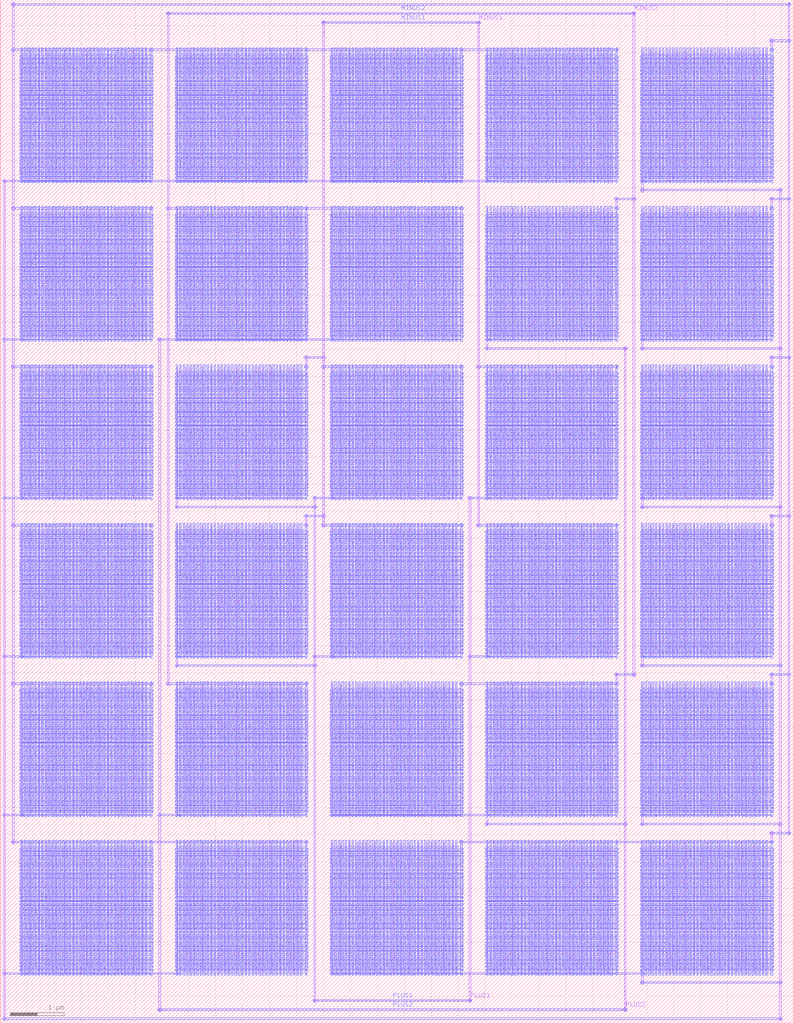
<source format=lef>
MACRO Cap_60fF_Cap_60fF
  ORIGIN 0 0 ;
  FOREIGN Cap_60fF_Cap_60fF 0 0 ;
  SIZE 14.72 BY 18.984 ;
  PIN MINUS1
    DIRECTION INOUT ;
    USE SIGNAL ;
    PORT 
      LAYER M1 ;
        RECT 5.984 18.528 6.016 18.6 ;
      LAYER M2 ;
        RECT 5.964 18.548 6.036 18.58 ;
      LAYER M1 ;
        RECT 8.864 18.528 8.896 18.6 ;
      LAYER M2 ;
        RECT 8.844 18.548 8.916 18.58 ;
      LAYER M2 ;
        RECT 6 18.548 8.88 18.58 ;
    END
  END MINUS1
  PIN PLUS1
    DIRECTION INOUT ;
    USE SIGNAL ;
    PORT 
      LAYER M1 ;
        RECT 5.824 0.384 5.856 0.456 ;
      LAYER M2 ;
        RECT 5.804 0.404 5.876 0.436 ;
      LAYER M1 ;
        RECT 8.704 0.384 8.736 0.456 ;
      LAYER M2 ;
        RECT 8.684 0.404 8.756 0.436 ;
      LAYER M2 ;
        RECT 5.84 0.404 8.72 0.436 ;
    END
  END PLUS1
  PIN MINUS2
    DIRECTION INOUT ;
    USE SIGNAL ;
    PORT 
      LAYER M1 ;
        RECT 3.104 18.696 3.136 18.768 ;
      LAYER M2 ;
        RECT 3.084 18.716 3.156 18.748 ;
      LAYER M1 ;
        RECT 11.744 18.696 11.776 18.768 ;
      LAYER M2 ;
        RECT 11.724 18.716 11.796 18.748 ;
      LAYER M2 ;
        RECT 3.12 18.716 11.76 18.748 ;
    END
  END MINUS2
  PIN PLUS2
    DIRECTION INOUT ;
    USE SIGNAL ;
    PORT 
      LAYER M1 ;
        RECT 2.944 0.216 2.976 0.288 ;
      LAYER M2 ;
        RECT 2.924 0.236 2.996 0.268 ;
      LAYER M1 ;
        RECT 11.584 0.216 11.616 0.288 ;
      LAYER M2 ;
        RECT 11.564 0.236 11.636 0.268 ;
      LAYER M2 ;
        RECT 2.96 0.236 11.6 0.268 ;
    END
  END PLUS2
  OBS 
  LAYER M1 ;
        RECT 6.144 6.768 6.176 6.84 ;
  LAYER M2 ;
        RECT 6.124 6.788 6.196 6.82 ;
  LAYER M2 ;
        RECT 5.84 6.788 6.16 6.82 ;
  LAYER M1 ;
        RECT 5.824 6.768 5.856 6.84 ;
  LAYER M2 ;
        RECT 5.804 6.788 5.876 6.82 ;
  LAYER M1 ;
        RECT 6.144 9.708 6.176 9.78 ;
  LAYER M2 ;
        RECT 6.124 9.728 6.196 9.76 ;
  LAYER M2 ;
        RECT 5.84 9.728 6.16 9.76 ;
  LAYER M1 ;
        RECT 5.824 9.708 5.856 9.78 ;
  LAYER M2 ;
        RECT 5.804 9.728 5.876 9.76 ;
  LAYER M1 ;
        RECT 3.264 6.768 3.296 6.84 ;
  LAYER M2 ;
        RECT 3.244 6.788 3.316 6.82 ;
  LAYER M1 ;
        RECT 3.264 6.636 3.296 6.804 ;
  LAYER M1 ;
        RECT 3.264 6.6 3.296 6.672 ;
  LAYER M2 ;
        RECT 3.244 6.62 3.316 6.652 ;
  LAYER M2 ;
        RECT 3.28 6.62 5.84 6.652 ;
  LAYER M1 ;
        RECT 5.824 6.6 5.856 6.672 ;
  LAYER M2 ;
        RECT 5.804 6.62 5.876 6.652 ;
  LAYER M1 ;
        RECT 3.264 9.708 3.296 9.78 ;
  LAYER M2 ;
        RECT 3.244 9.728 3.316 9.76 ;
  LAYER M1 ;
        RECT 3.264 9.576 3.296 9.744 ;
  LAYER M1 ;
        RECT 3.264 9.54 3.296 9.612 ;
  LAYER M2 ;
        RECT 3.244 9.56 3.316 9.592 ;
  LAYER M2 ;
        RECT 3.28 9.56 5.84 9.592 ;
  LAYER M1 ;
        RECT 5.824 9.54 5.856 9.612 ;
  LAYER M2 ;
        RECT 5.804 9.56 5.876 9.592 ;
  LAYER M1 ;
        RECT 5.824 0.384 5.856 0.456 ;
  LAYER M2 ;
        RECT 5.804 0.404 5.876 0.436 ;
  LAYER M1 ;
        RECT 5.824 0.42 5.856 0.588 ;
  LAYER M1 ;
        RECT 5.824 0.588 5.856 9.744 ;
  LAYER M1 ;
        RECT 9.024 9.708 9.056 9.78 ;
  LAYER M2 ;
        RECT 9.004 9.728 9.076 9.76 ;
  LAYER M2 ;
        RECT 8.72 9.728 9.04 9.76 ;
  LAYER M1 ;
        RECT 8.704 9.708 8.736 9.78 ;
  LAYER M2 ;
        RECT 8.684 9.728 8.756 9.76 ;
  LAYER M1 ;
        RECT 9.024 6.768 9.056 6.84 ;
  LAYER M2 ;
        RECT 9.004 6.788 9.076 6.82 ;
  LAYER M2 ;
        RECT 8.72 6.788 9.04 6.82 ;
  LAYER M1 ;
        RECT 8.704 6.768 8.736 6.84 ;
  LAYER M2 ;
        RECT 8.684 6.788 8.756 6.82 ;
  LAYER M1 ;
        RECT 8.704 0.384 8.736 0.456 ;
  LAYER M2 ;
        RECT 8.684 0.404 8.756 0.436 ;
  LAYER M1 ;
        RECT 8.704 0.42 8.736 0.588 ;
  LAYER M1 ;
        RECT 8.704 0.588 8.736 9.744 ;
  LAYER M2 ;
        RECT 5.84 0.404 8.72 0.436 ;
  LAYER M1 ;
        RECT 3.264 12.648 3.296 12.72 ;
  LAYER M2 ;
        RECT 3.244 12.668 3.316 12.7 ;
  LAYER M2 ;
        RECT 2.96 12.668 3.28 12.7 ;
  LAYER M1 ;
        RECT 2.944 12.648 2.976 12.72 ;
  LAYER M2 ;
        RECT 2.924 12.668 2.996 12.7 ;
  LAYER M1 ;
        RECT 3.264 3.828 3.296 3.9 ;
  LAYER M2 ;
        RECT 3.244 3.848 3.316 3.88 ;
  LAYER M2 ;
        RECT 2.96 3.848 3.28 3.88 ;
  LAYER M1 ;
        RECT 2.944 3.828 2.976 3.9 ;
  LAYER M2 ;
        RECT 2.924 3.848 2.996 3.88 ;
  LAYER M1 ;
        RECT 2.944 0.216 2.976 0.288 ;
  LAYER M2 ;
        RECT 2.924 0.236 2.996 0.268 ;
  LAYER M1 ;
        RECT 2.944 0.252 2.976 0.588 ;
  LAYER M1 ;
        RECT 2.944 0.588 2.976 12.684 ;
  LAYER M1 ;
        RECT 9.024 3.828 9.056 3.9 ;
  LAYER M2 ;
        RECT 9.004 3.848 9.076 3.88 ;
  LAYER M1 ;
        RECT 9.024 3.696 9.056 3.864 ;
  LAYER M1 ;
        RECT 9.024 3.66 9.056 3.732 ;
  LAYER M2 ;
        RECT 9.004 3.68 9.076 3.712 ;
  LAYER M2 ;
        RECT 9.04 3.68 11.6 3.712 ;
  LAYER M1 ;
        RECT 11.584 3.66 11.616 3.732 ;
  LAYER M2 ;
        RECT 11.564 3.68 11.636 3.712 ;
  LAYER M1 ;
        RECT 9.024 12.648 9.056 12.72 ;
  LAYER M2 ;
        RECT 9.004 12.668 9.076 12.7 ;
  LAYER M1 ;
        RECT 9.024 12.516 9.056 12.684 ;
  LAYER M1 ;
        RECT 9.024 12.48 9.056 12.552 ;
  LAYER M2 ;
        RECT 9.004 12.5 9.076 12.532 ;
  LAYER M2 ;
        RECT 9.04 12.5 11.6 12.532 ;
  LAYER M1 ;
        RECT 11.584 12.48 11.616 12.552 ;
  LAYER M2 ;
        RECT 11.564 12.5 11.636 12.532 ;
  LAYER M1 ;
        RECT 11.584 0.216 11.616 0.288 ;
  LAYER M2 ;
        RECT 11.564 0.236 11.636 0.268 ;
  LAYER M1 ;
        RECT 11.584 0.252 11.616 0.588 ;
  LAYER M1 ;
        RECT 11.584 0.588 11.616 12.516 ;
  LAYER M2 ;
        RECT 2.96 0.236 11.6 0.268 ;
  LAYER M1 ;
        RECT 6.144 3.828 6.176 3.9 ;
  LAYER M2 ;
        RECT 6.124 3.848 6.196 3.88 ;
  LAYER M2 ;
        RECT 6.16 3.848 9.04 3.88 ;
  LAYER M1 ;
        RECT 9.024 3.828 9.056 3.9 ;
  LAYER M2 ;
        RECT 9.004 3.848 9.076 3.88 ;
  LAYER M1 ;
        RECT 6.144 12.648 6.176 12.72 ;
  LAYER M2 ;
        RECT 6.124 12.668 6.196 12.7 ;
  LAYER M2 ;
        RECT 3.28 12.668 6.16 12.7 ;
  LAYER M1 ;
        RECT 3.264 12.648 3.296 12.72 ;
  LAYER M2 ;
        RECT 3.244 12.668 3.316 12.7 ;
  LAYER M1 ;
        RECT 0.384 0.888 0.416 0.96 ;
  LAYER M2 ;
        RECT 0.364 0.908 0.436 0.94 ;
  LAYER M2 ;
        RECT 0.08 0.908 0.4 0.94 ;
  LAYER M1 ;
        RECT 0.064 0.888 0.096 0.96 ;
  LAYER M2 ;
        RECT 0.044 0.908 0.116 0.94 ;
  LAYER M1 ;
        RECT 0.384 3.828 0.416 3.9 ;
  LAYER M2 ;
        RECT 0.364 3.848 0.436 3.88 ;
  LAYER M2 ;
        RECT 0.08 3.848 0.4 3.88 ;
  LAYER M1 ;
        RECT 0.064 3.828 0.096 3.9 ;
  LAYER M2 ;
        RECT 0.044 3.848 0.116 3.88 ;
  LAYER M1 ;
        RECT 0.384 6.768 0.416 6.84 ;
  LAYER M2 ;
        RECT 0.364 6.788 0.436 6.82 ;
  LAYER M2 ;
        RECT 0.08 6.788 0.4 6.82 ;
  LAYER M1 ;
        RECT 0.064 6.768 0.096 6.84 ;
  LAYER M2 ;
        RECT 0.044 6.788 0.116 6.82 ;
  LAYER M1 ;
        RECT 0.384 9.708 0.416 9.78 ;
  LAYER M2 ;
        RECT 0.364 9.728 0.436 9.76 ;
  LAYER M2 ;
        RECT 0.08 9.728 0.4 9.76 ;
  LAYER M1 ;
        RECT 0.064 9.708 0.096 9.78 ;
  LAYER M2 ;
        RECT 0.044 9.728 0.116 9.76 ;
  LAYER M1 ;
        RECT 0.384 12.648 0.416 12.72 ;
  LAYER M2 ;
        RECT 0.364 12.668 0.436 12.7 ;
  LAYER M2 ;
        RECT 0.08 12.668 0.4 12.7 ;
  LAYER M1 ;
        RECT 0.064 12.648 0.096 12.72 ;
  LAYER M2 ;
        RECT 0.044 12.668 0.116 12.7 ;
  LAYER M1 ;
        RECT 0.384 15.588 0.416 15.66 ;
  LAYER M2 ;
        RECT 0.364 15.608 0.436 15.64 ;
  LAYER M2 ;
        RECT 0.08 15.608 0.4 15.64 ;
  LAYER M1 ;
        RECT 0.064 15.588 0.096 15.66 ;
  LAYER M2 ;
        RECT 0.044 15.608 0.116 15.64 ;
  LAYER M1 ;
        RECT 0.064 0.048 0.096 0.12 ;
  LAYER M2 ;
        RECT 0.044 0.068 0.116 0.1 ;
  LAYER M1 ;
        RECT 0.064 0.084 0.096 0.588 ;
  LAYER M1 ;
        RECT 0.064 0.588 0.096 15.624 ;
  LAYER M1 ;
        RECT 11.904 0.888 11.936 0.96 ;
  LAYER M2 ;
        RECT 11.884 0.908 11.956 0.94 ;
  LAYER M1 ;
        RECT 11.904 0.756 11.936 0.924 ;
  LAYER M1 ;
        RECT 11.904 0.72 11.936 0.792 ;
  LAYER M2 ;
        RECT 11.884 0.74 11.956 0.772 ;
  LAYER M2 ;
        RECT 11.92 0.74 14.48 0.772 ;
  LAYER M1 ;
        RECT 14.464 0.72 14.496 0.792 ;
  LAYER M2 ;
        RECT 14.444 0.74 14.516 0.772 ;
  LAYER M1 ;
        RECT 11.904 3.828 11.936 3.9 ;
  LAYER M2 ;
        RECT 11.884 3.848 11.956 3.88 ;
  LAYER M1 ;
        RECT 11.904 3.696 11.936 3.864 ;
  LAYER M1 ;
        RECT 11.904 3.66 11.936 3.732 ;
  LAYER M2 ;
        RECT 11.884 3.68 11.956 3.712 ;
  LAYER M2 ;
        RECT 11.92 3.68 14.48 3.712 ;
  LAYER M1 ;
        RECT 14.464 3.66 14.496 3.732 ;
  LAYER M2 ;
        RECT 14.444 3.68 14.516 3.712 ;
  LAYER M1 ;
        RECT 11.904 6.768 11.936 6.84 ;
  LAYER M2 ;
        RECT 11.884 6.788 11.956 6.82 ;
  LAYER M1 ;
        RECT 11.904 6.636 11.936 6.804 ;
  LAYER M1 ;
        RECT 11.904 6.6 11.936 6.672 ;
  LAYER M2 ;
        RECT 11.884 6.62 11.956 6.652 ;
  LAYER M2 ;
        RECT 11.92 6.62 14.48 6.652 ;
  LAYER M1 ;
        RECT 14.464 6.6 14.496 6.672 ;
  LAYER M2 ;
        RECT 14.444 6.62 14.516 6.652 ;
  LAYER M1 ;
        RECT 11.904 9.708 11.936 9.78 ;
  LAYER M2 ;
        RECT 11.884 9.728 11.956 9.76 ;
  LAYER M1 ;
        RECT 11.904 9.576 11.936 9.744 ;
  LAYER M1 ;
        RECT 11.904 9.54 11.936 9.612 ;
  LAYER M2 ;
        RECT 11.884 9.56 11.956 9.592 ;
  LAYER M2 ;
        RECT 11.92 9.56 14.48 9.592 ;
  LAYER M1 ;
        RECT 14.464 9.54 14.496 9.612 ;
  LAYER M2 ;
        RECT 14.444 9.56 14.516 9.592 ;
  LAYER M1 ;
        RECT 11.904 12.648 11.936 12.72 ;
  LAYER M2 ;
        RECT 11.884 12.668 11.956 12.7 ;
  LAYER M1 ;
        RECT 11.904 12.516 11.936 12.684 ;
  LAYER M1 ;
        RECT 11.904 12.48 11.936 12.552 ;
  LAYER M2 ;
        RECT 11.884 12.5 11.956 12.532 ;
  LAYER M2 ;
        RECT 11.92 12.5 14.48 12.532 ;
  LAYER M1 ;
        RECT 14.464 12.48 14.496 12.552 ;
  LAYER M2 ;
        RECT 14.444 12.5 14.516 12.532 ;
  LAYER M1 ;
        RECT 11.904 15.588 11.936 15.66 ;
  LAYER M2 ;
        RECT 11.884 15.608 11.956 15.64 ;
  LAYER M1 ;
        RECT 11.904 15.456 11.936 15.624 ;
  LAYER M1 ;
        RECT 11.904 15.42 11.936 15.492 ;
  LAYER M2 ;
        RECT 11.884 15.44 11.956 15.472 ;
  LAYER M2 ;
        RECT 11.92 15.44 14.48 15.472 ;
  LAYER M1 ;
        RECT 14.464 15.42 14.496 15.492 ;
  LAYER M2 ;
        RECT 14.444 15.44 14.516 15.472 ;
  LAYER M1 ;
        RECT 14.464 0.048 14.496 0.12 ;
  LAYER M2 ;
        RECT 14.444 0.068 14.516 0.1 ;
  LAYER M1 ;
        RECT 14.464 0.084 14.496 0.588 ;
  LAYER M1 ;
        RECT 14.464 0.588 14.496 15.456 ;
  LAYER M2 ;
        RECT 0.08 0.068 14.48 0.1 ;
  LAYER M1 ;
        RECT 3.264 0.888 3.296 0.96 ;
  LAYER M2 ;
        RECT 3.244 0.908 3.316 0.94 ;
  LAYER M2 ;
        RECT 0.4 0.908 3.28 0.94 ;
  LAYER M1 ;
        RECT 0.384 0.888 0.416 0.96 ;
  LAYER M2 ;
        RECT 0.364 0.908 0.436 0.94 ;
  LAYER M1 ;
        RECT 3.264 15.588 3.296 15.66 ;
  LAYER M2 ;
        RECT 3.244 15.608 3.316 15.64 ;
  LAYER M2 ;
        RECT 0.4 15.608 3.28 15.64 ;
  LAYER M1 ;
        RECT 0.384 15.588 0.416 15.66 ;
  LAYER M2 ;
        RECT 0.364 15.608 0.436 15.64 ;
  LAYER M1 ;
        RECT 6.144 15.588 6.176 15.66 ;
  LAYER M2 ;
        RECT 6.124 15.608 6.196 15.64 ;
  LAYER M2 ;
        RECT 3.28 15.608 6.16 15.64 ;
  LAYER M1 ;
        RECT 3.264 15.588 3.296 15.66 ;
  LAYER M2 ;
        RECT 3.244 15.608 3.316 15.64 ;
  LAYER M1 ;
        RECT 9.024 15.588 9.056 15.66 ;
  LAYER M2 ;
        RECT 9.004 15.608 9.076 15.64 ;
  LAYER M2 ;
        RECT 6.16 15.608 9.04 15.64 ;
  LAYER M1 ;
        RECT 6.144 15.588 6.176 15.66 ;
  LAYER M2 ;
        RECT 6.124 15.608 6.196 15.64 ;
  LAYER M1 ;
        RECT 9.024 0.888 9.056 0.96 ;
  LAYER M2 ;
        RECT 9.004 0.908 9.076 0.94 ;
  LAYER M2 ;
        RECT 9.04 0.908 11.92 0.94 ;
  LAYER M1 ;
        RECT 11.904 0.888 11.936 0.96 ;
  LAYER M2 ;
        RECT 11.884 0.908 11.956 0.94 ;
  LAYER M1 ;
        RECT 6.144 0.888 6.176 0.96 ;
  LAYER M2 ;
        RECT 6.124 0.908 6.196 0.94 ;
  LAYER M2 ;
        RECT 6.16 0.908 9.04 0.94 ;
  LAYER M1 ;
        RECT 9.024 0.888 9.056 0.96 ;
  LAYER M2 ;
        RECT 9.004 0.908 9.076 0.94 ;
  LAYER M1 ;
        RECT 8.544 9.204 8.576 9.276 ;
  LAYER M2 ;
        RECT 8.524 9.224 8.596 9.256 ;
  LAYER M2 ;
        RECT 6 9.224 8.56 9.256 ;
  LAYER M1 ;
        RECT 5.984 9.204 6.016 9.276 ;
  LAYER M2 ;
        RECT 5.964 9.224 6.036 9.256 ;
  LAYER M1 ;
        RECT 8.544 12.144 8.576 12.216 ;
  LAYER M2 ;
        RECT 8.524 12.164 8.596 12.196 ;
  LAYER M2 ;
        RECT 6 12.164 8.56 12.196 ;
  LAYER M1 ;
        RECT 5.984 12.144 6.016 12.216 ;
  LAYER M2 ;
        RECT 5.964 12.164 6.036 12.196 ;
  LAYER M1 ;
        RECT 5.664 9.204 5.696 9.276 ;
  LAYER M2 ;
        RECT 5.644 9.224 5.716 9.256 ;
  LAYER M1 ;
        RECT 5.664 9.24 5.696 9.408 ;
  LAYER M1 ;
        RECT 5.664 9.372 5.696 9.444 ;
  LAYER M2 ;
        RECT 5.644 9.392 5.716 9.424 ;
  LAYER M2 ;
        RECT 5.68 9.392 6 9.424 ;
  LAYER M1 ;
        RECT 5.984 9.372 6.016 9.444 ;
  LAYER M2 ;
        RECT 5.964 9.392 6.036 9.424 ;
  LAYER M1 ;
        RECT 5.664 12.144 5.696 12.216 ;
  LAYER M2 ;
        RECT 5.644 12.164 5.716 12.196 ;
  LAYER M1 ;
        RECT 5.664 12.18 5.696 12.348 ;
  LAYER M1 ;
        RECT 5.664 12.312 5.696 12.384 ;
  LAYER M2 ;
        RECT 5.644 12.332 5.716 12.364 ;
  LAYER M2 ;
        RECT 5.68 12.332 6 12.364 ;
  LAYER M1 ;
        RECT 5.984 12.312 6.016 12.384 ;
  LAYER M2 ;
        RECT 5.964 12.332 6.036 12.364 ;
  LAYER M1 ;
        RECT 5.984 18.528 6.016 18.6 ;
  LAYER M2 ;
        RECT 5.964 18.548 6.036 18.58 ;
  LAYER M1 ;
        RECT 5.984 18.396 6.016 18.564 ;
  LAYER M1 ;
        RECT 5.984 9.24 6.016 18.396 ;
  LAYER M1 ;
        RECT 11.424 12.144 11.456 12.216 ;
  LAYER M2 ;
        RECT 11.404 12.164 11.476 12.196 ;
  LAYER M2 ;
        RECT 8.88 12.164 11.44 12.196 ;
  LAYER M1 ;
        RECT 8.864 12.144 8.896 12.216 ;
  LAYER M2 ;
        RECT 8.844 12.164 8.916 12.196 ;
  LAYER M1 ;
        RECT 11.424 9.204 11.456 9.276 ;
  LAYER M2 ;
        RECT 11.404 9.224 11.476 9.256 ;
  LAYER M2 ;
        RECT 8.88 9.224 11.44 9.256 ;
  LAYER M1 ;
        RECT 8.864 9.204 8.896 9.276 ;
  LAYER M2 ;
        RECT 8.844 9.224 8.916 9.256 ;
  LAYER M1 ;
        RECT 8.864 18.528 8.896 18.6 ;
  LAYER M2 ;
        RECT 8.844 18.548 8.916 18.58 ;
  LAYER M1 ;
        RECT 8.864 18.396 8.896 18.564 ;
  LAYER M1 ;
        RECT 8.864 9.24 8.896 18.396 ;
  LAYER M2 ;
        RECT 6 18.548 8.88 18.58 ;
  LAYER M1 ;
        RECT 5.664 15.084 5.696 15.156 ;
  LAYER M2 ;
        RECT 5.644 15.104 5.716 15.136 ;
  LAYER M2 ;
        RECT 3.12 15.104 5.68 15.136 ;
  LAYER M1 ;
        RECT 3.104 15.084 3.136 15.156 ;
  LAYER M2 ;
        RECT 3.084 15.104 3.156 15.136 ;
  LAYER M1 ;
        RECT 5.664 6.264 5.696 6.336 ;
  LAYER M2 ;
        RECT 5.644 6.284 5.716 6.316 ;
  LAYER M2 ;
        RECT 3.12 6.284 5.68 6.316 ;
  LAYER M1 ;
        RECT 3.104 6.264 3.136 6.336 ;
  LAYER M2 ;
        RECT 3.084 6.284 3.156 6.316 ;
  LAYER M1 ;
        RECT 3.104 18.696 3.136 18.768 ;
  LAYER M2 ;
        RECT 3.084 18.716 3.156 18.748 ;
  LAYER M1 ;
        RECT 3.104 18.396 3.136 18.732 ;
  LAYER M1 ;
        RECT 3.104 6.3 3.136 18.396 ;
  LAYER M1 ;
        RECT 11.424 6.264 11.456 6.336 ;
  LAYER M2 ;
        RECT 11.404 6.284 11.476 6.316 ;
  LAYER M1 ;
        RECT 11.424 6.3 11.456 6.468 ;
  LAYER M1 ;
        RECT 11.424 6.432 11.456 6.504 ;
  LAYER M2 ;
        RECT 11.404 6.452 11.476 6.484 ;
  LAYER M2 ;
        RECT 11.44 6.452 11.76 6.484 ;
  LAYER M1 ;
        RECT 11.744 6.432 11.776 6.504 ;
  LAYER M2 ;
        RECT 11.724 6.452 11.796 6.484 ;
  LAYER M1 ;
        RECT 11.424 15.084 11.456 15.156 ;
  LAYER M2 ;
        RECT 11.404 15.104 11.476 15.136 ;
  LAYER M1 ;
        RECT 11.424 15.12 11.456 15.288 ;
  LAYER M1 ;
        RECT 11.424 15.252 11.456 15.324 ;
  LAYER M2 ;
        RECT 11.404 15.272 11.476 15.304 ;
  LAYER M2 ;
        RECT 11.44 15.272 11.76 15.304 ;
  LAYER M1 ;
        RECT 11.744 15.252 11.776 15.324 ;
  LAYER M2 ;
        RECT 11.724 15.272 11.796 15.304 ;
  LAYER M1 ;
        RECT 11.744 18.696 11.776 18.768 ;
  LAYER M2 ;
        RECT 11.724 18.716 11.796 18.748 ;
  LAYER M1 ;
        RECT 11.744 18.396 11.776 18.732 ;
  LAYER M1 ;
        RECT 11.744 6.468 11.776 18.396 ;
  LAYER M2 ;
        RECT 3.12 18.716 11.76 18.748 ;
  LAYER M1 ;
        RECT 8.544 6.264 8.576 6.336 ;
  LAYER M2 ;
        RECT 8.524 6.284 8.596 6.316 ;
  LAYER M2 ;
        RECT 8.56 6.284 11.44 6.316 ;
  LAYER M1 ;
        RECT 11.424 6.264 11.456 6.336 ;
  LAYER M2 ;
        RECT 11.404 6.284 11.476 6.316 ;
  LAYER M1 ;
        RECT 8.544 15.084 8.576 15.156 ;
  LAYER M2 ;
        RECT 8.524 15.104 8.596 15.136 ;
  LAYER M2 ;
        RECT 5.68 15.104 8.56 15.136 ;
  LAYER M1 ;
        RECT 5.664 15.084 5.696 15.156 ;
  LAYER M2 ;
        RECT 5.644 15.104 5.716 15.136 ;
  LAYER M1 ;
        RECT 2.784 3.324 2.816 3.396 ;
  LAYER M2 ;
        RECT 2.764 3.344 2.836 3.376 ;
  LAYER M2 ;
        RECT 0.24 3.344 2.8 3.376 ;
  LAYER M1 ;
        RECT 0.224 3.324 0.256 3.396 ;
  LAYER M2 ;
        RECT 0.204 3.344 0.276 3.376 ;
  LAYER M1 ;
        RECT 2.784 6.264 2.816 6.336 ;
  LAYER M2 ;
        RECT 2.764 6.284 2.836 6.316 ;
  LAYER M2 ;
        RECT 0.24 6.284 2.8 6.316 ;
  LAYER M1 ;
        RECT 0.224 6.264 0.256 6.336 ;
  LAYER M2 ;
        RECT 0.204 6.284 0.276 6.316 ;
  LAYER M1 ;
        RECT 2.784 9.204 2.816 9.276 ;
  LAYER M2 ;
        RECT 2.764 9.224 2.836 9.256 ;
  LAYER M2 ;
        RECT 0.24 9.224 2.8 9.256 ;
  LAYER M1 ;
        RECT 0.224 9.204 0.256 9.276 ;
  LAYER M2 ;
        RECT 0.204 9.224 0.276 9.256 ;
  LAYER M1 ;
        RECT 2.784 12.144 2.816 12.216 ;
  LAYER M2 ;
        RECT 2.764 12.164 2.836 12.196 ;
  LAYER M2 ;
        RECT 0.24 12.164 2.8 12.196 ;
  LAYER M1 ;
        RECT 0.224 12.144 0.256 12.216 ;
  LAYER M2 ;
        RECT 0.204 12.164 0.276 12.196 ;
  LAYER M1 ;
        RECT 2.784 15.084 2.816 15.156 ;
  LAYER M2 ;
        RECT 2.764 15.104 2.836 15.136 ;
  LAYER M2 ;
        RECT 0.24 15.104 2.8 15.136 ;
  LAYER M1 ;
        RECT 0.224 15.084 0.256 15.156 ;
  LAYER M2 ;
        RECT 0.204 15.104 0.276 15.136 ;
  LAYER M1 ;
        RECT 2.784 18.024 2.816 18.096 ;
  LAYER M2 ;
        RECT 2.764 18.044 2.836 18.076 ;
  LAYER M2 ;
        RECT 0.24 18.044 2.8 18.076 ;
  LAYER M1 ;
        RECT 0.224 18.024 0.256 18.096 ;
  LAYER M2 ;
        RECT 0.204 18.044 0.276 18.076 ;
  LAYER M1 ;
        RECT 0.224 18.864 0.256 18.936 ;
  LAYER M2 ;
        RECT 0.204 18.884 0.276 18.916 ;
  LAYER M1 ;
        RECT 0.224 18.396 0.256 18.9 ;
  LAYER M1 ;
        RECT 0.224 3.36 0.256 18.396 ;
  LAYER M1 ;
        RECT 14.304 3.324 14.336 3.396 ;
  LAYER M2 ;
        RECT 14.284 3.344 14.356 3.376 ;
  LAYER M1 ;
        RECT 14.304 3.36 14.336 3.528 ;
  LAYER M1 ;
        RECT 14.304 3.492 14.336 3.564 ;
  LAYER M2 ;
        RECT 14.284 3.512 14.356 3.544 ;
  LAYER M2 ;
        RECT 14.32 3.512 14.64 3.544 ;
  LAYER M1 ;
        RECT 14.624 3.492 14.656 3.564 ;
  LAYER M2 ;
        RECT 14.604 3.512 14.676 3.544 ;
  LAYER M1 ;
        RECT 14.304 6.264 14.336 6.336 ;
  LAYER M2 ;
        RECT 14.284 6.284 14.356 6.316 ;
  LAYER M1 ;
        RECT 14.304 6.3 14.336 6.468 ;
  LAYER M1 ;
        RECT 14.304 6.432 14.336 6.504 ;
  LAYER M2 ;
        RECT 14.284 6.452 14.356 6.484 ;
  LAYER M2 ;
        RECT 14.32 6.452 14.64 6.484 ;
  LAYER M1 ;
        RECT 14.624 6.432 14.656 6.504 ;
  LAYER M2 ;
        RECT 14.604 6.452 14.676 6.484 ;
  LAYER M1 ;
        RECT 14.304 9.204 14.336 9.276 ;
  LAYER M2 ;
        RECT 14.284 9.224 14.356 9.256 ;
  LAYER M1 ;
        RECT 14.304 9.24 14.336 9.408 ;
  LAYER M1 ;
        RECT 14.304 9.372 14.336 9.444 ;
  LAYER M2 ;
        RECT 14.284 9.392 14.356 9.424 ;
  LAYER M2 ;
        RECT 14.32 9.392 14.64 9.424 ;
  LAYER M1 ;
        RECT 14.624 9.372 14.656 9.444 ;
  LAYER M2 ;
        RECT 14.604 9.392 14.676 9.424 ;
  LAYER M1 ;
        RECT 14.304 12.144 14.336 12.216 ;
  LAYER M2 ;
        RECT 14.284 12.164 14.356 12.196 ;
  LAYER M1 ;
        RECT 14.304 12.18 14.336 12.348 ;
  LAYER M1 ;
        RECT 14.304 12.312 14.336 12.384 ;
  LAYER M2 ;
        RECT 14.284 12.332 14.356 12.364 ;
  LAYER M2 ;
        RECT 14.32 12.332 14.64 12.364 ;
  LAYER M1 ;
        RECT 14.624 12.312 14.656 12.384 ;
  LAYER M2 ;
        RECT 14.604 12.332 14.676 12.364 ;
  LAYER M1 ;
        RECT 14.304 15.084 14.336 15.156 ;
  LAYER M2 ;
        RECT 14.284 15.104 14.356 15.136 ;
  LAYER M1 ;
        RECT 14.304 15.12 14.336 15.288 ;
  LAYER M1 ;
        RECT 14.304 15.252 14.336 15.324 ;
  LAYER M2 ;
        RECT 14.284 15.272 14.356 15.304 ;
  LAYER M2 ;
        RECT 14.32 15.272 14.64 15.304 ;
  LAYER M1 ;
        RECT 14.624 15.252 14.656 15.324 ;
  LAYER M2 ;
        RECT 14.604 15.272 14.676 15.304 ;
  LAYER M1 ;
        RECT 14.304 18.024 14.336 18.096 ;
  LAYER M2 ;
        RECT 14.284 18.044 14.356 18.076 ;
  LAYER M1 ;
        RECT 14.304 18.06 14.336 18.228 ;
  LAYER M1 ;
        RECT 14.304 18.192 14.336 18.264 ;
  LAYER M2 ;
        RECT 14.284 18.212 14.356 18.244 ;
  LAYER M2 ;
        RECT 14.32 18.212 14.64 18.244 ;
  LAYER M1 ;
        RECT 14.624 18.192 14.656 18.264 ;
  LAYER M2 ;
        RECT 14.604 18.212 14.676 18.244 ;
  LAYER M1 ;
        RECT 14.624 18.864 14.656 18.936 ;
  LAYER M2 ;
        RECT 14.604 18.884 14.676 18.916 ;
  LAYER M1 ;
        RECT 14.624 18.396 14.656 18.9 ;
  LAYER M1 ;
        RECT 14.624 3.528 14.656 18.396 ;
  LAYER M2 ;
        RECT 0.24 18.884 14.64 18.916 ;
  LAYER M1 ;
        RECT 5.664 3.324 5.696 3.396 ;
  LAYER M2 ;
        RECT 5.644 3.344 5.716 3.376 ;
  LAYER M2 ;
        RECT 2.8 3.344 5.68 3.376 ;
  LAYER M1 ;
        RECT 2.784 3.324 2.816 3.396 ;
  LAYER M2 ;
        RECT 2.764 3.344 2.836 3.376 ;
  LAYER M1 ;
        RECT 5.664 18.024 5.696 18.096 ;
  LAYER M2 ;
        RECT 5.644 18.044 5.716 18.076 ;
  LAYER M2 ;
        RECT 2.8 18.044 5.68 18.076 ;
  LAYER M1 ;
        RECT 2.784 18.024 2.816 18.096 ;
  LAYER M2 ;
        RECT 2.764 18.044 2.836 18.076 ;
  LAYER M1 ;
        RECT 8.544 18.024 8.576 18.096 ;
  LAYER M2 ;
        RECT 8.524 18.044 8.596 18.076 ;
  LAYER M2 ;
        RECT 5.68 18.044 8.56 18.076 ;
  LAYER M1 ;
        RECT 5.664 18.024 5.696 18.096 ;
  LAYER M2 ;
        RECT 5.644 18.044 5.716 18.076 ;
  LAYER M1 ;
        RECT 11.424 18.024 11.456 18.096 ;
  LAYER M2 ;
        RECT 11.404 18.044 11.476 18.076 ;
  LAYER M2 ;
        RECT 8.56 18.044 11.44 18.076 ;
  LAYER M1 ;
        RECT 8.544 18.024 8.576 18.096 ;
  LAYER M2 ;
        RECT 8.524 18.044 8.596 18.076 ;
  LAYER M1 ;
        RECT 11.424 3.324 11.456 3.396 ;
  LAYER M2 ;
        RECT 11.404 3.344 11.476 3.376 ;
  LAYER M2 ;
        RECT 11.44 3.344 14.32 3.376 ;
  LAYER M1 ;
        RECT 14.304 3.324 14.336 3.396 ;
  LAYER M2 ;
        RECT 14.284 3.344 14.356 3.376 ;
  LAYER M1 ;
        RECT 8.544 3.324 8.576 3.396 ;
  LAYER M2 ;
        RECT 8.524 3.344 8.596 3.376 ;
  LAYER M2 ;
        RECT 8.56 3.344 11.44 3.376 ;
  LAYER M1 ;
        RECT 11.424 3.324 11.456 3.396 ;
  LAYER M2 ;
        RECT 11.404 3.344 11.476 3.376 ;
  LAYER M1 ;
        RECT 0.384 0.888 0.416 3.396 ;
  LAYER M1 ;
        RECT 0.448 0.888 0.48 3.396 ;
  LAYER M1 ;
        RECT 0.512 0.888 0.544 3.396 ;
  LAYER M1 ;
        RECT 0.576 0.888 0.608 3.396 ;
  LAYER M1 ;
        RECT 0.64 0.888 0.672 3.396 ;
  LAYER M1 ;
        RECT 0.704 0.888 0.736 3.396 ;
  LAYER M1 ;
        RECT 0.768 0.888 0.8 3.396 ;
  LAYER M1 ;
        RECT 0.832 0.888 0.864 3.396 ;
  LAYER M1 ;
        RECT 0.896 0.888 0.928 3.396 ;
  LAYER M1 ;
        RECT 0.96 0.888 0.992 3.396 ;
  LAYER M1 ;
        RECT 1.024 0.888 1.056 3.396 ;
  LAYER M1 ;
        RECT 1.088 0.888 1.12 3.396 ;
  LAYER M1 ;
        RECT 1.152 0.888 1.184 3.396 ;
  LAYER M1 ;
        RECT 1.216 0.888 1.248 3.396 ;
  LAYER M1 ;
        RECT 1.28 0.888 1.312 3.396 ;
  LAYER M1 ;
        RECT 1.344 0.888 1.376 3.396 ;
  LAYER M1 ;
        RECT 1.408 0.888 1.44 3.396 ;
  LAYER M1 ;
        RECT 1.472 0.888 1.504 3.396 ;
  LAYER M1 ;
        RECT 1.536 0.888 1.568 3.396 ;
  LAYER M1 ;
        RECT 1.6 0.888 1.632 3.396 ;
  LAYER M1 ;
        RECT 1.664 0.888 1.696 3.396 ;
  LAYER M1 ;
        RECT 1.728 0.888 1.76 3.396 ;
  LAYER M1 ;
        RECT 1.792 0.888 1.824 3.396 ;
  LAYER M1 ;
        RECT 1.856 0.888 1.888 3.396 ;
  LAYER M1 ;
        RECT 1.92 0.888 1.952 3.396 ;
  LAYER M1 ;
        RECT 1.984 0.888 2.016 3.396 ;
  LAYER M1 ;
        RECT 2.048 0.888 2.08 3.396 ;
  LAYER M1 ;
        RECT 2.112 0.888 2.144 3.396 ;
  LAYER M1 ;
        RECT 2.176 0.888 2.208 3.396 ;
  LAYER M1 ;
        RECT 2.24 0.888 2.272 3.396 ;
  LAYER M1 ;
        RECT 2.304 0.888 2.336 3.396 ;
  LAYER M1 ;
        RECT 2.368 0.888 2.4 3.396 ;
  LAYER M1 ;
        RECT 2.432 0.888 2.464 3.396 ;
  LAYER M1 ;
        RECT 2.496 0.888 2.528 3.396 ;
  LAYER M1 ;
        RECT 2.56 0.888 2.592 3.396 ;
  LAYER M1 ;
        RECT 2.624 0.888 2.656 3.396 ;
  LAYER M1 ;
        RECT 2.688 0.888 2.72 3.396 ;
  LAYER M2 ;
        RECT 0.364 0.972 2.836 1.004 ;
  LAYER M2 ;
        RECT 0.364 1.036 2.836 1.068 ;
  LAYER M2 ;
        RECT 0.364 1.1 2.836 1.132 ;
  LAYER M2 ;
        RECT 0.364 1.164 2.836 1.196 ;
  LAYER M2 ;
        RECT 0.364 1.228 2.836 1.26 ;
  LAYER M2 ;
        RECT 0.364 1.292 2.836 1.324 ;
  LAYER M2 ;
        RECT 0.364 1.356 2.836 1.388 ;
  LAYER M2 ;
        RECT 0.364 1.42 2.836 1.452 ;
  LAYER M2 ;
        RECT 0.364 1.484 2.836 1.516 ;
  LAYER M2 ;
        RECT 0.364 1.548 2.836 1.58 ;
  LAYER M2 ;
        RECT 0.364 1.612 2.836 1.644 ;
  LAYER M2 ;
        RECT 0.364 1.676 2.836 1.708 ;
  LAYER M2 ;
        RECT 0.364 1.74 2.836 1.772 ;
  LAYER M2 ;
        RECT 0.364 1.804 2.836 1.836 ;
  LAYER M2 ;
        RECT 0.364 1.868 2.836 1.9 ;
  LAYER M2 ;
        RECT 0.364 1.932 2.836 1.964 ;
  LAYER M2 ;
        RECT 0.364 1.996 2.836 2.028 ;
  LAYER M2 ;
        RECT 0.364 2.06 2.836 2.092 ;
  LAYER M2 ;
        RECT 0.364 2.124 2.836 2.156 ;
  LAYER M2 ;
        RECT 0.364 2.188 2.836 2.22 ;
  LAYER M2 ;
        RECT 0.364 2.252 2.836 2.284 ;
  LAYER M2 ;
        RECT 0.364 2.316 2.836 2.348 ;
  LAYER M2 ;
        RECT 0.364 2.38 2.836 2.412 ;
  LAYER M2 ;
        RECT 0.364 2.444 2.836 2.476 ;
  LAYER M2 ;
        RECT 0.364 2.508 2.836 2.54 ;
  LAYER M2 ;
        RECT 0.364 2.572 2.836 2.604 ;
  LAYER M2 ;
        RECT 0.364 2.636 2.836 2.668 ;
  LAYER M2 ;
        RECT 0.364 2.7 2.836 2.732 ;
  LAYER M2 ;
        RECT 0.364 2.764 2.836 2.796 ;
  LAYER M2 ;
        RECT 0.364 2.828 2.836 2.86 ;
  LAYER M2 ;
        RECT 0.364 2.892 2.836 2.924 ;
  LAYER M2 ;
        RECT 0.364 2.956 2.836 2.988 ;
  LAYER M2 ;
        RECT 0.364 3.02 2.836 3.052 ;
  LAYER M2 ;
        RECT 0.364 3.084 2.836 3.116 ;
  LAYER M2 ;
        RECT 0.364 3.148 2.836 3.18 ;
  LAYER M2 ;
        RECT 0.364 3.212 2.836 3.244 ;
  LAYER M3 ;
        RECT 0.384 0.888 0.416 3.396 ;
  LAYER M3 ;
        RECT 0.448 0.888 0.48 3.396 ;
  LAYER M3 ;
        RECT 0.512 0.888 0.544 3.396 ;
  LAYER M3 ;
        RECT 0.576 0.888 0.608 3.396 ;
  LAYER M3 ;
        RECT 0.64 0.888 0.672 3.396 ;
  LAYER M3 ;
        RECT 0.704 0.888 0.736 3.396 ;
  LAYER M3 ;
        RECT 0.768 0.888 0.8 3.396 ;
  LAYER M3 ;
        RECT 0.832 0.888 0.864 3.396 ;
  LAYER M3 ;
        RECT 0.896 0.888 0.928 3.396 ;
  LAYER M3 ;
        RECT 0.96 0.888 0.992 3.396 ;
  LAYER M3 ;
        RECT 1.024 0.888 1.056 3.396 ;
  LAYER M3 ;
        RECT 1.088 0.888 1.12 3.396 ;
  LAYER M3 ;
        RECT 1.152 0.888 1.184 3.396 ;
  LAYER M3 ;
        RECT 1.216 0.888 1.248 3.396 ;
  LAYER M3 ;
        RECT 1.28 0.888 1.312 3.396 ;
  LAYER M3 ;
        RECT 1.344 0.888 1.376 3.396 ;
  LAYER M3 ;
        RECT 1.408 0.888 1.44 3.396 ;
  LAYER M3 ;
        RECT 1.472 0.888 1.504 3.396 ;
  LAYER M3 ;
        RECT 1.536 0.888 1.568 3.396 ;
  LAYER M3 ;
        RECT 1.6 0.888 1.632 3.396 ;
  LAYER M3 ;
        RECT 1.664 0.888 1.696 3.396 ;
  LAYER M3 ;
        RECT 1.728 0.888 1.76 3.396 ;
  LAYER M3 ;
        RECT 1.792 0.888 1.824 3.396 ;
  LAYER M3 ;
        RECT 1.856 0.888 1.888 3.396 ;
  LAYER M3 ;
        RECT 1.92 0.888 1.952 3.396 ;
  LAYER M3 ;
        RECT 1.984 0.888 2.016 3.396 ;
  LAYER M3 ;
        RECT 2.048 0.888 2.08 3.396 ;
  LAYER M3 ;
        RECT 2.112 0.888 2.144 3.396 ;
  LAYER M3 ;
        RECT 2.176 0.888 2.208 3.396 ;
  LAYER M3 ;
        RECT 2.24 0.888 2.272 3.396 ;
  LAYER M3 ;
        RECT 2.304 0.888 2.336 3.396 ;
  LAYER M3 ;
        RECT 2.368 0.888 2.4 3.396 ;
  LAYER M3 ;
        RECT 2.432 0.888 2.464 3.396 ;
  LAYER M3 ;
        RECT 2.496 0.888 2.528 3.396 ;
  LAYER M3 ;
        RECT 2.56 0.888 2.592 3.396 ;
  LAYER M3 ;
        RECT 2.624 0.888 2.656 3.396 ;
  LAYER M3 ;
        RECT 2.688 0.888 2.72 3.396 ;
  LAYER M3 ;
        RECT 2.784 0.888 2.816 3.396 ;
  LAYER M1 ;
        RECT 0.399 0.924 0.401 3.36 ;
  LAYER M1 ;
        RECT 0.479 0.924 0.481 3.36 ;
  LAYER M1 ;
        RECT 0.559 0.924 0.561 3.36 ;
  LAYER M1 ;
        RECT 0.639 0.924 0.641 3.36 ;
  LAYER M1 ;
        RECT 0.719 0.924 0.721 3.36 ;
  LAYER M1 ;
        RECT 0.799 0.924 0.801 3.36 ;
  LAYER M1 ;
        RECT 0.879 0.924 0.881 3.36 ;
  LAYER M1 ;
        RECT 0.959 0.924 0.961 3.36 ;
  LAYER M1 ;
        RECT 1.039 0.924 1.041 3.36 ;
  LAYER M1 ;
        RECT 1.119 0.924 1.121 3.36 ;
  LAYER M1 ;
        RECT 1.199 0.924 1.201 3.36 ;
  LAYER M1 ;
        RECT 1.279 0.924 1.281 3.36 ;
  LAYER M1 ;
        RECT 1.359 0.924 1.361 3.36 ;
  LAYER M1 ;
        RECT 1.439 0.924 1.441 3.36 ;
  LAYER M1 ;
        RECT 1.519 0.924 1.521 3.36 ;
  LAYER M1 ;
        RECT 1.599 0.924 1.601 3.36 ;
  LAYER M1 ;
        RECT 1.679 0.924 1.681 3.36 ;
  LAYER M1 ;
        RECT 1.759 0.924 1.761 3.36 ;
  LAYER M1 ;
        RECT 1.839 0.924 1.841 3.36 ;
  LAYER M1 ;
        RECT 1.919 0.924 1.921 3.36 ;
  LAYER M1 ;
        RECT 1.999 0.924 2.001 3.36 ;
  LAYER M1 ;
        RECT 2.079 0.924 2.081 3.36 ;
  LAYER M1 ;
        RECT 2.159 0.924 2.161 3.36 ;
  LAYER M1 ;
        RECT 2.239 0.924 2.241 3.36 ;
  LAYER M1 ;
        RECT 2.319 0.924 2.321 3.36 ;
  LAYER M1 ;
        RECT 2.399 0.924 2.401 3.36 ;
  LAYER M1 ;
        RECT 2.479 0.924 2.481 3.36 ;
  LAYER M1 ;
        RECT 2.559 0.924 2.561 3.36 ;
  LAYER M1 ;
        RECT 2.639 0.924 2.641 3.36 ;
  LAYER M1 ;
        RECT 2.719 0.924 2.721 3.36 ;
  LAYER M2 ;
        RECT 0.4 0.923 2.8 0.925 ;
  LAYER M2 ;
        RECT 0.4 1.007 2.8 1.009 ;
  LAYER M2 ;
        RECT 0.4 1.091 2.8 1.093 ;
  LAYER M2 ;
        RECT 0.4 1.175 2.8 1.177 ;
  LAYER M2 ;
        RECT 0.4 1.259 2.8 1.261 ;
  LAYER M2 ;
        RECT 0.4 1.343 2.8 1.345 ;
  LAYER M2 ;
        RECT 0.4 1.427 2.8 1.429 ;
  LAYER M2 ;
        RECT 0.4 1.511 2.8 1.513 ;
  LAYER M2 ;
        RECT 0.4 1.595 2.8 1.597 ;
  LAYER M2 ;
        RECT 0.4 1.679 2.8 1.681 ;
  LAYER M2 ;
        RECT 0.4 1.763 2.8 1.765 ;
  LAYER M2 ;
        RECT 0.4 1.847 2.8 1.849 ;
  LAYER M2 ;
        RECT 0.4 1.9305 2.8 1.9325 ;
  LAYER M2 ;
        RECT 0.4 2.015 2.8 2.017 ;
  LAYER M2 ;
        RECT 0.4 2.099 2.8 2.101 ;
  LAYER M2 ;
        RECT 0.4 2.183 2.8 2.185 ;
  LAYER M2 ;
        RECT 0.4 2.267 2.8 2.269 ;
  LAYER M2 ;
        RECT 0.4 2.351 2.8 2.353 ;
  LAYER M2 ;
        RECT 0.4 2.435 2.8 2.437 ;
  LAYER M2 ;
        RECT 0.4 2.519 2.8 2.521 ;
  LAYER M2 ;
        RECT 0.4 2.603 2.8 2.605 ;
  LAYER M2 ;
        RECT 0.4 2.687 2.8 2.689 ;
  LAYER M2 ;
        RECT 0.4 2.771 2.8 2.773 ;
  LAYER M2 ;
        RECT 0.4 2.855 2.8 2.857 ;
  LAYER M2 ;
        RECT 0.4 2.939 2.8 2.941 ;
  LAYER M2 ;
        RECT 0.4 3.023 2.8 3.025 ;
  LAYER M2 ;
        RECT 0.4 3.107 2.8 3.109 ;
  LAYER M2 ;
        RECT 0.4 3.191 2.8 3.193 ;
  LAYER M2 ;
        RECT 0.4 3.275 2.8 3.277 ;
  LAYER M1 ;
        RECT 0.384 3.828 0.416 6.336 ;
  LAYER M1 ;
        RECT 0.448 3.828 0.48 6.336 ;
  LAYER M1 ;
        RECT 0.512 3.828 0.544 6.336 ;
  LAYER M1 ;
        RECT 0.576 3.828 0.608 6.336 ;
  LAYER M1 ;
        RECT 0.64 3.828 0.672 6.336 ;
  LAYER M1 ;
        RECT 0.704 3.828 0.736 6.336 ;
  LAYER M1 ;
        RECT 0.768 3.828 0.8 6.336 ;
  LAYER M1 ;
        RECT 0.832 3.828 0.864 6.336 ;
  LAYER M1 ;
        RECT 0.896 3.828 0.928 6.336 ;
  LAYER M1 ;
        RECT 0.96 3.828 0.992 6.336 ;
  LAYER M1 ;
        RECT 1.024 3.828 1.056 6.336 ;
  LAYER M1 ;
        RECT 1.088 3.828 1.12 6.336 ;
  LAYER M1 ;
        RECT 1.152 3.828 1.184 6.336 ;
  LAYER M1 ;
        RECT 1.216 3.828 1.248 6.336 ;
  LAYER M1 ;
        RECT 1.28 3.828 1.312 6.336 ;
  LAYER M1 ;
        RECT 1.344 3.828 1.376 6.336 ;
  LAYER M1 ;
        RECT 1.408 3.828 1.44 6.336 ;
  LAYER M1 ;
        RECT 1.472 3.828 1.504 6.336 ;
  LAYER M1 ;
        RECT 1.536 3.828 1.568 6.336 ;
  LAYER M1 ;
        RECT 1.6 3.828 1.632 6.336 ;
  LAYER M1 ;
        RECT 1.664 3.828 1.696 6.336 ;
  LAYER M1 ;
        RECT 1.728 3.828 1.76 6.336 ;
  LAYER M1 ;
        RECT 1.792 3.828 1.824 6.336 ;
  LAYER M1 ;
        RECT 1.856 3.828 1.888 6.336 ;
  LAYER M1 ;
        RECT 1.92 3.828 1.952 6.336 ;
  LAYER M1 ;
        RECT 1.984 3.828 2.016 6.336 ;
  LAYER M1 ;
        RECT 2.048 3.828 2.08 6.336 ;
  LAYER M1 ;
        RECT 2.112 3.828 2.144 6.336 ;
  LAYER M1 ;
        RECT 2.176 3.828 2.208 6.336 ;
  LAYER M1 ;
        RECT 2.24 3.828 2.272 6.336 ;
  LAYER M1 ;
        RECT 2.304 3.828 2.336 6.336 ;
  LAYER M1 ;
        RECT 2.368 3.828 2.4 6.336 ;
  LAYER M1 ;
        RECT 2.432 3.828 2.464 6.336 ;
  LAYER M1 ;
        RECT 2.496 3.828 2.528 6.336 ;
  LAYER M1 ;
        RECT 2.56 3.828 2.592 6.336 ;
  LAYER M1 ;
        RECT 2.624 3.828 2.656 6.336 ;
  LAYER M1 ;
        RECT 2.688 3.828 2.72 6.336 ;
  LAYER M2 ;
        RECT 0.364 3.912 2.836 3.944 ;
  LAYER M2 ;
        RECT 0.364 3.976 2.836 4.008 ;
  LAYER M2 ;
        RECT 0.364 4.04 2.836 4.072 ;
  LAYER M2 ;
        RECT 0.364 4.104 2.836 4.136 ;
  LAYER M2 ;
        RECT 0.364 4.168 2.836 4.2 ;
  LAYER M2 ;
        RECT 0.364 4.232 2.836 4.264 ;
  LAYER M2 ;
        RECT 0.364 4.296 2.836 4.328 ;
  LAYER M2 ;
        RECT 0.364 4.36 2.836 4.392 ;
  LAYER M2 ;
        RECT 0.364 4.424 2.836 4.456 ;
  LAYER M2 ;
        RECT 0.364 4.488 2.836 4.52 ;
  LAYER M2 ;
        RECT 0.364 4.552 2.836 4.584 ;
  LAYER M2 ;
        RECT 0.364 4.616 2.836 4.648 ;
  LAYER M2 ;
        RECT 0.364 4.68 2.836 4.712 ;
  LAYER M2 ;
        RECT 0.364 4.744 2.836 4.776 ;
  LAYER M2 ;
        RECT 0.364 4.808 2.836 4.84 ;
  LAYER M2 ;
        RECT 0.364 4.872 2.836 4.904 ;
  LAYER M2 ;
        RECT 0.364 4.936 2.836 4.968 ;
  LAYER M2 ;
        RECT 0.364 5 2.836 5.032 ;
  LAYER M2 ;
        RECT 0.364 5.064 2.836 5.096 ;
  LAYER M2 ;
        RECT 0.364 5.128 2.836 5.16 ;
  LAYER M2 ;
        RECT 0.364 5.192 2.836 5.224 ;
  LAYER M2 ;
        RECT 0.364 5.256 2.836 5.288 ;
  LAYER M2 ;
        RECT 0.364 5.32 2.836 5.352 ;
  LAYER M2 ;
        RECT 0.364 5.384 2.836 5.416 ;
  LAYER M2 ;
        RECT 0.364 5.448 2.836 5.48 ;
  LAYER M2 ;
        RECT 0.364 5.512 2.836 5.544 ;
  LAYER M2 ;
        RECT 0.364 5.576 2.836 5.608 ;
  LAYER M2 ;
        RECT 0.364 5.64 2.836 5.672 ;
  LAYER M2 ;
        RECT 0.364 5.704 2.836 5.736 ;
  LAYER M2 ;
        RECT 0.364 5.768 2.836 5.8 ;
  LAYER M2 ;
        RECT 0.364 5.832 2.836 5.864 ;
  LAYER M2 ;
        RECT 0.364 5.896 2.836 5.928 ;
  LAYER M2 ;
        RECT 0.364 5.96 2.836 5.992 ;
  LAYER M2 ;
        RECT 0.364 6.024 2.836 6.056 ;
  LAYER M2 ;
        RECT 0.364 6.088 2.836 6.12 ;
  LAYER M2 ;
        RECT 0.364 6.152 2.836 6.184 ;
  LAYER M3 ;
        RECT 0.384 3.828 0.416 6.336 ;
  LAYER M3 ;
        RECT 0.448 3.828 0.48 6.336 ;
  LAYER M3 ;
        RECT 0.512 3.828 0.544 6.336 ;
  LAYER M3 ;
        RECT 0.576 3.828 0.608 6.336 ;
  LAYER M3 ;
        RECT 0.64 3.828 0.672 6.336 ;
  LAYER M3 ;
        RECT 0.704 3.828 0.736 6.336 ;
  LAYER M3 ;
        RECT 0.768 3.828 0.8 6.336 ;
  LAYER M3 ;
        RECT 0.832 3.828 0.864 6.336 ;
  LAYER M3 ;
        RECT 0.896 3.828 0.928 6.336 ;
  LAYER M3 ;
        RECT 0.96 3.828 0.992 6.336 ;
  LAYER M3 ;
        RECT 1.024 3.828 1.056 6.336 ;
  LAYER M3 ;
        RECT 1.088 3.828 1.12 6.336 ;
  LAYER M3 ;
        RECT 1.152 3.828 1.184 6.336 ;
  LAYER M3 ;
        RECT 1.216 3.828 1.248 6.336 ;
  LAYER M3 ;
        RECT 1.28 3.828 1.312 6.336 ;
  LAYER M3 ;
        RECT 1.344 3.828 1.376 6.336 ;
  LAYER M3 ;
        RECT 1.408 3.828 1.44 6.336 ;
  LAYER M3 ;
        RECT 1.472 3.828 1.504 6.336 ;
  LAYER M3 ;
        RECT 1.536 3.828 1.568 6.336 ;
  LAYER M3 ;
        RECT 1.6 3.828 1.632 6.336 ;
  LAYER M3 ;
        RECT 1.664 3.828 1.696 6.336 ;
  LAYER M3 ;
        RECT 1.728 3.828 1.76 6.336 ;
  LAYER M3 ;
        RECT 1.792 3.828 1.824 6.336 ;
  LAYER M3 ;
        RECT 1.856 3.828 1.888 6.336 ;
  LAYER M3 ;
        RECT 1.92 3.828 1.952 6.336 ;
  LAYER M3 ;
        RECT 1.984 3.828 2.016 6.336 ;
  LAYER M3 ;
        RECT 2.048 3.828 2.08 6.336 ;
  LAYER M3 ;
        RECT 2.112 3.828 2.144 6.336 ;
  LAYER M3 ;
        RECT 2.176 3.828 2.208 6.336 ;
  LAYER M3 ;
        RECT 2.24 3.828 2.272 6.336 ;
  LAYER M3 ;
        RECT 2.304 3.828 2.336 6.336 ;
  LAYER M3 ;
        RECT 2.368 3.828 2.4 6.336 ;
  LAYER M3 ;
        RECT 2.432 3.828 2.464 6.336 ;
  LAYER M3 ;
        RECT 2.496 3.828 2.528 6.336 ;
  LAYER M3 ;
        RECT 2.56 3.828 2.592 6.336 ;
  LAYER M3 ;
        RECT 2.624 3.828 2.656 6.336 ;
  LAYER M3 ;
        RECT 2.688 3.828 2.72 6.336 ;
  LAYER M3 ;
        RECT 2.784 3.828 2.816 6.336 ;
  LAYER M1 ;
        RECT 0.399 3.864 0.401 6.3 ;
  LAYER M1 ;
        RECT 0.479 3.864 0.481 6.3 ;
  LAYER M1 ;
        RECT 0.559 3.864 0.561 6.3 ;
  LAYER M1 ;
        RECT 0.639 3.864 0.641 6.3 ;
  LAYER M1 ;
        RECT 0.719 3.864 0.721 6.3 ;
  LAYER M1 ;
        RECT 0.799 3.864 0.801 6.3 ;
  LAYER M1 ;
        RECT 0.879 3.864 0.881 6.3 ;
  LAYER M1 ;
        RECT 0.959 3.864 0.961 6.3 ;
  LAYER M1 ;
        RECT 1.039 3.864 1.041 6.3 ;
  LAYER M1 ;
        RECT 1.119 3.864 1.121 6.3 ;
  LAYER M1 ;
        RECT 1.199 3.864 1.201 6.3 ;
  LAYER M1 ;
        RECT 1.279 3.864 1.281 6.3 ;
  LAYER M1 ;
        RECT 1.359 3.864 1.361 6.3 ;
  LAYER M1 ;
        RECT 1.439 3.864 1.441 6.3 ;
  LAYER M1 ;
        RECT 1.519 3.864 1.521 6.3 ;
  LAYER M1 ;
        RECT 1.599 3.864 1.601 6.3 ;
  LAYER M1 ;
        RECT 1.679 3.864 1.681 6.3 ;
  LAYER M1 ;
        RECT 1.759 3.864 1.761 6.3 ;
  LAYER M1 ;
        RECT 1.839 3.864 1.841 6.3 ;
  LAYER M1 ;
        RECT 1.919 3.864 1.921 6.3 ;
  LAYER M1 ;
        RECT 1.999 3.864 2.001 6.3 ;
  LAYER M1 ;
        RECT 2.079 3.864 2.081 6.3 ;
  LAYER M1 ;
        RECT 2.159 3.864 2.161 6.3 ;
  LAYER M1 ;
        RECT 2.239 3.864 2.241 6.3 ;
  LAYER M1 ;
        RECT 2.319 3.864 2.321 6.3 ;
  LAYER M1 ;
        RECT 2.399 3.864 2.401 6.3 ;
  LAYER M1 ;
        RECT 2.479 3.864 2.481 6.3 ;
  LAYER M1 ;
        RECT 2.559 3.864 2.561 6.3 ;
  LAYER M1 ;
        RECT 2.639 3.864 2.641 6.3 ;
  LAYER M1 ;
        RECT 2.719 3.864 2.721 6.3 ;
  LAYER M2 ;
        RECT 0.4 3.863 2.8 3.865 ;
  LAYER M2 ;
        RECT 0.4 3.947 2.8 3.949 ;
  LAYER M2 ;
        RECT 0.4 4.031 2.8 4.033 ;
  LAYER M2 ;
        RECT 0.4 4.115 2.8 4.117 ;
  LAYER M2 ;
        RECT 0.4 4.199 2.8 4.201 ;
  LAYER M2 ;
        RECT 0.4 4.283 2.8 4.285 ;
  LAYER M2 ;
        RECT 0.4 4.367 2.8 4.369 ;
  LAYER M2 ;
        RECT 0.4 4.451 2.8 4.453 ;
  LAYER M2 ;
        RECT 0.4 4.535 2.8 4.537 ;
  LAYER M2 ;
        RECT 0.4 4.619 2.8 4.621 ;
  LAYER M2 ;
        RECT 0.4 4.703 2.8 4.705 ;
  LAYER M2 ;
        RECT 0.4 4.787 2.8 4.789 ;
  LAYER M2 ;
        RECT 0.4 4.8705 2.8 4.8725 ;
  LAYER M2 ;
        RECT 0.4 4.955 2.8 4.957 ;
  LAYER M2 ;
        RECT 0.4 5.039 2.8 5.041 ;
  LAYER M2 ;
        RECT 0.4 5.123 2.8 5.125 ;
  LAYER M2 ;
        RECT 0.4 5.207 2.8 5.209 ;
  LAYER M2 ;
        RECT 0.4 5.291 2.8 5.293 ;
  LAYER M2 ;
        RECT 0.4 5.375 2.8 5.377 ;
  LAYER M2 ;
        RECT 0.4 5.459 2.8 5.461 ;
  LAYER M2 ;
        RECT 0.4 5.543 2.8 5.545 ;
  LAYER M2 ;
        RECT 0.4 5.627 2.8 5.629 ;
  LAYER M2 ;
        RECT 0.4 5.711 2.8 5.713 ;
  LAYER M2 ;
        RECT 0.4 5.795 2.8 5.797 ;
  LAYER M2 ;
        RECT 0.4 5.879 2.8 5.881 ;
  LAYER M2 ;
        RECT 0.4 5.963 2.8 5.965 ;
  LAYER M2 ;
        RECT 0.4 6.047 2.8 6.049 ;
  LAYER M2 ;
        RECT 0.4 6.131 2.8 6.133 ;
  LAYER M2 ;
        RECT 0.4 6.215 2.8 6.217 ;
  LAYER M1 ;
        RECT 0.384 6.768 0.416 9.276 ;
  LAYER M1 ;
        RECT 0.448 6.768 0.48 9.276 ;
  LAYER M1 ;
        RECT 0.512 6.768 0.544 9.276 ;
  LAYER M1 ;
        RECT 0.576 6.768 0.608 9.276 ;
  LAYER M1 ;
        RECT 0.64 6.768 0.672 9.276 ;
  LAYER M1 ;
        RECT 0.704 6.768 0.736 9.276 ;
  LAYER M1 ;
        RECT 0.768 6.768 0.8 9.276 ;
  LAYER M1 ;
        RECT 0.832 6.768 0.864 9.276 ;
  LAYER M1 ;
        RECT 0.896 6.768 0.928 9.276 ;
  LAYER M1 ;
        RECT 0.96 6.768 0.992 9.276 ;
  LAYER M1 ;
        RECT 1.024 6.768 1.056 9.276 ;
  LAYER M1 ;
        RECT 1.088 6.768 1.12 9.276 ;
  LAYER M1 ;
        RECT 1.152 6.768 1.184 9.276 ;
  LAYER M1 ;
        RECT 1.216 6.768 1.248 9.276 ;
  LAYER M1 ;
        RECT 1.28 6.768 1.312 9.276 ;
  LAYER M1 ;
        RECT 1.344 6.768 1.376 9.276 ;
  LAYER M1 ;
        RECT 1.408 6.768 1.44 9.276 ;
  LAYER M1 ;
        RECT 1.472 6.768 1.504 9.276 ;
  LAYER M1 ;
        RECT 1.536 6.768 1.568 9.276 ;
  LAYER M1 ;
        RECT 1.6 6.768 1.632 9.276 ;
  LAYER M1 ;
        RECT 1.664 6.768 1.696 9.276 ;
  LAYER M1 ;
        RECT 1.728 6.768 1.76 9.276 ;
  LAYER M1 ;
        RECT 1.792 6.768 1.824 9.276 ;
  LAYER M1 ;
        RECT 1.856 6.768 1.888 9.276 ;
  LAYER M1 ;
        RECT 1.92 6.768 1.952 9.276 ;
  LAYER M1 ;
        RECT 1.984 6.768 2.016 9.276 ;
  LAYER M1 ;
        RECT 2.048 6.768 2.08 9.276 ;
  LAYER M1 ;
        RECT 2.112 6.768 2.144 9.276 ;
  LAYER M1 ;
        RECT 2.176 6.768 2.208 9.276 ;
  LAYER M1 ;
        RECT 2.24 6.768 2.272 9.276 ;
  LAYER M1 ;
        RECT 2.304 6.768 2.336 9.276 ;
  LAYER M1 ;
        RECT 2.368 6.768 2.4 9.276 ;
  LAYER M1 ;
        RECT 2.432 6.768 2.464 9.276 ;
  LAYER M1 ;
        RECT 2.496 6.768 2.528 9.276 ;
  LAYER M1 ;
        RECT 2.56 6.768 2.592 9.276 ;
  LAYER M1 ;
        RECT 2.624 6.768 2.656 9.276 ;
  LAYER M1 ;
        RECT 2.688 6.768 2.72 9.276 ;
  LAYER M2 ;
        RECT 0.364 6.852 2.836 6.884 ;
  LAYER M2 ;
        RECT 0.364 6.916 2.836 6.948 ;
  LAYER M2 ;
        RECT 0.364 6.98 2.836 7.012 ;
  LAYER M2 ;
        RECT 0.364 7.044 2.836 7.076 ;
  LAYER M2 ;
        RECT 0.364 7.108 2.836 7.14 ;
  LAYER M2 ;
        RECT 0.364 7.172 2.836 7.204 ;
  LAYER M2 ;
        RECT 0.364 7.236 2.836 7.268 ;
  LAYER M2 ;
        RECT 0.364 7.3 2.836 7.332 ;
  LAYER M2 ;
        RECT 0.364 7.364 2.836 7.396 ;
  LAYER M2 ;
        RECT 0.364 7.428 2.836 7.46 ;
  LAYER M2 ;
        RECT 0.364 7.492 2.836 7.524 ;
  LAYER M2 ;
        RECT 0.364 7.556 2.836 7.588 ;
  LAYER M2 ;
        RECT 0.364 7.62 2.836 7.652 ;
  LAYER M2 ;
        RECT 0.364 7.684 2.836 7.716 ;
  LAYER M2 ;
        RECT 0.364 7.748 2.836 7.78 ;
  LAYER M2 ;
        RECT 0.364 7.812 2.836 7.844 ;
  LAYER M2 ;
        RECT 0.364 7.876 2.836 7.908 ;
  LAYER M2 ;
        RECT 0.364 7.94 2.836 7.972 ;
  LAYER M2 ;
        RECT 0.364 8.004 2.836 8.036 ;
  LAYER M2 ;
        RECT 0.364 8.068 2.836 8.1 ;
  LAYER M2 ;
        RECT 0.364 8.132 2.836 8.164 ;
  LAYER M2 ;
        RECT 0.364 8.196 2.836 8.228 ;
  LAYER M2 ;
        RECT 0.364 8.26 2.836 8.292 ;
  LAYER M2 ;
        RECT 0.364 8.324 2.836 8.356 ;
  LAYER M2 ;
        RECT 0.364 8.388 2.836 8.42 ;
  LAYER M2 ;
        RECT 0.364 8.452 2.836 8.484 ;
  LAYER M2 ;
        RECT 0.364 8.516 2.836 8.548 ;
  LAYER M2 ;
        RECT 0.364 8.58 2.836 8.612 ;
  LAYER M2 ;
        RECT 0.364 8.644 2.836 8.676 ;
  LAYER M2 ;
        RECT 0.364 8.708 2.836 8.74 ;
  LAYER M2 ;
        RECT 0.364 8.772 2.836 8.804 ;
  LAYER M2 ;
        RECT 0.364 8.836 2.836 8.868 ;
  LAYER M2 ;
        RECT 0.364 8.9 2.836 8.932 ;
  LAYER M2 ;
        RECT 0.364 8.964 2.836 8.996 ;
  LAYER M2 ;
        RECT 0.364 9.028 2.836 9.06 ;
  LAYER M2 ;
        RECT 0.364 9.092 2.836 9.124 ;
  LAYER M3 ;
        RECT 0.384 6.768 0.416 9.276 ;
  LAYER M3 ;
        RECT 0.448 6.768 0.48 9.276 ;
  LAYER M3 ;
        RECT 0.512 6.768 0.544 9.276 ;
  LAYER M3 ;
        RECT 0.576 6.768 0.608 9.276 ;
  LAYER M3 ;
        RECT 0.64 6.768 0.672 9.276 ;
  LAYER M3 ;
        RECT 0.704 6.768 0.736 9.276 ;
  LAYER M3 ;
        RECT 0.768 6.768 0.8 9.276 ;
  LAYER M3 ;
        RECT 0.832 6.768 0.864 9.276 ;
  LAYER M3 ;
        RECT 0.896 6.768 0.928 9.276 ;
  LAYER M3 ;
        RECT 0.96 6.768 0.992 9.276 ;
  LAYER M3 ;
        RECT 1.024 6.768 1.056 9.276 ;
  LAYER M3 ;
        RECT 1.088 6.768 1.12 9.276 ;
  LAYER M3 ;
        RECT 1.152 6.768 1.184 9.276 ;
  LAYER M3 ;
        RECT 1.216 6.768 1.248 9.276 ;
  LAYER M3 ;
        RECT 1.28 6.768 1.312 9.276 ;
  LAYER M3 ;
        RECT 1.344 6.768 1.376 9.276 ;
  LAYER M3 ;
        RECT 1.408 6.768 1.44 9.276 ;
  LAYER M3 ;
        RECT 1.472 6.768 1.504 9.276 ;
  LAYER M3 ;
        RECT 1.536 6.768 1.568 9.276 ;
  LAYER M3 ;
        RECT 1.6 6.768 1.632 9.276 ;
  LAYER M3 ;
        RECT 1.664 6.768 1.696 9.276 ;
  LAYER M3 ;
        RECT 1.728 6.768 1.76 9.276 ;
  LAYER M3 ;
        RECT 1.792 6.768 1.824 9.276 ;
  LAYER M3 ;
        RECT 1.856 6.768 1.888 9.276 ;
  LAYER M3 ;
        RECT 1.92 6.768 1.952 9.276 ;
  LAYER M3 ;
        RECT 1.984 6.768 2.016 9.276 ;
  LAYER M3 ;
        RECT 2.048 6.768 2.08 9.276 ;
  LAYER M3 ;
        RECT 2.112 6.768 2.144 9.276 ;
  LAYER M3 ;
        RECT 2.176 6.768 2.208 9.276 ;
  LAYER M3 ;
        RECT 2.24 6.768 2.272 9.276 ;
  LAYER M3 ;
        RECT 2.304 6.768 2.336 9.276 ;
  LAYER M3 ;
        RECT 2.368 6.768 2.4 9.276 ;
  LAYER M3 ;
        RECT 2.432 6.768 2.464 9.276 ;
  LAYER M3 ;
        RECT 2.496 6.768 2.528 9.276 ;
  LAYER M3 ;
        RECT 2.56 6.768 2.592 9.276 ;
  LAYER M3 ;
        RECT 2.624 6.768 2.656 9.276 ;
  LAYER M3 ;
        RECT 2.688 6.768 2.72 9.276 ;
  LAYER M3 ;
        RECT 2.784 6.768 2.816 9.276 ;
  LAYER M1 ;
        RECT 0.399 6.804 0.401 9.24 ;
  LAYER M1 ;
        RECT 0.479 6.804 0.481 9.24 ;
  LAYER M1 ;
        RECT 0.559 6.804 0.561 9.24 ;
  LAYER M1 ;
        RECT 0.639 6.804 0.641 9.24 ;
  LAYER M1 ;
        RECT 0.719 6.804 0.721 9.24 ;
  LAYER M1 ;
        RECT 0.799 6.804 0.801 9.24 ;
  LAYER M1 ;
        RECT 0.879 6.804 0.881 9.24 ;
  LAYER M1 ;
        RECT 0.959 6.804 0.961 9.24 ;
  LAYER M1 ;
        RECT 1.039 6.804 1.041 9.24 ;
  LAYER M1 ;
        RECT 1.119 6.804 1.121 9.24 ;
  LAYER M1 ;
        RECT 1.199 6.804 1.201 9.24 ;
  LAYER M1 ;
        RECT 1.279 6.804 1.281 9.24 ;
  LAYER M1 ;
        RECT 1.359 6.804 1.361 9.24 ;
  LAYER M1 ;
        RECT 1.439 6.804 1.441 9.24 ;
  LAYER M1 ;
        RECT 1.519 6.804 1.521 9.24 ;
  LAYER M1 ;
        RECT 1.599 6.804 1.601 9.24 ;
  LAYER M1 ;
        RECT 1.679 6.804 1.681 9.24 ;
  LAYER M1 ;
        RECT 1.759 6.804 1.761 9.24 ;
  LAYER M1 ;
        RECT 1.839 6.804 1.841 9.24 ;
  LAYER M1 ;
        RECT 1.919 6.804 1.921 9.24 ;
  LAYER M1 ;
        RECT 1.999 6.804 2.001 9.24 ;
  LAYER M1 ;
        RECT 2.079 6.804 2.081 9.24 ;
  LAYER M1 ;
        RECT 2.159 6.804 2.161 9.24 ;
  LAYER M1 ;
        RECT 2.239 6.804 2.241 9.24 ;
  LAYER M1 ;
        RECT 2.319 6.804 2.321 9.24 ;
  LAYER M1 ;
        RECT 2.399 6.804 2.401 9.24 ;
  LAYER M1 ;
        RECT 2.479 6.804 2.481 9.24 ;
  LAYER M1 ;
        RECT 2.559 6.804 2.561 9.24 ;
  LAYER M1 ;
        RECT 2.639 6.804 2.641 9.24 ;
  LAYER M1 ;
        RECT 2.719 6.804 2.721 9.24 ;
  LAYER M2 ;
        RECT 0.4 6.803 2.8 6.805 ;
  LAYER M2 ;
        RECT 0.4 6.887 2.8 6.889 ;
  LAYER M2 ;
        RECT 0.4 6.971 2.8 6.973 ;
  LAYER M2 ;
        RECT 0.4 7.055 2.8 7.057 ;
  LAYER M2 ;
        RECT 0.4 7.139 2.8 7.141 ;
  LAYER M2 ;
        RECT 0.4 7.223 2.8 7.225 ;
  LAYER M2 ;
        RECT 0.4 7.307 2.8 7.309 ;
  LAYER M2 ;
        RECT 0.4 7.391 2.8 7.393 ;
  LAYER M2 ;
        RECT 0.4 7.475 2.8 7.477 ;
  LAYER M2 ;
        RECT 0.4 7.559 2.8 7.561 ;
  LAYER M2 ;
        RECT 0.4 7.643 2.8 7.645 ;
  LAYER M2 ;
        RECT 0.4 7.727 2.8 7.729 ;
  LAYER M2 ;
        RECT 0.4 7.8105 2.8 7.8125 ;
  LAYER M2 ;
        RECT 0.4 7.895 2.8 7.897 ;
  LAYER M2 ;
        RECT 0.4 7.979 2.8 7.981 ;
  LAYER M2 ;
        RECT 0.4 8.063 2.8 8.065 ;
  LAYER M2 ;
        RECT 0.4 8.147 2.8 8.149 ;
  LAYER M2 ;
        RECT 0.4 8.231 2.8 8.233 ;
  LAYER M2 ;
        RECT 0.4 8.315 2.8 8.317 ;
  LAYER M2 ;
        RECT 0.4 8.399 2.8 8.401 ;
  LAYER M2 ;
        RECT 0.4 8.483 2.8 8.485 ;
  LAYER M2 ;
        RECT 0.4 8.567 2.8 8.569 ;
  LAYER M2 ;
        RECT 0.4 8.651 2.8 8.653 ;
  LAYER M2 ;
        RECT 0.4 8.735 2.8 8.737 ;
  LAYER M2 ;
        RECT 0.4 8.819 2.8 8.821 ;
  LAYER M2 ;
        RECT 0.4 8.903 2.8 8.905 ;
  LAYER M2 ;
        RECT 0.4 8.987 2.8 8.989 ;
  LAYER M2 ;
        RECT 0.4 9.071 2.8 9.073 ;
  LAYER M2 ;
        RECT 0.4 9.155 2.8 9.157 ;
  LAYER M1 ;
        RECT 0.384 9.708 0.416 12.216 ;
  LAYER M1 ;
        RECT 0.448 9.708 0.48 12.216 ;
  LAYER M1 ;
        RECT 0.512 9.708 0.544 12.216 ;
  LAYER M1 ;
        RECT 0.576 9.708 0.608 12.216 ;
  LAYER M1 ;
        RECT 0.64 9.708 0.672 12.216 ;
  LAYER M1 ;
        RECT 0.704 9.708 0.736 12.216 ;
  LAYER M1 ;
        RECT 0.768 9.708 0.8 12.216 ;
  LAYER M1 ;
        RECT 0.832 9.708 0.864 12.216 ;
  LAYER M1 ;
        RECT 0.896 9.708 0.928 12.216 ;
  LAYER M1 ;
        RECT 0.96 9.708 0.992 12.216 ;
  LAYER M1 ;
        RECT 1.024 9.708 1.056 12.216 ;
  LAYER M1 ;
        RECT 1.088 9.708 1.12 12.216 ;
  LAYER M1 ;
        RECT 1.152 9.708 1.184 12.216 ;
  LAYER M1 ;
        RECT 1.216 9.708 1.248 12.216 ;
  LAYER M1 ;
        RECT 1.28 9.708 1.312 12.216 ;
  LAYER M1 ;
        RECT 1.344 9.708 1.376 12.216 ;
  LAYER M1 ;
        RECT 1.408 9.708 1.44 12.216 ;
  LAYER M1 ;
        RECT 1.472 9.708 1.504 12.216 ;
  LAYER M1 ;
        RECT 1.536 9.708 1.568 12.216 ;
  LAYER M1 ;
        RECT 1.6 9.708 1.632 12.216 ;
  LAYER M1 ;
        RECT 1.664 9.708 1.696 12.216 ;
  LAYER M1 ;
        RECT 1.728 9.708 1.76 12.216 ;
  LAYER M1 ;
        RECT 1.792 9.708 1.824 12.216 ;
  LAYER M1 ;
        RECT 1.856 9.708 1.888 12.216 ;
  LAYER M1 ;
        RECT 1.92 9.708 1.952 12.216 ;
  LAYER M1 ;
        RECT 1.984 9.708 2.016 12.216 ;
  LAYER M1 ;
        RECT 2.048 9.708 2.08 12.216 ;
  LAYER M1 ;
        RECT 2.112 9.708 2.144 12.216 ;
  LAYER M1 ;
        RECT 2.176 9.708 2.208 12.216 ;
  LAYER M1 ;
        RECT 2.24 9.708 2.272 12.216 ;
  LAYER M1 ;
        RECT 2.304 9.708 2.336 12.216 ;
  LAYER M1 ;
        RECT 2.368 9.708 2.4 12.216 ;
  LAYER M1 ;
        RECT 2.432 9.708 2.464 12.216 ;
  LAYER M1 ;
        RECT 2.496 9.708 2.528 12.216 ;
  LAYER M1 ;
        RECT 2.56 9.708 2.592 12.216 ;
  LAYER M1 ;
        RECT 2.624 9.708 2.656 12.216 ;
  LAYER M1 ;
        RECT 2.688 9.708 2.72 12.216 ;
  LAYER M2 ;
        RECT 0.364 9.792 2.836 9.824 ;
  LAYER M2 ;
        RECT 0.364 9.856 2.836 9.888 ;
  LAYER M2 ;
        RECT 0.364 9.92 2.836 9.952 ;
  LAYER M2 ;
        RECT 0.364 9.984 2.836 10.016 ;
  LAYER M2 ;
        RECT 0.364 10.048 2.836 10.08 ;
  LAYER M2 ;
        RECT 0.364 10.112 2.836 10.144 ;
  LAYER M2 ;
        RECT 0.364 10.176 2.836 10.208 ;
  LAYER M2 ;
        RECT 0.364 10.24 2.836 10.272 ;
  LAYER M2 ;
        RECT 0.364 10.304 2.836 10.336 ;
  LAYER M2 ;
        RECT 0.364 10.368 2.836 10.4 ;
  LAYER M2 ;
        RECT 0.364 10.432 2.836 10.464 ;
  LAYER M2 ;
        RECT 0.364 10.496 2.836 10.528 ;
  LAYER M2 ;
        RECT 0.364 10.56 2.836 10.592 ;
  LAYER M2 ;
        RECT 0.364 10.624 2.836 10.656 ;
  LAYER M2 ;
        RECT 0.364 10.688 2.836 10.72 ;
  LAYER M2 ;
        RECT 0.364 10.752 2.836 10.784 ;
  LAYER M2 ;
        RECT 0.364 10.816 2.836 10.848 ;
  LAYER M2 ;
        RECT 0.364 10.88 2.836 10.912 ;
  LAYER M2 ;
        RECT 0.364 10.944 2.836 10.976 ;
  LAYER M2 ;
        RECT 0.364 11.008 2.836 11.04 ;
  LAYER M2 ;
        RECT 0.364 11.072 2.836 11.104 ;
  LAYER M2 ;
        RECT 0.364 11.136 2.836 11.168 ;
  LAYER M2 ;
        RECT 0.364 11.2 2.836 11.232 ;
  LAYER M2 ;
        RECT 0.364 11.264 2.836 11.296 ;
  LAYER M2 ;
        RECT 0.364 11.328 2.836 11.36 ;
  LAYER M2 ;
        RECT 0.364 11.392 2.836 11.424 ;
  LAYER M2 ;
        RECT 0.364 11.456 2.836 11.488 ;
  LAYER M2 ;
        RECT 0.364 11.52 2.836 11.552 ;
  LAYER M2 ;
        RECT 0.364 11.584 2.836 11.616 ;
  LAYER M2 ;
        RECT 0.364 11.648 2.836 11.68 ;
  LAYER M2 ;
        RECT 0.364 11.712 2.836 11.744 ;
  LAYER M2 ;
        RECT 0.364 11.776 2.836 11.808 ;
  LAYER M2 ;
        RECT 0.364 11.84 2.836 11.872 ;
  LAYER M2 ;
        RECT 0.364 11.904 2.836 11.936 ;
  LAYER M2 ;
        RECT 0.364 11.968 2.836 12 ;
  LAYER M2 ;
        RECT 0.364 12.032 2.836 12.064 ;
  LAYER M3 ;
        RECT 0.384 9.708 0.416 12.216 ;
  LAYER M3 ;
        RECT 0.448 9.708 0.48 12.216 ;
  LAYER M3 ;
        RECT 0.512 9.708 0.544 12.216 ;
  LAYER M3 ;
        RECT 0.576 9.708 0.608 12.216 ;
  LAYER M3 ;
        RECT 0.64 9.708 0.672 12.216 ;
  LAYER M3 ;
        RECT 0.704 9.708 0.736 12.216 ;
  LAYER M3 ;
        RECT 0.768 9.708 0.8 12.216 ;
  LAYER M3 ;
        RECT 0.832 9.708 0.864 12.216 ;
  LAYER M3 ;
        RECT 0.896 9.708 0.928 12.216 ;
  LAYER M3 ;
        RECT 0.96 9.708 0.992 12.216 ;
  LAYER M3 ;
        RECT 1.024 9.708 1.056 12.216 ;
  LAYER M3 ;
        RECT 1.088 9.708 1.12 12.216 ;
  LAYER M3 ;
        RECT 1.152 9.708 1.184 12.216 ;
  LAYER M3 ;
        RECT 1.216 9.708 1.248 12.216 ;
  LAYER M3 ;
        RECT 1.28 9.708 1.312 12.216 ;
  LAYER M3 ;
        RECT 1.344 9.708 1.376 12.216 ;
  LAYER M3 ;
        RECT 1.408 9.708 1.44 12.216 ;
  LAYER M3 ;
        RECT 1.472 9.708 1.504 12.216 ;
  LAYER M3 ;
        RECT 1.536 9.708 1.568 12.216 ;
  LAYER M3 ;
        RECT 1.6 9.708 1.632 12.216 ;
  LAYER M3 ;
        RECT 1.664 9.708 1.696 12.216 ;
  LAYER M3 ;
        RECT 1.728 9.708 1.76 12.216 ;
  LAYER M3 ;
        RECT 1.792 9.708 1.824 12.216 ;
  LAYER M3 ;
        RECT 1.856 9.708 1.888 12.216 ;
  LAYER M3 ;
        RECT 1.92 9.708 1.952 12.216 ;
  LAYER M3 ;
        RECT 1.984 9.708 2.016 12.216 ;
  LAYER M3 ;
        RECT 2.048 9.708 2.08 12.216 ;
  LAYER M3 ;
        RECT 2.112 9.708 2.144 12.216 ;
  LAYER M3 ;
        RECT 2.176 9.708 2.208 12.216 ;
  LAYER M3 ;
        RECT 2.24 9.708 2.272 12.216 ;
  LAYER M3 ;
        RECT 2.304 9.708 2.336 12.216 ;
  LAYER M3 ;
        RECT 2.368 9.708 2.4 12.216 ;
  LAYER M3 ;
        RECT 2.432 9.708 2.464 12.216 ;
  LAYER M3 ;
        RECT 2.496 9.708 2.528 12.216 ;
  LAYER M3 ;
        RECT 2.56 9.708 2.592 12.216 ;
  LAYER M3 ;
        RECT 2.624 9.708 2.656 12.216 ;
  LAYER M3 ;
        RECT 2.688 9.708 2.72 12.216 ;
  LAYER M3 ;
        RECT 2.784 9.708 2.816 12.216 ;
  LAYER M1 ;
        RECT 0.399 9.744 0.401 12.18 ;
  LAYER M1 ;
        RECT 0.479 9.744 0.481 12.18 ;
  LAYER M1 ;
        RECT 0.559 9.744 0.561 12.18 ;
  LAYER M1 ;
        RECT 0.639 9.744 0.641 12.18 ;
  LAYER M1 ;
        RECT 0.719 9.744 0.721 12.18 ;
  LAYER M1 ;
        RECT 0.799 9.744 0.801 12.18 ;
  LAYER M1 ;
        RECT 0.879 9.744 0.881 12.18 ;
  LAYER M1 ;
        RECT 0.959 9.744 0.961 12.18 ;
  LAYER M1 ;
        RECT 1.039 9.744 1.041 12.18 ;
  LAYER M1 ;
        RECT 1.119 9.744 1.121 12.18 ;
  LAYER M1 ;
        RECT 1.199 9.744 1.201 12.18 ;
  LAYER M1 ;
        RECT 1.279 9.744 1.281 12.18 ;
  LAYER M1 ;
        RECT 1.359 9.744 1.361 12.18 ;
  LAYER M1 ;
        RECT 1.439 9.744 1.441 12.18 ;
  LAYER M1 ;
        RECT 1.519 9.744 1.521 12.18 ;
  LAYER M1 ;
        RECT 1.599 9.744 1.601 12.18 ;
  LAYER M1 ;
        RECT 1.679 9.744 1.681 12.18 ;
  LAYER M1 ;
        RECT 1.759 9.744 1.761 12.18 ;
  LAYER M1 ;
        RECT 1.839 9.744 1.841 12.18 ;
  LAYER M1 ;
        RECT 1.919 9.744 1.921 12.18 ;
  LAYER M1 ;
        RECT 1.999 9.744 2.001 12.18 ;
  LAYER M1 ;
        RECT 2.079 9.744 2.081 12.18 ;
  LAYER M1 ;
        RECT 2.159 9.744 2.161 12.18 ;
  LAYER M1 ;
        RECT 2.239 9.744 2.241 12.18 ;
  LAYER M1 ;
        RECT 2.319 9.744 2.321 12.18 ;
  LAYER M1 ;
        RECT 2.399 9.744 2.401 12.18 ;
  LAYER M1 ;
        RECT 2.479 9.744 2.481 12.18 ;
  LAYER M1 ;
        RECT 2.559 9.744 2.561 12.18 ;
  LAYER M1 ;
        RECT 2.639 9.744 2.641 12.18 ;
  LAYER M1 ;
        RECT 2.719 9.744 2.721 12.18 ;
  LAYER M2 ;
        RECT 0.4 9.743 2.8 9.745 ;
  LAYER M2 ;
        RECT 0.4 9.827 2.8 9.829 ;
  LAYER M2 ;
        RECT 0.4 9.911 2.8 9.913 ;
  LAYER M2 ;
        RECT 0.4 9.995 2.8 9.997 ;
  LAYER M2 ;
        RECT 0.4 10.079 2.8 10.081 ;
  LAYER M2 ;
        RECT 0.4 10.163 2.8 10.165 ;
  LAYER M2 ;
        RECT 0.4 10.247 2.8 10.249 ;
  LAYER M2 ;
        RECT 0.4 10.331 2.8 10.333 ;
  LAYER M2 ;
        RECT 0.4 10.415 2.8 10.417 ;
  LAYER M2 ;
        RECT 0.4 10.499 2.8 10.501 ;
  LAYER M2 ;
        RECT 0.4 10.583 2.8 10.585 ;
  LAYER M2 ;
        RECT 0.4 10.667 2.8 10.669 ;
  LAYER M2 ;
        RECT 0.4 10.7505 2.8 10.7525 ;
  LAYER M2 ;
        RECT 0.4 10.835 2.8 10.837 ;
  LAYER M2 ;
        RECT 0.4 10.919 2.8 10.921 ;
  LAYER M2 ;
        RECT 0.4 11.003 2.8 11.005 ;
  LAYER M2 ;
        RECT 0.4 11.087 2.8 11.089 ;
  LAYER M2 ;
        RECT 0.4 11.171 2.8 11.173 ;
  LAYER M2 ;
        RECT 0.4 11.255 2.8 11.257 ;
  LAYER M2 ;
        RECT 0.4 11.339 2.8 11.341 ;
  LAYER M2 ;
        RECT 0.4 11.423 2.8 11.425 ;
  LAYER M2 ;
        RECT 0.4 11.507 2.8 11.509 ;
  LAYER M2 ;
        RECT 0.4 11.591 2.8 11.593 ;
  LAYER M2 ;
        RECT 0.4 11.675 2.8 11.677 ;
  LAYER M2 ;
        RECT 0.4 11.759 2.8 11.761 ;
  LAYER M2 ;
        RECT 0.4 11.843 2.8 11.845 ;
  LAYER M2 ;
        RECT 0.4 11.927 2.8 11.929 ;
  LAYER M2 ;
        RECT 0.4 12.011 2.8 12.013 ;
  LAYER M2 ;
        RECT 0.4 12.095 2.8 12.097 ;
  LAYER M1 ;
        RECT 0.384 12.648 0.416 15.156 ;
  LAYER M1 ;
        RECT 0.448 12.648 0.48 15.156 ;
  LAYER M1 ;
        RECT 0.512 12.648 0.544 15.156 ;
  LAYER M1 ;
        RECT 0.576 12.648 0.608 15.156 ;
  LAYER M1 ;
        RECT 0.64 12.648 0.672 15.156 ;
  LAYER M1 ;
        RECT 0.704 12.648 0.736 15.156 ;
  LAYER M1 ;
        RECT 0.768 12.648 0.8 15.156 ;
  LAYER M1 ;
        RECT 0.832 12.648 0.864 15.156 ;
  LAYER M1 ;
        RECT 0.896 12.648 0.928 15.156 ;
  LAYER M1 ;
        RECT 0.96 12.648 0.992 15.156 ;
  LAYER M1 ;
        RECT 1.024 12.648 1.056 15.156 ;
  LAYER M1 ;
        RECT 1.088 12.648 1.12 15.156 ;
  LAYER M1 ;
        RECT 1.152 12.648 1.184 15.156 ;
  LAYER M1 ;
        RECT 1.216 12.648 1.248 15.156 ;
  LAYER M1 ;
        RECT 1.28 12.648 1.312 15.156 ;
  LAYER M1 ;
        RECT 1.344 12.648 1.376 15.156 ;
  LAYER M1 ;
        RECT 1.408 12.648 1.44 15.156 ;
  LAYER M1 ;
        RECT 1.472 12.648 1.504 15.156 ;
  LAYER M1 ;
        RECT 1.536 12.648 1.568 15.156 ;
  LAYER M1 ;
        RECT 1.6 12.648 1.632 15.156 ;
  LAYER M1 ;
        RECT 1.664 12.648 1.696 15.156 ;
  LAYER M1 ;
        RECT 1.728 12.648 1.76 15.156 ;
  LAYER M1 ;
        RECT 1.792 12.648 1.824 15.156 ;
  LAYER M1 ;
        RECT 1.856 12.648 1.888 15.156 ;
  LAYER M1 ;
        RECT 1.92 12.648 1.952 15.156 ;
  LAYER M1 ;
        RECT 1.984 12.648 2.016 15.156 ;
  LAYER M1 ;
        RECT 2.048 12.648 2.08 15.156 ;
  LAYER M1 ;
        RECT 2.112 12.648 2.144 15.156 ;
  LAYER M1 ;
        RECT 2.176 12.648 2.208 15.156 ;
  LAYER M1 ;
        RECT 2.24 12.648 2.272 15.156 ;
  LAYER M1 ;
        RECT 2.304 12.648 2.336 15.156 ;
  LAYER M1 ;
        RECT 2.368 12.648 2.4 15.156 ;
  LAYER M1 ;
        RECT 2.432 12.648 2.464 15.156 ;
  LAYER M1 ;
        RECT 2.496 12.648 2.528 15.156 ;
  LAYER M1 ;
        RECT 2.56 12.648 2.592 15.156 ;
  LAYER M1 ;
        RECT 2.624 12.648 2.656 15.156 ;
  LAYER M1 ;
        RECT 2.688 12.648 2.72 15.156 ;
  LAYER M2 ;
        RECT 0.364 12.732 2.836 12.764 ;
  LAYER M2 ;
        RECT 0.364 12.796 2.836 12.828 ;
  LAYER M2 ;
        RECT 0.364 12.86 2.836 12.892 ;
  LAYER M2 ;
        RECT 0.364 12.924 2.836 12.956 ;
  LAYER M2 ;
        RECT 0.364 12.988 2.836 13.02 ;
  LAYER M2 ;
        RECT 0.364 13.052 2.836 13.084 ;
  LAYER M2 ;
        RECT 0.364 13.116 2.836 13.148 ;
  LAYER M2 ;
        RECT 0.364 13.18 2.836 13.212 ;
  LAYER M2 ;
        RECT 0.364 13.244 2.836 13.276 ;
  LAYER M2 ;
        RECT 0.364 13.308 2.836 13.34 ;
  LAYER M2 ;
        RECT 0.364 13.372 2.836 13.404 ;
  LAYER M2 ;
        RECT 0.364 13.436 2.836 13.468 ;
  LAYER M2 ;
        RECT 0.364 13.5 2.836 13.532 ;
  LAYER M2 ;
        RECT 0.364 13.564 2.836 13.596 ;
  LAYER M2 ;
        RECT 0.364 13.628 2.836 13.66 ;
  LAYER M2 ;
        RECT 0.364 13.692 2.836 13.724 ;
  LAYER M2 ;
        RECT 0.364 13.756 2.836 13.788 ;
  LAYER M2 ;
        RECT 0.364 13.82 2.836 13.852 ;
  LAYER M2 ;
        RECT 0.364 13.884 2.836 13.916 ;
  LAYER M2 ;
        RECT 0.364 13.948 2.836 13.98 ;
  LAYER M2 ;
        RECT 0.364 14.012 2.836 14.044 ;
  LAYER M2 ;
        RECT 0.364 14.076 2.836 14.108 ;
  LAYER M2 ;
        RECT 0.364 14.14 2.836 14.172 ;
  LAYER M2 ;
        RECT 0.364 14.204 2.836 14.236 ;
  LAYER M2 ;
        RECT 0.364 14.268 2.836 14.3 ;
  LAYER M2 ;
        RECT 0.364 14.332 2.836 14.364 ;
  LAYER M2 ;
        RECT 0.364 14.396 2.836 14.428 ;
  LAYER M2 ;
        RECT 0.364 14.46 2.836 14.492 ;
  LAYER M2 ;
        RECT 0.364 14.524 2.836 14.556 ;
  LAYER M2 ;
        RECT 0.364 14.588 2.836 14.62 ;
  LAYER M2 ;
        RECT 0.364 14.652 2.836 14.684 ;
  LAYER M2 ;
        RECT 0.364 14.716 2.836 14.748 ;
  LAYER M2 ;
        RECT 0.364 14.78 2.836 14.812 ;
  LAYER M2 ;
        RECT 0.364 14.844 2.836 14.876 ;
  LAYER M2 ;
        RECT 0.364 14.908 2.836 14.94 ;
  LAYER M2 ;
        RECT 0.364 14.972 2.836 15.004 ;
  LAYER M3 ;
        RECT 0.384 12.648 0.416 15.156 ;
  LAYER M3 ;
        RECT 0.448 12.648 0.48 15.156 ;
  LAYER M3 ;
        RECT 0.512 12.648 0.544 15.156 ;
  LAYER M3 ;
        RECT 0.576 12.648 0.608 15.156 ;
  LAYER M3 ;
        RECT 0.64 12.648 0.672 15.156 ;
  LAYER M3 ;
        RECT 0.704 12.648 0.736 15.156 ;
  LAYER M3 ;
        RECT 0.768 12.648 0.8 15.156 ;
  LAYER M3 ;
        RECT 0.832 12.648 0.864 15.156 ;
  LAYER M3 ;
        RECT 0.896 12.648 0.928 15.156 ;
  LAYER M3 ;
        RECT 0.96 12.648 0.992 15.156 ;
  LAYER M3 ;
        RECT 1.024 12.648 1.056 15.156 ;
  LAYER M3 ;
        RECT 1.088 12.648 1.12 15.156 ;
  LAYER M3 ;
        RECT 1.152 12.648 1.184 15.156 ;
  LAYER M3 ;
        RECT 1.216 12.648 1.248 15.156 ;
  LAYER M3 ;
        RECT 1.28 12.648 1.312 15.156 ;
  LAYER M3 ;
        RECT 1.344 12.648 1.376 15.156 ;
  LAYER M3 ;
        RECT 1.408 12.648 1.44 15.156 ;
  LAYER M3 ;
        RECT 1.472 12.648 1.504 15.156 ;
  LAYER M3 ;
        RECT 1.536 12.648 1.568 15.156 ;
  LAYER M3 ;
        RECT 1.6 12.648 1.632 15.156 ;
  LAYER M3 ;
        RECT 1.664 12.648 1.696 15.156 ;
  LAYER M3 ;
        RECT 1.728 12.648 1.76 15.156 ;
  LAYER M3 ;
        RECT 1.792 12.648 1.824 15.156 ;
  LAYER M3 ;
        RECT 1.856 12.648 1.888 15.156 ;
  LAYER M3 ;
        RECT 1.92 12.648 1.952 15.156 ;
  LAYER M3 ;
        RECT 1.984 12.648 2.016 15.156 ;
  LAYER M3 ;
        RECT 2.048 12.648 2.08 15.156 ;
  LAYER M3 ;
        RECT 2.112 12.648 2.144 15.156 ;
  LAYER M3 ;
        RECT 2.176 12.648 2.208 15.156 ;
  LAYER M3 ;
        RECT 2.24 12.648 2.272 15.156 ;
  LAYER M3 ;
        RECT 2.304 12.648 2.336 15.156 ;
  LAYER M3 ;
        RECT 2.368 12.648 2.4 15.156 ;
  LAYER M3 ;
        RECT 2.432 12.648 2.464 15.156 ;
  LAYER M3 ;
        RECT 2.496 12.648 2.528 15.156 ;
  LAYER M3 ;
        RECT 2.56 12.648 2.592 15.156 ;
  LAYER M3 ;
        RECT 2.624 12.648 2.656 15.156 ;
  LAYER M3 ;
        RECT 2.688 12.648 2.72 15.156 ;
  LAYER M3 ;
        RECT 2.784 12.648 2.816 15.156 ;
  LAYER M1 ;
        RECT 0.399 12.684 0.401 15.12 ;
  LAYER M1 ;
        RECT 0.479 12.684 0.481 15.12 ;
  LAYER M1 ;
        RECT 0.559 12.684 0.561 15.12 ;
  LAYER M1 ;
        RECT 0.639 12.684 0.641 15.12 ;
  LAYER M1 ;
        RECT 0.719 12.684 0.721 15.12 ;
  LAYER M1 ;
        RECT 0.799 12.684 0.801 15.12 ;
  LAYER M1 ;
        RECT 0.879 12.684 0.881 15.12 ;
  LAYER M1 ;
        RECT 0.959 12.684 0.961 15.12 ;
  LAYER M1 ;
        RECT 1.039 12.684 1.041 15.12 ;
  LAYER M1 ;
        RECT 1.119 12.684 1.121 15.12 ;
  LAYER M1 ;
        RECT 1.199 12.684 1.201 15.12 ;
  LAYER M1 ;
        RECT 1.279 12.684 1.281 15.12 ;
  LAYER M1 ;
        RECT 1.359 12.684 1.361 15.12 ;
  LAYER M1 ;
        RECT 1.439 12.684 1.441 15.12 ;
  LAYER M1 ;
        RECT 1.519 12.684 1.521 15.12 ;
  LAYER M1 ;
        RECT 1.599 12.684 1.601 15.12 ;
  LAYER M1 ;
        RECT 1.679 12.684 1.681 15.12 ;
  LAYER M1 ;
        RECT 1.759 12.684 1.761 15.12 ;
  LAYER M1 ;
        RECT 1.839 12.684 1.841 15.12 ;
  LAYER M1 ;
        RECT 1.919 12.684 1.921 15.12 ;
  LAYER M1 ;
        RECT 1.999 12.684 2.001 15.12 ;
  LAYER M1 ;
        RECT 2.079 12.684 2.081 15.12 ;
  LAYER M1 ;
        RECT 2.159 12.684 2.161 15.12 ;
  LAYER M1 ;
        RECT 2.239 12.684 2.241 15.12 ;
  LAYER M1 ;
        RECT 2.319 12.684 2.321 15.12 ;
  LAYER M1 ;
        RECT 2.399 12.684 2.401 15.12 ;
  LAYER M1 ;
        RECT 2.479 12.684 2.481 15.12 ;
  LAYER M1 ;
        RECT 2.559 12.684 2.561 15.12 ;
  LAYER M1 ;
        RECT 2.639 12.684 2.641 15.12 ;
  LAYER M1 ;
        RECT 2.719 12.684 2.721 15.12 ;
  LAYER M2 ;
        RECT 0.4 12.683 2.8 12.685 ;
  LAYER M2 ;
        RECT 0.4 12.767 2.8 12.769 ;
  LAYER M2 ;
        RECT 0.4 12.851 2.8 12.853 ;
  LAYER M2 ;
        RECT 0.4 12.935 2.8 12.937 ;
  LAYER M2 ;
        RECT 0.4 13.019 2.8 13.021 ;
  LAYER M2 ;
        RECT 0.4 13.103 2.8 13.105 ;
  LAYER M2 ;
        RECT 0.4 13.187 2.8 13.189 ;
  LAYER M2 ;
        RECT 0.4 13.271 2.8 13.273 ;
  LAYER M2 ;
        RECT 0.4 13.355 2.8 13.357 ;
  LAYER M2 ;
        RECT 0.4 13.439 2.8 13.441 ;
  LAYER M2 ;
        RECT 0.4 13.523 2.8 13.525 ;
  LAYER M2 ;
        RECT 0.4 13.607 2.8 13.609 ;
  LAYER M2 ;
        RECT 0.4 13.6905 2.8 13.6925 ;
  LAYER M2 ;
        RECT 0.4 13.775 2.8 13.777 ;
  LAYER M2 ;
        RECT 0.4 13.859 2.8 13.861 ;
  LAYER M2 ;
        RECT 0.4 13.943 2.8 13.945 ;
  LAYER M2 ;
        RECT 0.4 14.027 2.8 14.029 ;
  LAYER M2 ;
        RECT 0.4 14.111 2.8 14.113 ;
  LAYER M2 ;
        RECT 0.4 14.195 2.8 14.197 ;
  LAYER M2 ;
        RECT 0.4 14.279 2.8 14.281 ;
  LAYER M2 ;
        RECT 0.4 14.363 2.8 14.365 ;
  LAYER M2 ;
        RECT 0.4 14.447 2.8 14.449 ;
  LAYER M2 ;
        RECT 0.4 14.531 2.8 14.533 ;
  LAYER M2 ;
        RECT 0.4 14.615 2.8 14.617 ;
  LAYER M2 ;
        RECT 0.4 14.699 2.8 14.701 ;
  LAYER M2 ;
        RECT 0.4 14.783 2.8 14.785 ;
  LAYER M2 ;
        RECT 0.4 14.867 2.8 14.869 ;
  LAYER M2 ;
        RECT 0.4 14.951 2.8 14.953 ;
  LAYER M2 ;
        RECT 0.4 15.035 2.8 15.037 ;
  LAYER M1 ;
        RECT 0.384 15.588 0.416 18.096 ;
  LAYER M1 ;
        RECT 0.448 15.588 0.48 18.096 ;
  LAYER M1 ;
        RECT 0.512 15.588 0.544 18.096 ;
  LAYER M1 ;
        RECT 0.576 15.588 0.608 18.096 ;
  LAYER M1 ;
        RECT 0.64 15.588 0.672 18.096 ;
  LAYER M1 ;
        RECT 0.704 15.588 0.736 18.096 ;
  LAYER M1 ;
        RECT 0.768 15.588 0.8 18.096 ;
  LAYER M1 ;
        RECT 0.832 15.588 0.864 18.096 ;
  LAYER M1 ;
        RECT 0.896 15.588 0.928 18.096 ;
  LAYER M1 ;
        RECT 0.96 15.588 0.992 18.096 ;
  LAYER M1 ;
        RECT 1.024 15.588 1.056 18.096 ;
  LAYER M1 ;
        RECT 1.088 15.588 1.12 18.096 ;
  LAYER M1 ;
        RECT 1.152 15.588 1.184 18.096 ;
  LAYER M1 ;
        RECT 1.216 15.588 1.248 18.096 ;
  LAYER M1 ;
        RECT 1.28 15.588 1.312 18.096 ;
  LAYER M1 ;
        RECT 1.344 15.588 1.376 18.096 ;
  LAYER M1 ;
        RECT 1.408 15.588 1.44 18.096 ;
  LAYER M1 ;
        RECT 1.472 15.588 1.504 18.096 ;
  LAYER M1 ;
        RECT 1.536 15.588 1.568 18.096 ;
  LAYER M1 ;
        RECT 1.6 15.588 1.632 18.096 ;
  LAYER M1 ;
        RECT 1.664 15.588 1.696 18.096 ;
  LAYER M1 ;
        RECT 1.728 15.588 1.76 18.096 ;
  LAYER M1 ;
        RECT 1.792 15.588 1.824 18.096 ;
  LAYER M1 ;
        RECT 1.856 15.588 1.888 18.096 ;
  LAYER M1 ;
        RECT 1.92 15.588 1.952 18.096 ;
  LAYER M1 ;
        RECT 1.984 15.588 2.016 18.096 ;
  LAYER M1 ;
        RECT 2.048 15.588 2.08 18.096 ;
  LAYER M1 ;
        RECT 2.112 15.588 2.144 18.096 ;
  LAYER M1 ;
        RECT 2.176 15.588 2.208 18.096 ;
  LAYER M1 ;
        RECT 2.24 15.588 2.272 18.096 ;
  LAYER M1 ;
        RECT 2.304 15.588 2.336 18.096 ;
  LAYER M1 ;
        RECT 2.368 15.588 2.4 18.096 ;
  LAYER M1 ;
        RECT 2.432 15.588 2.464 18.096 ;
  LAYER M1 ;
        RECT 2.496 15.588 2.528 18.096 ;
  LAYER M1 ;
        RECT 2.56 15.588 2.592 18.096 ;
  LAYER M1 ;
        RECT 2.624 15.588 2.656 18.096 ;
  LAYER M1 ;
        RECT 2.688 15.588 2.72 18.096 ;
  LAYER M2 ;
        RECT 0.364 15.672 2.836 15.704 ;
  LAYER M2 ;
        RECT 0.364 15.736 2.836 15.768 ;
  LAYER M2 ;
        RECT 0.364 15.8 2.836 15.832 ;
  LAYER M2 ;
        RECT 0.364 15.864 2.836 15.896 ;
  LAYER M2 ;
        RECT 0.364 15.928 2.836 15.96 ;
  LAYER M2 ;
        RECT 0.364 15.992 2.836 16.024 ;
  LAYER M2 ;
        RECT 0.364 16.056 2.836 16.088 ;
  LAYER M2 ;
        RECT 0.364 16.12 2.836 16.152 ;
  LAYER M2 ;
        RECT 0.364 16.184 2.836 16.216 ;
  LAYER M2 ;
        RECT 0.364 16.248 2.836 16.28 ;
  LAYER M2 ;
        RECT 0.364 16.312 2.836 16.344 ;
  LAYER M2 ;
        RECT 0.364 16.376 2.836 16.408 ;
  LAYER M2 ;
        RECT 0.364 16.44 2.836 16.472 ;
  LAYER M2 ;
        RECT 0.364 16.504 2.836 16.536 ;
  LAYER M2 ;
        RECT 0.364 16.568 2.836 16.6 ;
  LAYER M2 ;
        RECT 0.364 16.632 2.836 16.664 ;
  LAYER M2 ;
        RECT 0.364 16.696 2.836 16.728 ;
  LAYER M2 ;
        RECT 0.364 16.76 2.836 16.792 ;
  LAYER M2 ;
        RECT 0.364 16.824 2.836 16.856 ;
  LAYER M2 ;
        RECT 0.364 16.888 2.836 16.92 ;
  LAYER M2 ;
        RECT 0.364 16.952 2.836 16.984 ;
  LAYER M2 ;
        RECT 0.364 17.016 2.836 17.048 ;
  LAYER M2 ;
        RECT 0.364 17.08 2.836 17.112 ;
  LAYER M2 ;
        RECT 0.364 17.144 2.836 17.176 ;
  LAYER M2 ;
        RECT 0.364 17.208 2.836 17.24 ;
  LAYER M2 ;
        RECT 0.364 17.272 2.836 17.304 ;
  LAYER M2 ;
        RECT 0.364 17.336 2.836 17.368 ;
  LAYER M2 ;
        RECT 0.364 17.4 2.836 17.432 ;
  LAYER M2 ;
        RECT 0.364 17.464 2.836 17.496 ;
  LAYER M2 ;
        RECT 0.364 17.528 2.836 17.56 ;
  LAYER M2 ;
        RECT 0.364 17.592 2.836 17.624 ;
  LAYER M2 ;
        RECT 0.364 17.656 2.836 17.688 ;
  LAYER M2 ;
        RECT 0.364 17.72 2.836 17.752 ;
  LAYER M2 ;
        RECT 0.364 17.784 2.836 17.816 ;
  LAYER M2 ;
        RECT 0.364 17.848 2.836 17.88 ;
  LAYER M2 ;
        RECT 0.364 17.912 2.836 17.944 ;
  LAYER M3 ;
        RECT 0.384 15.588 0.416 18.096 ;
  LAYER M3 ;
        RECT 0.448 15.588 0.48 18.096 ;
  LAYER M3 ;
        RECT 0.512 15.588 0.544 18.096 ;
  LAYER M3 ;
        RECT 0.576 15.588 0.608 18.096 ;
  LAYER M3 ;
        RECT 0.64 15.588 0.672 18.096 ;
  LAYER M3 ;
        RECT 0.704 15.588 0.736 18.096 ;
  LAYER M3 ;
        RECT 0.768 15.588 0.8 18.096 ;
  LAYER M3 ;
        RECT 0.832 15.588 0.864 18.096 ;
  LAYER M3 ;
        RECT 0.896 15.588 0.928 18.096 ;
  LAYER M3 ;
        RECT 0.96 15.588 0.992 18.096 ;
  LAYER M3 ;
        RECT 1.024 15.588 1.056 18.096 ;
  LAYER M3 ;
        RECT 1.088 15.588 1.12 18.096 ;
  LAYER M3 ;
        RECT 1.152 15.588 1.184 18.096 ;
  LAYER M3 ;
        RECT 1.216 15.588 1.248 18.096 ;
  LAYER M3 ;
        RECT 1.28 15.588 1.312 18.096 ;
  LAYER M3 ;
        RECT 1.344 15.588 1.376 18.096 ;
  LAYER M3 ;
        RECT 1.408 15.588 1.44 18.096 ;
  LAYER M3 ;
        RECT 1.472 15.588 1.504 18.096 ;
  LAYER M3 ;
        RECT 1.536 15.588 1.568 18.096 ;
  LAYER M3 ;
        RECT 1.6 15.588 1.632 18.096 ;
  LAYER M3 ;
        RECT 1.664 15.588 1.696 18.096 ;
  LAYER M3 ;
        RECT 1.728 15.588 1.76 18.096 ;
  LAYER M3 ;
        RECT 1.792 15.588 1.824 18.096 ;
  LAYER M3 ;
        RECT 1.856 15.588 1.888 18.096 ;
  LAYER M3 ;
        RECT 1.92 15.588 1.952 18.096 ;
  LAYER M3 ;
        RECT 1.984 15.588 2.016 18.096 ;
  LAYER M3 ;
        RECT 2.048 15.588 2.08 18.096 ;
  LAYER M3 ;
        RECT 2.112 15.588 2.144 18.096 ;
  LAYER M3 ;
        RECT 2.176 15.588 2.208 18.096 ;
  LAYER M3 ;
        RECT 2.24 15.588 2.272 18.096 ;
  LAYER M3 ;
        RECT 2.304 15.588 2.336 18.096 ;
  LAYER M3 ;
        RECT 2.368 15.588 2.4 18.096 ;
  LAYER M3 ;
        RECT 2.432 15.588 2.464 18.096 ;
  LAYER M3 ;
        RECT 2.496 15.588 2.528 18.096 ;
  LAYER M3 ;
        RECT 2.56 15.588 2.592 18.096 ;
  LAYER M3 ;
        RECT 2.624 15.588 2.656 18.096 ;
  LAYER M3 ;
        RECT 2.688 15.588 2.72 18.096 ;
  LAYER M3 ;
        RECT 2.784 15.588 2.816 18.096 ;
  LAYER M1 ;
        RECT 0.399 15.624 0.401 18.06 ;
  LAYER M1 ;
        RECT 0.479 15.624 0.481 18.06 ;
  LAYER M1 ;
        RECT 0.559 15.624 0.561 18.06 ;
  LAYER M1 ;
        RECT 0.639 15.624 0.641 18.06 ;
  LAYER M1 ;
        RECT 0.719 15.624 0.721 18.06 ;
  LAYER M1 ;
        RECT 0.799 15.624 0.801 18.06 ;
  LAYER M1 ;
        RECT 0.879 15.624 0.881 18.06 ;
  LAYER M1 ;
        RECT 0.959 15.624 0.961 18.06 ;
  LAYER M1 ;
        RECT 1.039 15.624 1.041 18.06 ;
  LAYER M1 ;
        RECT 1.119 15.624 1.121 18.06 ;
  LAYER M1 ;
        RECT 1.199 15.624 1.201 18.06 ;
  LAYER M1 ;
        RECT 1.279 15.624 1.281 18.06 ;
  LAYER M1 ;
        RECT 1.359 15.624 1.361 18.06 ;
  LAYER M1 ;
        RECT 1.439 15.624 1.441 18.06 ;
  LAYER M1 ;
        RECT 1.519 15.624 1.521 18.06 ;
  LAYER M1 ;
        RECT 1.599 15.624 1.601 18.06 ;
  LAYER M1 ;
        RECT 1.679 15.624 1.681 18.06 ;
  LAYER M1 ;
        RECT 1.759 15.624 1.761 18.06 ;
  LAYER M1 ;
        RECT 1.839 15.624 1.841 18.06 ;
  LAYER M1 ;
        RECT 1.919 15.624 1.921 18.06 ;
  LAYER M1 ;
        RECT 1.999 15.624 2.001 18.06 ;
  LAYER M1 ;
        RECT 2.079 15.624 2.081 18.06 ;
  LAYER M1 ;
        RECT 2.159 15.624 2.161 18.06 ;
  LAYER M1 ;
        RECT 2.239 15.624 2.241 18.06 ;
  LAYER M1 ;
        RECT 2.319 15.624 2.321 18.06 ;
  LAYER M1 ;
        RECT 2.399 15.624 2.401 18.06 ;
  LAYER M1 ;
        RECT 2.479 15.624 2.481 18.06 ;
  LAYER M1 ;
        RECT 2.559 15.624 2.561 18.06 ;
  LAYER M1 ;
        RECT 2.639 15.624 2.641 18.06 ;
  LAYER M1 ;
        RECT 2.719 15.624 2.721 18.06 ;
  LAYER M2 ;
        RECT 0.4 15.623 2.8 15.625 ;
  LAYER M2 ;
        RECT 0.4 15.707 2.8 15.709 ;
  LAYER M2 ;
        RECT 0.4 15.791 2.8 15.793 ;
  LAYER M2 ;
        RECT 0.4 15.875 2.8 15.877 ;
  LAYER M2 ;
        RECT 0.4 15.959 2.8 15.961 ;
  LAYER M2 ;
        RECT 0.4 16.043 2.8 16.045 ;
  LAYER M2 ;
        RECT 0.4 16.127 2.8 16.129 ;
  LAYER M2 ;
        RECT 0.4 16.211 2.8 16.213 ;
  LAYER M2 ;
        RECT 0.4 16.295 2.8 16.297 ;
  LAYER M2 ;
        RECT 0.4 16.379 2.8 16.381 ;
  LAYER M2 ;
        RECT 0.4 16.463 2.8 16.465 ;
  LAYER M2 ;
        RECT 0.4 16.547 2.8 16.549 ;
  LAYER M2 ;
        RECT 0.4 16.6305 2.8 16.6325 ;
  LAYER M2 ;
        RECT 0.4 16.715 2.8 16.717 ;
  LAYER M2 ;
        RECT 0.4 16.799 2.8 16.801 ;
  LAYER M2 ;
        RECT 0.4 16.883 2.8 16.885 ;
  LAYER M2 ;
        RECT 0.4 16.967 2.8 16.969 ;
  LAYER M2 ;
        RECT 0.4 17.051 2.8 17.053 ;
  LAYER M2 ;
        RECT 0.4 17.135 2.8 17.137 ;
  LAYER M2 ;
        RECT 0.4 17.219 2.8 17.221 ;
  LAYER M2 ;
        RECT 0.4 17.303 2.8 17.305 ;
  LAYER M2 ;
        RECT 0.4 17.387 2.8 17.389 ;
  LAYER M2 ;
        RECT 0.4 17.471 2.8 17.473 ;
  LAYER M2 ;
        RECT 0.4 17.555 2.8 17.557 ;
  LAYER M2 ;
        RECT 0.4 17.639 2.8 17.641 ;
  LAYER M2 ;
        RECT 0.4 17.723 2.8 17.725 ;
  LAYER M2 ;
        RECT 0.4 17.807 2.8 17.809 ;
  LAYER M2 ;
        RECT 0.4 17.891 2.8 17.893 ;
  LAYER M2 ;
        RECT 0.4 17.975 2.8 17.977 ;
  LAYER M1 ;
        RECT 3.264 0.888 3.296 3.396 ;
  LAYER M1 ;
        RECT 3.328 0.888 3.36 3.396 ;
  LAYER M1 ;
        RECT 3.392 0.888 3.424 3.396 ;
  LAYER M1 ;
        RECT 3.456 0.888 3.488 3.396 ;
  LAYER M1 ;
        RECT 3.52 0.888 3.552 3.396 ;
  LAYER M1 ;
        RECT 3.584 0.888 3.616 3.396 ;
  LAYER M1 ;
        RECT 3.648 0.888 3.68 3.396 ;
  LAYER M1 ;
        RECT 3.712 0.888 3.744 3.396 ;
  LAYER M1 ;
        RECT 3.776 0.888 3.808 3.396 ;
  LAYER M1 ;
        RECT 3.84 0.888 3.872 3.396 ;
  LAYER M1 ;
        RECT 3.904 0.888 3.936 3.396 ;
  LAYER M1 ;
        RECT 3.968 0.888 4 3.396 ;
  LAYER M1 ;
        RECT 4.032 0.888 4.064 3.396 ;
  LAYER M1 ;
        RECT 4.096 0.888 4.128 3.396 ;
  LAYER M1 ;
        RECT 4.16 0.888 4.192 3.396 ;
  LAYER M1 ;
        RECT 4.224 0.888 4.256 3.396 ;
  LAYER M1 ;
        RECT 4.288 0.888 4.32 3.396 ;
  LAYER M1 ;
        RECT 4.352 0.888 4.384 3.396 ;
  LAYER M1 ;
        RECT 4.416 0.888 4.448 3.396 ;
  LAYER M1 ;
        RECT 4.48 0.888 4.512 3.396 ;
  LAYER M1 ;
        RECT 4.544 0.888 4.576 3.396 ;
  LAYER M1 ;
        RECT 4.608 0.888 4.64 3.396 ;
  LAYER M1 ;
        RECT 4.672 0.888 4.704 3.396 ;
  LAYER M1 ;
        RECT 4.736 0.888 4.768 3.396 ;
  LAYER M1 ;
        RECT 4.8 0.888 4.832 3.396 ;
  LAYER M1 ;
        RECT 4.864 0.888 4.896 3.396 ;
  LAYER M1 ;
        RECT 4.928 0.888 4.96 3.396 ;
  LAYER M1 ;
        RECT 4.992 0.888 5.024 3.396 ;
  LAYER M1 ;
        RECT 5.056 0.888 5.088 3.396 ;
  LAYER M1 ;
        RECT 5.12 0.888 5.152 3.396 ;
  LAYER M1 ;
        RECT 5.184 0.888 5.216 3.396 ;
  LAYER M1 ;
        RECT 5.248 0.888 5.28 3.396 ;
  LAYER M1 ;
        RECT 5.312 0.888 5.344 3.396 ;
  LAYER M1 ;
        RECT 5.376 0.888 5.408 3.396 ;
  LAYER M1 ;
        RECT 5.44 0.888 5.472 3.396 ;
  LAYER M1 ;
        RECT 5.504 0.888 5.536 3.396 ;
  LAYER M1 ;
        RECT 5.568 0.888 5.6 3.396 ;
  LAYER M2 ;
        RECT 3.244 0.972 5.716 1.004 ;
  LAYER M2 ;
        RECT 3.244 1.036 5.716 1.068 ;
  LAYER M2 ;
        RECT 3.244 1.1 5.716 1.132 ;
  LAYER M2 ;
        RECT 3.244 1.164 5.716 1.196 ;
  LAYER M2 ;
        RECT 3.244 1.228 5.716 1.26 ;
  LAYER M2 ;
        RECT 3.244 1.292 5.716 1.324 ;
  LAYER M2 ;
        RECT 3.244 1.356 5.716 1.388 ;
  LAYER M2 ;
        RECT 3.244 1.42 5.716 1.452 ;
  LAYER M2 ;
        RECT 3.244 1.484 5.716 1.516 ;
  LAYER M2 ;
        RECT 3.244 1.548 5.716 1.58 ;
  LAYER M2 ;
        RECT 3.244 1.612 5.716 1.644 ;
  LAYER M2 ;
        RECT 3.244 1.676 5.716 1.708 ;
  LAYER M2 ;
        RECT 3.244 1.74 5.716 1.772 ;
  LAYER M2 ;
        RECT 3.244 1.804 5.716 1.836 ;
  LAYER M2 ;
        RECT 3.244 1.868 5.716 1.9 ;
  LAYER M2 ;
        RECT 3.244 1.932 5.716 1.964 ;
  LAYER M2 ;
        RECT 3.244 1.996 5.716 2.028 ;
  LAYER M2 ;
        RECT 3.244 2.06 5.716 2.092 ;
  LAYER M2 ;
        RECT 3.244 2.124 5.716 2.156 ;
  LAYER M2 ;
        RECT 3.244 2.188 5.716 2.22 ;
  LAYER M2 ;
        RECT 3.244 2.252 5.716 2.284 ;
  LAYER M2 ;
        RECT 3.244 2.316 5.716 2.348 ;
  LAYER M2 ;
        RECT 3.244 2.38 5.716 2.412 ;
  LAYER M2 ;
        RECT 3.244 2.444 5.716 2.476 ;
  LAYER M2 ;
        RECT 3.244 2.508 5.716 2.54 ;
  LAYER M2 ;
        RECT 3.244 2.572 5.716 2.604 ;
  LAYER M2 ;
        RECT 3.244 2.636 5.716 2.668 ;
  LAYER M2 ;
        RECT 3.244 2.7 5.716 2.732 ;
  LAYER M2 ;
        RECT 3.244 2.764 5.716 2.796 ;
  LAYER M2 ;
        RECT 3.244 2.828 5.716 2.86 ;
  LAYER M2 ;
        RECT 3.244 2.892 5.716 2.924 ;
  LAYER M2 ;
        RECT 3.244 2.956 5.716 2.988 ;
  LAYER M2 ;
        RECT 3.244 3.02 5.716 3.052 ;
  LAYER M2 ;
        RECT 3.244 3.084 5.716 3.116 ;
  LAYER M2 ;
        RECT 3.244 3.148 5.716 3.18 ;
  LAYER M2 ;
        RECT 3.244 3.212 5.716 3.244 ;
  LAYER M3 ;
        RECT 3.264 0.888 3.296 3.396 ;
  LAYER M3 ;
        RECT 3.328 0.888 3.36 3.396 ;
  LAYER M3 ;
        RECT 3.392 0.888 3.424 3.396 ;
  LAYER M3 ;
        RECT 3.456 0.888 3.488 3.396 ;
  LAYER M3 ;
        RECT 3.52 0.888 3.552 3.396 ;
  LAYER M3 ;
        RECT 3.584 0.888 3.616 3.396 ;
  LAYER M3 ;
        RECT 3.648 0.888 3.68 3.396 ;
  LAYER M3 ;
        RECT 3.712 0.888 3.744 3.396 ;
  LAYER M3 ;
        RECT 3.776 0.888 3.808 3.396 ;
  LAYER M3 ;
        RECT 3.84 0.888 3.872 3.396 ;
  LAYER M3 ;
        RECT 3.904 0.888 3.936 3.396 ;
  LAYER M3 ;
        RECT 3.968 0.888 4 3.396 ;
  LAYER M3 ;
        RECT 4.032 0.888 4.064 3.396 ;
  LAYER M3 ;
        RECT 4.096 0.888 4.128 3.396 ;
  LAYER M3 ;
        RECT 4.16 0.888 4.192 3.396 ;
  LAYER M3 ;
        RECT 4.224 0.888 4.256 3.396 ;
  LAYER M3 ;
        RECT 4.288 0.888 4.32 3.396 ;
  LAYER M3 ;
        RECT 4.352 0.888 4.384 3.396 ;
  LAYER M3 ;
        RECT 4.416 0.888 4.448 3.396 ;
  LAYER M3 ;
        RECT 4.48 0.888 4.512 3.396 ;
  LAYER M3 ;
        RECT 4.544 0.888 4.576 3.396 ;
  LAYER M3 ;
        RECT 4.608 0.888 4.64 3.396 ;
  LAYER M3 ;
        RECT 4.672 0.888 4.704 3.396 ;
  LAYER M3 ;
        RECT 4.736 0.888 4.768 3.396 ;
  LAYER M3 ;
        RECT 4.8 0.888 4.832 3.396 ;
  LAYER M3 ;
        RECT 4.864 0.888 4.896 3.396 ;
  LAYER M3 ;
        RECT 4.928 0.888 4.96 3.396 ;
  LAYER M3 ;
        RECT 4.992 0.888 5.024 3.396 ;
  LAYER M3 ;
        RECT 5.056 0.888 5.088 3.396 ;
  LAYER M3 ;
        RECT 5.12 0.888 5.152 3.396 ;
  LAYER M3 ;
        RECT 5.184 0.888 5.216 3.396 ;
  LAYER M3 ;
        RECT 5.248 0.888 5.28 3.396 ;
  LAYER M3 ;
        RECT 5.312 0.888 5.344 3.396 ;
  LAYER M3 ;
        RECT 5.376 0.888 5.408 3.396 ;
  LAYER M3 ;
        RECT 5.44 0.888 5.472 3.396 ;
  LAYER M3 ;
        RECT 5.504 0.888 5.536 3.396 ;
  LAYER M3 ;
        RECT 5.568 0.888 5.6 3.396 ;
  LAYER M3 ;
        RECT 5.664 0.888 5.696 3.396 ;
  LAYER M1 ;
        RECT 3.279 0.924 3.281 3.36 ;
  LAYER M1 ;
        RECT 3.359 0.924 3.361 3.36 ;
  LAYER M1 ;
        RECT 3.439 0.924 3.441 3.36 ;
  LAYER M1 ;
        RECT 3.519 0.924 3.521 3.36 ;
  LAYER M1 ;
        RECT 3.599 0.924 3.601 3.36 ;
  LAYER M1 ;
        RECT 3.679 0.924 3.681 3.36 ;
  LAYER M1 ;
        RECT 3.759 0.924 3.761 3.36 ;
  LAYER M1 ;
        RECT 3.839 0.924 3.841 3.36 ;
  LAYER M1 ;
        RECT 3.919 0.924 3.921 3.36 ;
  LAYER M1 ;
        RECT 3.999 0.924 4.001 3.36 ;
  LAYER M1 ;
        RECT 4.079 0.924 4.081 3.36 ;
  LAYER M1 ;
        RECT 4.159 0.924 4.161 3.36 ;
  LAYER M1 ;
        RECT 4.239 0.924 4.241 3.36 ;
  LAYER M1 ;
        RECT 4.319 0.924 4.321 3.36 ;
  LAYER M1 ;
        RECT 4.399 0.924 4.401 3.36 ;
  LAYER M1 ;
        RECT 4.479 0.924 4.481 3.36 ;
  LAYER M1 ;
        RECT 4.559 0.924 4.561 3.36 ;
  LAYER M1 ;
        RECT 4.639 0.924 4.641 3.36 ;
  LAYER M1 ;
        RECT 4.719 0.924 4.721 3.36 ;
  LAYER M1 ;
        RECT 4.799 0.924 4.801 3.36 ;
  LAYER M1 ;
        RECT 4.879 0.924 4.881 3.36 ;
  LAYER M1 ;
        RECT 4.959 0.924 4.961 3.36 ;
  LAYER M1 ;
        RECT 5.039 0.924 5.041 3.36 ;
  LAYER M1 ;
        RECT 5.119 0.924 5.121 3.36 ;
  LAYER M1 ;
        RECT 5.199 0.924 5.201 3.36 ;
  LAYER M1 ;
        RECT 5.279 0.924 5.281 3.36 ;
  LAYER M1 ;
        RECT 5.359 0.924 5.361 3.36 ;
  LAYER M1 ;
        RECT 5.439 0.924 5.441 3.36 ;
  LAYER M1 ;
        RECT 5.519 0.924 5.521 3.36 ;
  LAYER M1 ;
        RECT 5.599 0.924 5.601 3.36 ;
  LAYER M2 ;
        RECT 3.28 0.923 5.68 0.925 ;
  LAYER M2 ;
        RECT 3.28 1.007 5.68 1.009 ;
  LAYER M2 ;
        RECT 3.28 1.091 5.68 1.093 ;
  LAYER M2 ;
        RECT 3.28 1.175 5.68 1.177 ;
  LAYER M2 ;
        RECT 3.28 1.259 5.68 1.261 ;
  LAYER M2 ;
        RECT 3.28 1.343 5.68 1.345 ;
  LAYER M2 ;
        RECT 3.28 1.427 5.68 1.429 ;
  LAYER M2 ;
        RECT 3.28 1.511 5.68 1.513 ;
  LAYER M2 ;
        RECT 3.28 1.595 5.68 1.597 ;
  LAYER M2 ;
        RECT 3.28 1.679 5.68 1.681 ;
  LAYER M2 ;
        RECT 3.28 1.763 5.68 1.765 ;
  LAYER M2 ;
        RECT 3.28 1.847 5.68 1.849 ;
  LAYER M2 ;
        RECT 3.28 1.9305 5.68 1.9325 ;
  LAYER M2 ;
        RECT 3.28 2.015 5.68 2.017 ;
  LAYER M2 ;
        RECT 3.28 2.099 5.68 2.101 ;
  LAYER M2 ;
        RECT 3.28 2.183 5.68 2.185 ;
  LAYER M2 ;
        RECT 3.28 2.267 5.68 2.269 ;
  LAYER M2 ;
        RECT 3.28 2.351 5.68 2.353 ;
  LAYER M2 ;
        RECT 3.28 2.435 5.68 2.437 ;
  LAYER M2 ;
        RECT 3.28 2.519 5.68 2.521 ;
  LAYER M2 ;
        RECT 3.28 2.603 5.68 2.605 ;
  LAYER M2 ;
        RECT 3.28 2.687 5.68 2.689 ;
  LAYER M2 ;
        RECT 3.28 2.771 5.68 2.773 ;
  LAYER M2 ;
        RECT 3.28 2.855 5.68 2.857 ;
  LAYER M2 ;
        RECT 3.28 2.939 5.68 2.941 ;
  LAYER M2 ;
        RECT 3.28 3.023 5.68 3.025 ;
  LAYER M2 ;
        RECT 3.28 3.107 5.68 3.109 ;
  LAYER M2 ;
        RECT 3.28 3.191 5.68 3.193 ;
  LAYER M2 ;
        RECT 3.28 3.275 5.68 3.277 ;
  LAYER M1 ;
        RECT 3.264 3.828 3.296 6.336 ;
  LAYER M1 ;
        RECT 3.328 3.828 3.36 6.336 ;
  LAYER M1 ;
        RECT 3.392 3.828 3.424 6.336 ;
  LAYER M1 ;
        RECT 3.456 3.828 3.488 6.336 ;
  LAYER M1 ;
        RECT 3.52 3.828 3.552 6.336 ;
  LAYER M1 ;
        RECT 3.584 3.828 3.616 6.336 ;
  LAYER M1 ;
        RECT 3.648 3.828 3.68 6.336 ;
  LAYER M1 ;
        RECT 3.712 3.828 3.744 6.336 ;
  LAYER M1 ;
        RECT 3.776 3.828 3.808 6.336 ;
  LAYER M1 ;
        RECT 3.84 3.828 3.872 6.336 ;
  LAYER M1 ;
        RECT 3.904 3.828 3.936 6.336 ;
  LAYER M1 ;
        RECT 3.968 3.828 4 6.336 ;
  LAYER M1 ;
        RECT 4.032 3.828 4.064 6.336 ;
  LAYER M1 ;
        RECT 4.096 3.828 4.128 6.336 ;
  LAYER M1 ;
        RECT 4.16 3.828 4.192 6.336 ;
  LAYER M1 ;
        RECT 4.224 3.828 4.256 6.336 ;
  LAYER M1 ;
        RECT 4.288 3.828 4.32 6.336 ;
  LAYER M1 ;
        RECT 4.352 3.828 4.384 6.336 ;
  LAYER M1 ;
        RECT 4.416 3.828 4.448 6.336 ;
  LAYER M1 ;
        RECT 4.48 3.828 4.512 6.336 ;
  LAYER M1 ;
        RECT 4.544 3.828 4.576 6.336 ;
  LAYER M1 ;
        RECT 4.608 3.828 4.64 6.336 ;
  LAYER M1 ;
        RECT 4.672 3.828 4.704 6.336 ;
  LAYER M1 ;
        RECT 4.736 3.828 4.768 6.336 ;
  LAYER M1 ;
        RECT 4.8 3.828 4.832 6.336 ;
  LAYER M1 ;
        RECT 4.864 3.828 4.896 6.336 ;
  LAYER M1 ;
        RECT 4.928 3.828 4.96 6.336 ;
  LAYER M1 ;
        RECT 4.992 3.828 5.024 6.336 ;
  LAYER M1 ;
        RECT 5.056 3.828 5.088 6.336 ;
  LAYER M1 ;
        RECT 5.12 3.828 5.152 6.336 ;
  LAYER M1 ;
        RECT 5.184 3.828 5.216 6.336 ;
  LAYER M1 ;
        RECT 5.248 3.828 5.28 6.336 ;
  LAYER M1 ;
        RECT 5.312 3.828 5.344 6.336 ;
  LAYER M1 ;
        RECT 5.376 3.828 5.408 6.336 ;
  LAYER M1 ;
        RECT 5.44 3.828 5.472 6.336 ;
  LAYER M1 ;
        RECT 5.504 3.828 5.536 6.336 ;
  LAYER M1 ;
        RECT 5.568 3.828 5.6 6.336 ;
  LAYER M2 ;
        RECT 3.244 3.912 5.716 3.944 ;
  LAYER M2 ;
        RECT 3.244 3.976 5.716 4.008 ;
  LAYER M2 ;
        RECT 3.244 4.04 5.716 4.072 ;
  LAYER M2 ;
        RECT 3.244 4.104 5.716 4.136 ;
  LAYER M2 ;
        RECT 3.244 4.168 5.716 4.2 ;
  LAYER M2 ;
        RECT 3.244 4.232 5.716 4.264 ;
  LAYER M2 ;
        RECT 3.244 4.296 5.716 4.328 ;
  LAYER M2 ;
        RECT 3.244 4.36 5.716 4.392 ;
  LAYER M2 ;
        RECT 3.244 4.424 5.716 4.456 ;
  LAYER M2 ;
        RECT 3.244 4.488 5.716 4.52 ;
  LAYER M2 ;
        RECT 3.244 4.552 5.716 4.584 ;
  LAYER M2 ;
        RECT 3.244 4.616 5.716 4.648 ;
  LAYER M2 ;
        RECT 3.244 4.68 5.716 4.712 ;
  LAYER M2 ;
        RECT 3.244 4.744 5.716 4.776 ;
  LAYER M2 ;
        RECT 3.244 4.808 5.716 4.84 ;
  LAYER M2 ;
        RECT 3.244 4.872 5.716 4.904 ;
  LAYER M2 ;
        RECT 3.244 4.936 5.716 4.968 ;
  LAYER M2 ;
        RECT 3.244 5 5.716 5.032 ;
  LAYER M2 ;
        RECT 3.244 5.064 5.716 5.096 ;
  LAYER M2 ;
        RECT 3.244 5.128 5.716 5.16 ;
  LAYER M2 ;
        RECT 3.244 5.192 5.716 5.224 ;
  LAYER M2 ;
        RECT 3.244 5.256 5.716 5.288 ;
  LAYER M2 ;
        RECT 3.244 5.32 5.716 5.352 ;
  LAYER M2 ;
        RECT 3.244 5.384 5.716 5.416 ;
  LAYER M2 ;
        RECT 3.244 5.448 5.716 5.48 ;
  LAYER M2 ;
        RECT 3.244 5.512 5.716 5.544 ;
  LAYER M2 ;
        RECT 3.244 5.576 5.716 5.608 ;
  LAYER M2 ;
        RECT 3.244 5.64 5.716 5.672 ;
  LAYER M2 ;
        RECT 3.244 5.704 5.716 5.736 ;
  LAYER M2 ;
        RECT 3.244 5.768 5.716 5.8 ;
  LAYER M2 ;
        RECT 3.244 5.832 5.716 5.864 ;
  LAYER M2 ;
        RECT 3.244 5.896 5.716 5.928 ;
  LAYER M2 ;
        RECT 3.244 5.96 5.716 5.992 ;
  LAYER M2 ;
        RECT 3.244 6.024 5.716 6.056 ;
  LAYER M2 ;
        RECT 3.244 6.088 5.716 6.12 ;
  LAYER M2 ;
        RECT 3.244 6.152 5.716 6.184 ;
  LAYER M3 ;
        RECT 3.264 3.828 3.296 6.336 ;
  LAYER M3 ;
        RECT 3.328 3.828 3.36 6.336 ;
  LAYER M3 ;
        RECT 3.392 3.828 3.424 6.336 ;
  LAYER M3 ;
        RECT 3.456 3.828 3.488 6.336 ;
  LAYER M3 ;
        RECT 3.52 3.828 3.552 6.336 ;
  LAYER M3 ;
        RECT 3.584 3.828 3.616 6.336 ;
  LAYER M3 ;
        RECT 3.648 3.828 3.68 6.336 ;
  LAYER M3 ;
        RECT 3.712 3.828 3.744 6.336 ;
  LAYER M3 ;
        RECT 3.776 3.828 3.808 6.336 ;
  LAYER M3 ;
        RECT 3.84 3.828 3.872 6.336 ;
  LAYER M3 ;
        RECT 3.904 3.828 3.936 6.336 ;
  LAYER M3 ;
        RECT 3.968 3.828 4 6.336 ;
  LAYER M3 ;
        RECT 4.032 3.828 4.064 6.336 ;
  LAYER M3 ;
        RECT 4.096 3.828 4.128 6.336 ;
  LAYER M3 ;
        RECT 4.16 3.828 4.192 6.336 ;
  LAYER M3 ;
        RECT 4.224 3.828 4.256 6.336 ;
  LAYER M3 ;
        RECT 4.288 3.828 4.32 6.336 ;
  LAYER M3 ;
        RECT 4.352 3.828 4.384 6.336 ;
  LAYER M3 ;
        RECT 4.416 3.828 4.448 6.336 ;
  LAYER M3 ;
        RECT 4.48 3.828 4.512 6.336 ;
  LAYER M3 ;
        RECT 4.544 3.828 4.576 6.336 ;
  LAYER M3 ;
        RECT 4.608 3.828 4.64 6.336 ;
  LAYER M3 ;
        RECT 4.672 3.828 4.704 6.336 ;
  LAYER M3 ;
        RECT 4.736 3.828 4.768 6.336 ;
  LAYER M3 ;
        RECT 4.8 3.828 4.832 6.336 ;
  LAYER M3 ;
        RECT 4.864 3.828 4.896 6.336 ;
  LAYER M3 ;
        RECT 4.928 3.828 4.96 6.336 ;
  LAYER M3 ;
        RECT 4.992 3.828 5.024 6.336 ;
  LAYER M3 ;
        RECT 5.056 3.828 5.088 6.336 ;
  LAYER M3 ;
        RECT 5.12 3.828 5.152 6.336 ;
  LAYER M3 ;
        RECT 5.184 3.828 5.216 6.336 ;
  LAYER M3 ;
        RECT 5.248 3.828 5.28 6.336 ;
  LAYER M3 ;
        RECT 5.312 3.828 5.344 6.336 ;
  LAYER M3 ;
        RECT 5.376 3.828 5.408 6.336 ;
  LAYER M3 ;
        RECT 5.44 3.828 5.472 6.336 ;
  LAYER M3 ;
        RECT 5.504 3.828 5.536 6.336 ;
  LAYER M3 ;
        RECT 5.568 3.828 5.6 6.336 ;
  LAYER M3 ;
        RECT 5.664 3.828 5.696 6.336 ;
  LAYER M1 ;
        RECT 3.279 3.864 3.281 6.3 ;
  LAYER M1 ;
        RECT 3.359 3.864 3.361 6.3 ;
  LAYER M1 ;
        RECT 3.439 3.864 3.441 6.3 ;
  LAYER M1 ;
        RECT 3.519 3.864 3.521 6.3 ;
  LAYER M1 ;
        RECT 3.599 3.864 3.601 6.3 ;
  LAYER M1 ;
        RECT 3.679 3.864 3.681 6.3 ;
  LAYER M1 ;
        RECT 3.759 3.864 3.761 6.3 ;
  LAYER M1 ;
        RECT 3.839 3.864 3.841 6.3 ;
  LAYER M1 ;
        RECT 3.919 3.864 3.921 6.3 ;
  LAYER M1 ;
        RECT 3.999 3.864 4.001 6.3 ;
  LAYER M1 ;
        RECT 4.079 3.864 4.081 6.3 ;
  LAYER M1 ;
        RECT 4.159 3.864 4.161 6.3 ;
  LAYER M1 ;
        RECT 4.239 3.864 4.241 6.3 ;
  LAYER M1 ;
        RECT 4.319 3.864 4.321 6.3 ;
  LAYER M1 ;
        RECT 4.399 3.864 4.401 6.3 ;
  LAYER M1 ;
        RECT 4.479 3.864 4.481 6.3 ;
  LAYER M1 ;
        RECT 4.559 3.864 4.561 6.3 ;
  LAYER M1 ;
        RECT 4.639 3.864 4.641 6.3 ;
  LAYER M1 ;
        RECT 4.719 3.864 4.721 6.3 ;
  LAYER M1 ;
        RECT 4.799 3.864 4.801 6.3 ;
  LAYER M1 ;
        RECT 4.879 3.864 4.881 6.3 ;
  LAYER M1 ;
        RECT 4.959 3.864 4.961 6.3 ;
  LAYER M1 ;
        RECT 5.039 3.864 5.041 6.3 ;
  LAYER M1 ;
        RECT 5.119 3.864 5.121 6.3 ;
  LAYER M1 ;
        RECT 5.199 3.864 5.201 6.3 ;
  LAYER M1 ;
        RECT 5.279 3.864 5.281 6.3 ;
  LAYER M1 ;
        RECT 5.359 3.864 5.361 6.3 ;
  LAYER M1 ;
        RECT 5.439 3.864 5.441 6.3 ;
  LAYER M1 ;
        RECT 5.519 3.864 5.521 6.3 ;
  LAYER M1 ;
        RECT 5.599 3.864 5.601 6.3 ;
  LAYER M2 ;
        RECT 3.28 3.863 5.68 3.865 ;
  LAYER M2 ;
        RECT 3.28 3.947 5.68 3.949 ;
  LAYER M2 ;
        RECT 3.28 4.031 5.68 4.033 ;
  LAYER M2 ;
        RECT 3.28 4.115 5.68 4.117 ;
  LAYER M2 ;
        RECT 3.28 4.199 5.68 4.201 ;
  LAYER M2 ;
        RECT 3.28 4.283 5.68 4.285 ;
  LAYER M2 ;
        RECT 3.28 4.367 5.68 4.369 ;
  LAYER M2 ;
        RECT 3.28 4.451 5.68 4.453 ;
  LAYER M2 ;
        RECT 3.28 4.535 5.68 4.537 ;
  LAYER M2 ;
        RECT 3.28 4.619 5.68 4.621 ;
  LAYER M2 ;
        RECT 3.28 4.703 5.68 4.705 ;
  LAYER M2 ;
        RECT 3.28 4.787 5.68 4.789 ;
  LAYER M2 ;
        RECT 3.28 4.8705 5.68 4.8725 ;
  LAYER M2 ;
        RECT 3.28 4.955 5.68 4.957 ;
  LAYER M2 ;
        RECT 3.28 5.039 5.68 5.041 ;
  LAYER M2 ;
        RECT 3.28 5.123 5.68 5.125 ;
  LAYER M2 ;
        RECT 3.28 5.207 5.68 5.209 ;
  LAYER M2 ;
        RECT 3.28 5.291 5.68 5.293 ;
  LAYER M2 ;
        RECT 3.28 5.375 5.68 5.377 ;
  LAYER M2 ;
        RECT 3.28 5.459 5.68 5.461 ;
  LAYER M2 ;
        RECT 3.28 5.543 5.68 5.545 ;
  LAYER M2 ;
        RECT 3.28 5.627 5.68 5.629 ;
  LAYER M2 ;
        RECT 3.28 5.711 5.68 5.713 ;
  LAYER M2 ;
        RECT 3.28 5.795 5.68 5.797 ;
  LAYER M2 ;
        RECT 3.28 5.879 5.68 5.881 ;
  LAYER M2 ;
        RECT 3.28 5.963 5.68 5.965 ;
  LAYER M2 ;
        RECT 3.28 6.047 5.68 6.049 ;
  LAYER M2 ;
        RECT 3.28 6.131 5.68 6.133 ;
  LAYER M2 ;
        RECT 3.28 6.215 5.68 6.217 ;
  LAYER M1 ;
        RECT 3.264 6.768 3.296 9.276 ;
  LAYER M1 ;
        RECT 3.328 6.768 3.36 9.276 ;
  LAYER M1 ;
        RECT 3.392 6.768 3.424 9.276 ;
  LAYER M1 ;
        RECT 3.456 6.768 3.488 9.276 ;
  LAYER M1 ;
        RECT 3.52 6.768 3.552 9.276 ;
  LAYER M1 ;
        RECT 3.584 6.768 3.616 9.276 ;
  LAYER M1 ;
        RECT 3.648 6.768 3.68 9.276 ;
  LAYER M1 ;
        RECT 3.712 6.768 3.744 9.276 ;
  LAYER M1 ;
        RECT 3.776 6.768 3.808 9.276 ;
  LAYER M1 ;
        RECT 3.84 6.768 3.872 9.276 ;
  LAYER M1 ;
        RECT 3.904 6.768 3.936 9.276 ;
  LAYER M1 ;
        RECT 3.968 6.768 4 9.276 ;
  LAYER M1 ;
        RECT 4.032 6.768 4.064 9.276 ;
  LAYER M1 ;
        RECT 4.096 6.768 4.128 9.276 ;
  LAYER M1 ;
        RECT 4.16 6.768 4.192 9.276 ;
  LAYER M1 ;
        RECT 4.224 6.768 4.256 9.276 ;
  LAYER M1 ;
        RECT 4.288 6.768 4.32 9.276 ;
  LAYER M1 ;
        RECT 4.352 6.768 4.384 9.276 ;
  LAYER M1 ;
        RECT 4.416 6.768 4.448 9.276 ;
  LAYER M1 ;
        RECT 4.48 6.768 4.512 9.276 ;
  LAYER M1 ;
        RECT 4.544 6.768 4.576 9.276 ;
  LAYER M1 ;
        RECT 4.608 6.768 4.64 9.276 ;
  LAYER M1 ;
        RECT 4.672 6.768 4.704 9.276 ;
  LAYER M1 ;
        RECT 4.736 6.768 4.768 9.276 ;
  LAYER M1 ;
        RECT 4.8 6.768 4.832 9.276 ;
  LAYER M1 ;
        RECT 4.864 6.768 4.896 9.276 ;
  LAYER M1 ;
        RECT 4.928 6.768 4.96 9.276 ;
  LAYER M1 ;
        RECT 4.992 6.768 5.024 9.276 ;
  LAYER M1 ;
        RECT 5.056 6.768 5.088 9.276 ;
  LAYER M1 ;
        RECT 5.12 6.768 5.152 9.276 ;
  LAYER M1 ;
        RECT 5.184 6.768 5.216 9.276 ;
  LAYER M1 ;
        RECT 5.248 6.768 5.28 9.276 ;
  LAYER M1 ;
        RECT 5.312 6.768 5.344 9.276 ;
  LAYER M1 ;
        RECT 5.376 6.768 5.408 9.276 ;
  LAYER M1 ;
        RECT 5.44 6.768 5.472 9.276 ;
  LAYER M1 ;
        RECT 5.504 6.768 5.536 9.276 ;
  LAYER M1 ;
        RECT 5.568 6.768 5.6 9.276 ;
  LAYER M2 ;
        RECT 3.244 6.852 5.716 6.884 ;
  LAYER M2 ;
        RECT 3.244 6.916 5.716 6.948 ;
  LAYER M2 ;
        RECT 3.244 6.98 5.716 7.012 ;
  LAYER M2 ;
        RECT 3.244 7.044 5.716 7.076 ;
  LAYER M2 ;
        RECT 3.244 7.108 5.716 7.14 ;
  LAYER M2 ;
        RECT 3.244 7.172 5.716 7.204 ;
  LAYER M2 ;
        RECT 3.244 7.236 5.716 7.268 ;
  LAYER M2 ;
        RECT 3.244 7.3 5.716 7.332 ;
  LAYER M2 ;
        RECT 3.244 7.364 5.716 7.396 ;
  LAYER M2 ;
        RECT 3.244 7.428 5.716 7.46 ;
  LAYER M2 ;
        RECT 3.244 7.492 5.716 7.524 ;
  LAYER M2 ;
        RECT 3.244 7.556 5.716 7.588 ;
  LAYER M2 ;
        RECT 3.244 7.62 5.716 7.652 ;
  LAYER M2 ;
        RECT 3.244 7.684 5.716 7.716 ;
  LAYER M2 ;
        RECT 3.244 7.748 5.716 7.78 ;
  LAYER M2 ;
        RECT 3.244 7.812 5.716 7.844 ;
  LAYER M2 ;
        RECT 3.244 7.876 5.716 7.908 ;
  LAYER M2 ;
        RECT 3.244 7.94 5.716 7.972 ;
  LAYER M2 ;
        RECT 3.244 8.004 5.716 8.036 ;
  LAYER M2 ;
        RECT 3.244 8.068 5.716 8.1 ;
  LAYER M2 ;
        RECT 3.244 8.132 5.716 8.164 ;
  LAYER M2 ;
        RECT 3.244 8.196 5.716 8.228 ;
  LAYER M2 ;
        RECT 3.244 8.26 5.716 8.292 ;
  LAYER M2 ;
        RECT 3.244 8.324 5.716 8.356 ;
  LAYER M2 ;
        RECT 3.244 8.388 5.716 8.42 ;
  LAYER M2 ;
        RECT 3.244 8.452 5.716 8.484 ;
  LAYER M2 ;
        RECT 3.244 8.516 5.716 8.548 ;
  LAYER M2 ;
        RECT 3.244 8.58 5.716 8.612 ;
  LAYER M2 ;
        RECT 3.244 8.644 5.716 8.676 ;
  LAYER M2 ;
        RECT 3.244 8.708 5.716 8.74 ;
  LAYER M2 ;
        RECT 3.244 8.772 5.716 8.804 ;
  LAYER M2 ;
        RECT 3.244 8.836 5.716 8.868 ;
  LAYER M2 ;
        RECT 3.244 8.9 5.716 8.932 ;
  LAYER M2 ;
        RECT 3.244 8.964 5.716 8.996 ;
  LAYER M2 ;
        RECT 3.244 9.028 5.716 9.06 ;
  LAYER M2 ;
        RECT 3.244 9.092 5.716 9.124 ;
  LAYER M3 ;
        RECT 3.264 6.768 3.296 9.276 ;
  LAYER M3 ;
        RECT 3.328 6.768 3.36 9.276 ;
  LAYER M3 ;
        RECT 3.392 6.768 3.424 9.276 ;
  LAYER M3 ;
        RECT 3.456 6.768 3.488 9.276 ;
  LAYER M3 ;
        RECT 3.52 6.768 3.552 9.276 ;
  LAYER M3 ;
        RECT 3.584 6.768 3.616 9.276 ;
  LAYER M3 ;
        RECT 3.648 6.768 3.68 9.276 ;
  LAYER M3 ;
        RECT 3.712 6.768 3.744 9.276 ;
  LAYER M3 ;
        RECT 3.776 6.768 3.808 9.276 ;
  LAYER M3 ;
        RECT 3.84 6.768 3.872 9.276 ;
  LAYER M3 ;
        RECT 3.904 6.768 3.936 9.276 ;
  LAYER M3 ;
        RECT 3.968 6.768 4 9.276 ;
  LAYER M3 ;
        RECT 4.032 6.768 4.064 9.276 ;
  LAYER M3 ;
        RECT 4.096 6.768 4.128 9.276 ;
  LAYER M3 ;
        RECT 4.16 6.768 4.192 9.276 ;
  LAYER M3 ;
        RECT 4.224 6.768 4.256 9.276 ;
  LAYER M3 ;
        RECT 4.288 6.768 4.32 9.276 ;
  LAYER M3 ;
        RECT 4.352 6.768 4.384 9.276 ;
  LAYER M3 ;
        RECT 4.416 6.768 4.448 9.276 ;
  LAYER M3 ;
        RECT 4.48 6.768 4.512 9.276 ;
  LAYER M3 ;
        RECT 4.544 6.768 4.576 9.276 ;
  LAYER M3 ;
        RECT 4.608 6.768 4.64 9.276 ;
  LAYER M3 ;
        RECT 4.672 6.768 4.704 9.276 ;
  LAYER M3 ;
        RECT 4.736 6.768 4.768 9.276 ;
  LAYER M3 ;
        RECT 4.8 6.768 4.832 9.276 ;
  LAYER M3 ;
        RECT 4.864 6.768 4.896 9.276 ;
  LAYER M3 ;
        RECT 4.928 6.768 4.96 9.276 ;
  LAYER M3 ;
        RECT 4.992 6.768 5.024 9.276 ;
  LAYER M3 ;
        RECT 5.056 6.768 5.088 9.276 ;
  LAYER M3 ;
        RECT 5.12 6.768 5.152 9.276 ;
  LAYER M3 ;
        RECT 5.184 6.768 5.216 9.276 ;
  LAYER M3 ;
        RECT 5.248 6.768 5.28 9.276 ;
  LAYER M3 ;
        RECT 5.312 6.768 5.344 9.276 ;
  LAYER M3 ;
        RECT 5.376 6.768 5.408 9.276 ;
  LAYER M3 ;
        RECT 5.44 6.768 5.472 9.276 ;
  LAYER M3 ;
        RECT 5.504 6.768 5.536 9.276 ;
  LAYER M3 ;
        RECT 5.568 6.768 5.6 9.276 ;
  LAYER M3 ;
        RECT 5.664 6.768 5.696 9.276 ;
  LAYER M1 ;
        RECT 3.279 6.804 3.281 9.24 ;
  LAYER M1 ;
        RECT 3.359 6.804 3.361 9.24 ;
  LAYER M1 ;
        RECT 3.439 6.804 3.441 9.24 ;
  LAYER M1 ;
        RECT 3.519 6.804 3.521 9.24 ;
  LAYER M1 ;
        RECT 3.599 6.804 3.601 9.24 ;
  LAYER M1 ;
        RECT 3.679 6.804 3.681 9.24 ;
  LAYER M1 ;
        RECT 3.759 6.804 3.761 9.24 ;
  LAYER M1 ;
        RECT 3.839 6.804 3.841 9.24 ;
  LAYER M1 ;
        RECT 3.919 6.804 3.921 9.24 ;
  LAYER M1 ;
        RECT 3.999 6.804 4.001 9.24 ;
  LAYER M1 ;
        RECT 4.079 6.804 4.081 9.24 ;
  LAYER M1 ;
        RECT 4.159 6.804 4.161 9.24 ;
  LAYER M1 ;
        RECT 4.239 6.804 4.241 9.24 ;
  LAYER M1 ;
        RECT 4.319 6.804 4.321 9.24 ;
  LAYER M1 ;
        RECT 4.399 6.804 4.401 9.24 ;
  LAYER M1 ;
        RECT 4.479 6.804 4.481 9.24 ;
  LAYER M1 ;
        RECT 4.559 6.804 4.561 9.24 ;
  LAYER M1 ;
        RECT 4.639 6.804 4.641 9.24 ;
  LAYER M1 ;
        RECT 4.719 6.804 4.721 9.24 ;
  LAYER M1 ;
        RECT 4.799 6.804 4.801 9.24 ;
  LAYER M1 ;
        RECT 4.879 6.804 4.881 9.24 ;
  LAYER M1 ;
        RECT 4.959 6.804 4.961 9.24 ;
  LAYER M1 ;
        RECT 5.039 6.804 5.041 9.24 ;
  LAYER M1 ;
        RECT 5.119 6.804 5.121 9.24 ;
  LAYER M1 ;
        RECT 5.199 6.804 5.201 9.24 ;
  LAYER M1 ;
        RECT 5.279 6.804 5.281 9.24 ;
  LAYER M1 ;
        RECT 5.359 6.804 5.361 9.24 ;
  LAYER M1 ;
        RECT 5.439 6.804 5.441 9.24 ;
  LAYER M1 ;
        RECT 5.519 6.804 5.521 9.24 ;
  LAYER M1 ;
        RECT 5.599 6.804 5.601 9.24 ;
  LAYER M2 ;
        RECT 3.28 6.803 5.68 6.805 ;
  LAYER M2 ;
        RECT 3.28 6.887 5.68 6.889 ;
  LAYER M2 ;
        RECT 3.28 6.971 5.68 6.973 ;
  LAYER M2 ;
        RECT 3.28 7.055 5.68 7.057 ;
  LAYER M2 ;
        RECT 3.28 7.139 5.68 7.141 ;
  LAYER M2 ;
        RECT 3.28 7.223 5.68 7.225 ;
  LAYER M2 ;
        RECT 3.28 7.307 5.68 7.309 ;
  LAYER M2 ;
        RECT 3.28 7.391 5.68 7.393 ;
  LAYER M2 ;
        RECT 3.28 7.475 5.68 7.477 ;
  LAYER M2 ;
        RECT 3.28 7.559 5.68 7.561 ;
  LAYER M2 ;
        RECT 3.28 7.643 5.68 7.645 ;
  LAYER M2 ;
        RECT 3.28 7.727 5.68 7.729 ;
  LAYER M2 ;
        RECT 3.28 7.8105 5.68 7.8125 ;
  LAYER M2 ;
        RECT 3.28 7.895 5.68 7.897 ;
  LAYER M2 ;
        RECT 3.28 7.979 5.68 7.981 ;
  LAYER M2 ;
        RECT 3.28 8.063 5.68 8.065 ;
  LAYER M2 ;
        RECT 3.28 8.147 5.68 8.149 ;
  LAYER M2 ;
        RECT 3.28 8.231 5.68 8.233 ;
  LAYER M2 ;
        RECT 3.28 8.315 5.68 8.317 ;
  LAYER M2 ;
        RECT 3.28 8.399 5.68 8.401 ;
  LAYER M2 ;
        RECT 3.28 8.483 5.68 8.485 ;
  LAYER M2 ;
        RECT 3.28 8.567 5.68 8.569 ;
  LAYER M2 ;
        RECT 3.28 8.651 5.68 8.653 ;
  LAYER M2 ;
        RECT 3.28 8.735 5.68 8.737 ;
  LAYER M2 ;
        RECT 3.28 8.819 5.68 8.821 ;
  LAYER M2 ;
        RECT 3.28 8.903 5.68 8.905 ;
  LAYER M2 ;
        RECT 3.28 8.987 5.68 8.989 ;
  LAYER M2 ;
        RECT 3.28 9.071 5.68 9.073 ;
  LAYER M2 ;
        RECT 3.28 9.155 5.68 9.157 ;
  LAYER M1 ;
        RECT 3.264 9.708 3.296 12.216 ;
  LAYER M1 ;
        RECT 3.328 9.708 3.36 12.216 ;
  LAYER M1 ;
        RECT 3.392 9.708 3.424 12.216 ;
  LAYER M1 ;
        RECT 3.456 9.708 3.488 12.216 ;
  LAYER M1 ;
        RECT 3.52 9.708 3.552 12.216 ;
  LAYER M1 ;
        RECT 3.584 9.708 3.616 12.216 ;
  LAYER M1 ;
        RECT 3.648 9.708 3.68 12.216 ;
  LAYER M1 ;
        RECT 3.712 9.708 3.744 12.216 ;
  LAYER M1 ;
        RECT 3.776 9.708 3.808 12.216 ;
  LAYER M1 ;
        RECT 3.84 9.708 3.872 12.216 ;
  LAYER M1 ;
        RECT 3.904 9.708 3.936 12.216 ;
  LAYER M1 ;
        RECT 3.968 9.708 4 12.216 ;
  LAYER M1 ;
        RECT 4.032 9.708 4.064 12.216 ;
  LAYER M1 ;
        RECT 4.096 9.708 4.128 12.216 ;
  LAYER M1 ;
        RECT 4.16 9.708 4.192 12.216 ;
  LAYER M1 ;
        RECT 4.224 9.708 4.256 12.216 ;
  LAYER M1 ;
        RECT 4.288 9.708 4.32 12.216 ;
  LAYER M1 ;
        RECT 4.352 9.708 4.384 12.216 ;
  LAYER M1 ;
        RECT 4.416 9.708 4.448 12.216 ;
  LAYER M1 ;
        RECT 4.48 9.708 4.512 12.216 ;
  LAYER M1 ;
        RECT 4.544 9.708 4.576 12.216 ;
  LAYER M1 ;
        RECT 4.608 9.708 4.64 12.216 ;
  LAYER M1 ;
        RECT 4.672 9.708 4.704 12.216 ;
  LAYER M1 ;
        RECT 4.736 9.708 4.768 12.216 ;
  LAYER M1 ;
        RECT 4.8 9.708 4.832 12.216 ;
  LAYER M1 ;
        RECT 4.864 9.708 4.896 12.216 ;
  LAYER M1 ;
        RECT 4.928 9.708 4.96 12.216 ;
  LAYER M1 ;
        RECT 4.992 9.708 5.024 12.216 ;
  LAYER M1 ;
        RECT 5.056 9.708 5.088 12.216 ;
  LAYER M1 ;
        RECT 5.12 9.708 5.152 12.216 ;
  LAYER M1 ;
        RECT 5.184 9.708 5.216 12.216 ;
  LAYER M1 ;
        RECT 5.248 9.708 5.28 12.216 ;
  LAYER M1 ;
        RECT 5.312 9.708 5.344 12.216 ;
  LAYER M1 ;
        RECT 5.376 9.708 5.408 12.216 ;
  LAYER M1 ;
        RECT 5.44 9.708 5.472 12.216 ;
  LAYER M1 ;
        RECT 5.504 9.708 5.536 12.216 ;
  LAYER M1 ;
        RECT 5.568 9.708 5.6 12.216 ;
  LAYER M2 ;
        RECT 3.244 9.792 5.716 9.824 ;
  LAYER M2 ;
        RECT 3.244 9.856 5.716 9.888 ;
  LAYER M2 ;
        RECT 3.244 9.92 5.716 9.952 ;
  LAYER M2 ;
        RECT 3.244 9.984 5.716 10.016 ;
  LAYER M2 ;
        RECT 3.244 10.048 5.716 10.08 ;
  LAYER M2 ;
        RECT 3.244 10.112 5.716 10.144 ;
  LAYER M2 ;
        RECT 3.244 10.176 5.716 10.208 ;
  LAYER M2 ;
        RECT 3.244 10.24 5.716 10.272 ;
  LAYER M2 ;
        RECT 3.244 10.304 5.716 10.336 ;
  LAYER M2 ;
        RECT 3.244 10.368 5.716 10.4 ;
  LAYER M2 ;
        RECT 3.244 10.432 5.716 10.464 ;
  LAYER M2 ;
        RECT 3.244 10.496 5.716 10.528 ;
  LAYER M2 ;
        RECT 3.244 10.56 5.716 10.592 ;
  LAYER M2 ;
        RECT 3.244 10.624 5.716 10.656 ;
  LAYER M2 ;
        RECT 3.244 10.688 5.716 10.72 ;
  LAYER M2 ;
        RECT 3.244 10.752 5.716 10.784 ;
  LAYER M2 ;
        RECT 3.244 10.816 5.716 10.848 ;
  LAYER M2 ;
        RECT 3.244 10.88 5.716 10.912 ;
  LAYER M2 ;
        RECT 3.244 10.944 5.716 10.976 ;
  LAYER M2 ;
        RECT 3.244 11.008 5.716 11.04 ;
  LAYER M2 ;
        RECT 3.244 11.072 5.716 11.104 ;
  LAYER M2 ;
        RECT 3.244 11.136 5.716 11.168 ;
  LAYER M2 ;
        RECT 3.244 11.2 5.716 11.232 ;
  LAYER M2 ;
        RECT 3.244 11.264 5.716 11.296 ;
  LAYER M2 ;
        RECT 3.244 11.328 5.716 11.36 ;
  LAYER M2 ;
        RECT 3.244 11.392 5.716 11.424 ;
  LAYER M2 ;
        RECT 3.244 11.456 5.716 11.488 ;
  LAYER M2 ;
        RECT 3.244 11.52 5.716 11.552 ;
  LAYER M2 ;
        RECT 3.244 11.584 5.716 11.616 ;
  LAYER M2 ;
        RECT 3.244 11.648 5.716 11.68 ;
  LAYER M2 ;
        RECT 3.244 11.712 5.716 11.744 ;
  LAYER M2 ;
        RECT 3.244 11.776 5.716 11.808 ;
  LAYER M2 ;
        RECT 3.244 11.84 5.716 11.872 ;
  LAYER M2 ;
        RECT 3.244 11.904 5.716 11.936 ;
  LAYER M2 ;
        RECT 3.244 11.968 5.716 12 ;
  LAYER M2 ;
        RECT 3.244 12.032 5.716 12.064 ;
  LAYER M3 ;
        RECT 3.264 9.708 3.296 12.216 ;
  LAYER M3 ;
        RECT 3.328 9.708 3.36 12.216 ;
  LAYER M3 ;
        RECT 3.392 9.708 3.424 12.216 ;
  LAYER M3 ;
        RECT 3.456 9.708 3.488 12.216 ;
  LAYER M3 ;
        RECT 3.52 9.708 3.552 12.216 ;
  LAYER M3 ;
        RECT 3.584 9.708 3.616 12.216 ;
  LAYER M3 ;
        RECT 3.648 9.708 3.68 12.216 ;
  LAYER M3 ;
        RECT 3.712 9.708 3.744 12.216 ;
  LAYER M3 ;
        RECT 3.776 9.708 3.808 12.216 ;
  LAYER M3 ;
        RECT 3.84 9.708 3.872 12.216 ;
  LAYER M3 ;
        RECT 3.904 9.708 3.936 12.216 ;
  LAYER M3 ;
        RECT 3.968 9.708 4 12.216 ;
  LAYER M3 ;
        RECT 4.032 9.708 4.064 12.216 ;
  LAYER M3 ;
        RECT 4.096 9.708 4.128 12.216 ;
  LAYER M3 ;
        RECT 4.16 9.708 4.192 12.216 ;
  LAYER M3 ;
        RECT 4.224 9.708 4.256 12.216 ;
  LAYER M3 ;
        RECT 4.288 9.708 4.32 12.216 ;
  LAYER M3 ;
        RECT 4.352 9.708 4.384 12.216 ;
  LAYER M3 ;
        RECT 4.416 9.708 4.448 12.216 ;
  LAYER M3 ;
        RECT 4.48 9.708 4.512 12.216 ;
  LAYER M3 ;
        RECT 4.544 9.708 4.576 12.216 ;
  LAYER M3 ;
        RECT 4.608 9.708 4.64 12.216 ;
  LAYER M3 ;
        RECT 4.672 9.708 4.704 12.216 ;
  LAYER M3 ;
        RECT 4.736 9.708 4.768 12.216 ;
  LAYER M3 ;
        RECT 4.8 9.708 4.832 12.216 ;
  LAYER M3 ;
        RECT 4.864 9.708 4.896 12.216 ;
  LAYER M3 ;
        RECT 4.928 9.708 4.96 12.216 ;
  LAYER M3 ;
        RECT 4.992 9.708 5.024 12.216 ;
  LAYER M3 ;
        RECT 5.056 9.708 5.088 12.216 ;
  LAYER M3 ;
        RECT 5.12 9.708 5.152 12.216 ;
  LAYER M3 ;
        RECT 5.184 9.708 5.216 12.216 ;
  LAYER M3 ;
        RECT 5.248 9.708 5.28 12.216 ;
  LAYER M3 ;
        RECT 5.312 9.708 5.344 12.216 ;
  LAYER M3 ;
        RECT 5.376 9.708 5.408 12.216 ;
  LAYER M3 ;
        RECT 5.44 9.708 5.472 12.216 ;
  LAYER M3 ;
        RECT 5.504 9.708 5.536 12.216 ;
  LAYER M3 ;
        RECT 5.568 9.708 5.6 12.216 ;
  LAYER M3 ;
        RECT 5.664 9.708 5.696 12.216 ;
  LAYER M1 ;
        RECT 3.279 9.744 3.281 12.18 ;
  LAYER M1 ;
        RECT 3.359 9.744 3.361 12.18 ;
  LAYER M1 ;
        RECT 3.439 9.744 3.441 12.18 ;
  LAYER M1 ;
        RECT 3.519 9.744 3.521 12.18 ;
  LAYER M1 ;
        RECT 3.599 9.744 3.601 12.18 ;
  LAYER M1 ;
        RECT 3.679 9.744 3.681 12.18 ;
  LAYER M1 ;
        RECT 3.759 9.744 3.761 12.18 ;
  LAYER M1 ;
        RECT 3.839 9.744 3.841 12.18 ;
  LAYER M1 ;
        RECT 3.919 9.744 3.921 12.18 ;
  LAYER M1 ;
        RECT 3.999 9.744 4.001 12.18 ;
  LAYER M1 ;
        RECT 4.079 9.744 4.081 12.18 ;
  LAYER M1 ;
        RECT 4.159 9.744 4.161 12.18 ;
  LAYER M1 ;
        RECT 4.239 9.744 4.241 12.18 ;
  LAYER M1 ;
        RECT 4.319 9.744 4.321 12.18 ;
  LAYER M1 ;
        RECT 4.399 9.744 4.401 12.18 ;
  LAYER M1 ;
        RECT 4.479 9.744 4.481 12.18 ;
  LAYER M1 ;
        RECT 4.559 9.744 4.561 12.18 ;
  LAYER M1 ;
        RECT 4.639 9.744 4.641 12.18 ;
  LAYER M1 ;
        RECT 4.719 9.744 4.721 12.18 ;
  LAYER M1 ;
        RECT 4.799 9.744 4.801 12.18 ;
  LAYER M1 ;
        RECT 4.879 9.744 4.881 12.18 ;
  LAYER M1 ;
        RECT 4.959 9.744 4.961 12.18 ;
  LAYER M1 ;
        RECT 5.039 9.744 5.041 12.18 ;
  LAYER M1 ;
        RECT 5.119 9.744 5.121 12.18 ;
  LAYER M1 ;
        RECT 5.199 9.744 5.201 12.18 ;
  LAYER M1 ;
        RECT 5.279 9.744 5.281 12.18 ;
  LAYER M1 ;
        RECT 5.359 9.744 5.361 12.18 ;
  LAYER M1 ;
        RECT 5.439 9.744 5.441 12.18 ;
  LAYER M1 ;
        RECT 5.519 9.744 5.521 12.18 ;
  LAYER M1 ;
        RECT 5.599 9.744 5.601 12.18 ;
  LAYER M2 ;
        RECT 3.28 9.743 5.68 9.745 ;
  LAYER M2 ;
        RECT 3.28 9.827 5.68 9.829 ;
  LAYER M2 ;
        RECT 3.28 9.911 5.68 9.913 ;
  LAYER M2 ;
        RECT 3.28 9.995 5.68 9.997 ;
  LAYER M2 ;
        RECT 3.28 10.079 5.68 10.081 ;
  LAYER M2 ;
        RECT 3.28 10.163 5.68 10.165 ;
  LAYER M2 ;
        RECT 3.28 10.247 5.68 10.249 ;
  LAYER M2 ;
        RECT 3.28 10.331 5.68 10.333 ;
  LAYER M2 ;
        RECT 3.28 10.415 5.68 10.417 ;
  LAYER M2 ;
        RECT 3.28 10.499 5.68 10.501 ;
  LAYER M2 ;
        RECT 3.28 10.583 5.68 10.585 ;
  LAYER M2 ;
        RECT 3.28 10.667 5.68 10.669 ;
  LAYER M2 ;
        RECT 3.28 10.7505 5.68 10.7525 ;
  LAYER M2 ;
        RECT 3.28 10.835 5.68 10.837 ;
  LAYER M2 ;
        RECT 3.28 10.919 5.68 10.921 ;
  LAYER M2 ;
        RECT 3.28 11.003 5.68 11.005 ;
  LAYER M2 ;
        RECT 3.28 11.087 5.68 11.089 ;
  LAYER M2 ;
        RECT 3.28 11.171 5.68 11.173 ;
  LAYER M2 ;
        RECT 3.28 11.255 5.68 11.257 ;
  LAYER M2 ;
        RECT 3.28 11.339 5.68 11.341 ;
  LAYER M2 ;
        RECT 3.28 11.423 5.68 11.425 ;
  LAYER M2 ;
        RECT 3.28 11.507 5.68 11.509 ;
  LAYER M2 ;
        RECT 3.28 11.591 5.68 11.593 ;
  LAYER M2 ;
        RECT 3.28 11.675 5.68 11.677 ;
  LAYER M2 ;
        RECT 3.28 11.759 5.68 11.761 ;
  LAYER M2 ;
        RECT 3.28 11.843 5.68 11.845 ;
  LAYER M2 ;
        RECT 3.28 11.927 5.68 11.929 ;
  LAYER M2 ;
        RECT 3.28 12.011 5.68 12.013 ;
  LAYER M2 ;
        RECT 3.28 12.095 5.68 12.097 ;
  LAYER M1 ;
        RECT 3.264 12.648 3.296 15.156 ;
  LAYER M1 ;
        RECT 3.328 12.648 3.36 15.156 ;
  LAYER M1 ;
        RECT 3.392 12.648 3.424 15.156 ;
  LAYER M1 ;
        RECT 3.456 12.648 3.488 15.156 ;
  LAYER M1 ;
        RECT 3.52 12.648 3.552 15.156 ;
  LAYER M1 ;
        RECT 3.584 12.648 3.616 15.156 ;
  LAYER M1 ;
        RECT 3.648 12.648 3.68 15.156 ;
  LAYER M1 ;
        RECT 3.712 12.648 3.744 15.156 ;
  LAYER M1 ;
        RECT 3.776 12.648 3.808 15.156 ;
  LAYER M1 ;
        RECT 3.84 12.648 3.872 15.156 ;
  LAYER M1 ;
        RECT 3.904 12.648 3.936 15.156 ;
  LAYER M1 ;
        RECT 3.968 12.648 4 15.156 ;
  LAYER M1 ;
        RECT 4.032 12.648 4.064 15.156 ;
  LAYER M1 ;
        RECT 4.096 12.648 4.128 15.156 ;
  LAYER M1 ;
        RECT 4.16 12.648 4.192 15.156 ;
  LAYER M1 ;
        RECT 4.224 12.648 4.256 15.156 ;
  LAYER M1 ;
        RECT 4.288 12.648 4.32 15.156 ;
  LAYER M1 ;
        RECT 4.352 12.648 4.384 15.156 ;
  LAYER M1 ;
        RECT 4.416 12.648 4.448 15.156 ;
  LAYER M1 ;
        RECT 4.48 12.648 4.512 15.156 ;
  LAYER M1 ;
        RECT 4.544 12.648 4.576 15.156 ;
  LAYER M1 ;
        RECT 4.608 12.648 4.64 15.156 ;
  LAYER M1 ;
        RECT 4.672 12.648 4.704 15.156 ;
  LAYER M1 ;
        RECT 4.736 12.648 4.768 15.156 ;
  LAYER M1 ;
        RECT 4.8 12.648 4.832 15.156 ;
  LAYER M1 ;
        RECT 4.864 12.648 4.896 15.156 ;
  LAYER M1 ;
        RECT 4.928 12.648 4.96 15.156 ;
  LAYER M1 ;
        RECT 4.992 12.648 5.024 15.156 ;
  LAYER M1 ;
        RECT 5.056 12.648 5.088 15.156 ;
  LAYER M1 ;
        RECT 5.12 12.648 5.152 15.156 ;
  LAYER M1 ;
        RECT 5.184 12.648 5.216 15.156 ;
  LAYER M1 ;
        RECT 5.248 12.648 5.28 15.156 ;
  LAYER M1 ;
        RECT 5.312 12.648 5.344 15.156 ;
  LAYER M1 ;
        RECT 5.376 12.648 5.408 15.156 ;
  LAYER M1 ;
        RECT 5.44 12.648 5.472 15.156 ;
  LAYER M1 ;
        RECT 5.504 12.648 5.536 15.156 ;
  LAYER M1 ;
        RECT 5.568 12.648 5.6 15.156 ;
  LAYER M2 ;
        RECT 3.244 12.732 5.716 12.764 ;
  LAYER M2 ;
        RECT 3.244 12.796 5.716 12.828 ;
  LAYER M2 ;
        RECT 3.244 12.86 5.716 12.892 ;
  LAYER M2 ;
        RECT 3.244 12.924 5.716 12.956 ;
  LAYER M2 ;
        RECT 3.244 12.988 5.716 13.02 ;
  LAYER M2 ;
        RECT 3.244 13.052 5.716 13.084 ;
  LAYER M2 ;
        RECT 3.244 13.116 5.716 13.148 ;
  LAYER M2 ;
        RECT 3.244 13.18 5.716 13.212 ;
  LAYER M2 ;
        RECT 3.244 13.244 5.716 13.276 ;
  LAYER M2 ;
        RECT 3.244 13.308 5.716 13.34 ;
  LAYER M2 ;
        RECT 3.244 13.372 5.716 13.404 ;
  LAYER M2 ;
        RECT 3.244 13.436 5.716 13.468 ;
  LAYER M2 ;
        RECT 3.244 13.5 5.716 13.532 ;
  LAYER M2 ;
        RECT 3.244 13.564 5.716 13.596 ;
  LAYER M2 ;
        RECT 3.244 13.628 5.716 13.66 ;
  LAYER M2 ;
        RECT 3.244 13.692 5.716 13.724 ;
  LAYER M2 ;
        RECT 3.244 13.756 5.716 13.788 ;
  LAYER M2 ;
        RECT 3.244 13.82 5.716 13.852 ;
  LAYER M2 ;
        RECT 3.244 13.884 5.716 13.916 ;
  LAYER M2 ;
        RECT 3.244 13.948 5.716 13.98 ;
  LAYER M2 ;
        RECT 3.244 14.012 5.716 14.044 ;
  LAYER M2 ;
        RECT 3.244 14.076 5.716 14.108 ;
  LAYER M2 ;
        RECT 3.244 14.14 5.716 14.172 ;
  LAYER M2 ;
        RECT 3.244 14.204 5.716 14.236 ;
  LAYER M2 ;
        RECT 3.244 14.268 5.716 14.3 ;
  LAYER M2 ;
        RECT 3.244 14.332 5.716 14.364 ;
  LAYER M2 ;
        RECT 3.244 14.396 5.716 14.428 ;
  LAYER M2 ;
        RECT 3.244 14.46 5.716 14.492 ;
  LAYER M2 ;
        RECT 3.244 14.524 5.716 14.556 ;
  LAYER M2 ;
        RECT 3.244 14.588 5.716 14.62 ;
  LAYER M2 ;
        RECT 3.244 14.652 5.716 14.684 ;
  LAYER M2 ;
        RECT 3.244 14.716 5.716 14.748 ;
  LAYER M2 ;
        RECT 3.244 14.78 5.716 14.812 ;
  LAYER M2 ;
        RECT 3.244 14.844 5.716 14.876 ;
  LAYER M2 ;
        RECT 3.244 14.908 5.716 14.94 ;
  LAYER M2 ;
        RECT 3.244 14.972 5.716 15.004 ;
  LAYER M3 ;
        RECT 3.264 12.648 3.296 15.156 ;
  LAYER M3 ;
        RECT 3.328 12.648 3.36 15.156 ;
  LAYER M3 ;
        RECT 3.392 12.648 3.424 15.156 ;
  LAYER M3 ;
        RECT 3.456 12.648 3.488 15.156 ;
  LAYER M3 ;
        RECT 3.52 12.648 3.552 15.156 ;
  LAYER M3 ;
        RECT 3.584 12.648 3.616 15.156 ;
  LAYER M3 ;
        RECT 3.648 12.648 3.68 15.156 ;
  LAYER M3 ;
        RECT 3.712 12.648 3.744 15.156 ;
  LAYER M3 ;
        RECT 3.776 12.648 3.808 15.156 ;
  LAYER M3 ;
        RECT 3.84 12.648 3.872 15.156 ;
  LAYER M3 ;
        RECT 3.904 12.648 3.936 15.156 ;
  LAYER M3 ;
        RECT 3.968 12.648 4 15.156 ;
  LAYER M3 ;
        RECT 4.032 12.648 4.064 15.156 ;
  LAYER M3 ;
        RECT 4.096 12.648 4.128 15.156 ;
  LAYER M3 ;
        RECT 4.16 12.648 4.192 15.156 ;
  LAYER M3 ;
        RECT 4.224 12.648 4.256 15.156 ;
  LAYER M3 ;
        RECT 4.288 12.648 4.32 15.156 ;
  LAYER M3 ;
        RECT 4.352 12.648 4.384 15.156 ;
  LAYER M3 ;
        RECT 4.416 12.648 4.448 15.156 ;
  LAYER M3 ;
        RECT 4.48 12.648 4.512 15.156 ;
  LAYER M3 ;
        RECT 4.544 12.648 4.576 15.156 ;
  LAYER M3 ;
        RECT 4.608 12.648 4.64 15.156 ;
  LAYER M3 ;
        RECT 4.672 12.648 4.704 15.156 ;
  LAYER M3 ;
        RECT 4.736 12.648 4.768 15.156 ;
  LAYER M3 ;
        RECT 4.8 12.648 4.832 15.156 ;
  LAYER M3 ;
        RECT 4.864 12.648 4.896 15.156 ;
  LAYER M3 ;
        RECT 4.928 12.648 4.96 15.156 ;
  LAYER M3 ;
        RECT 4.992 12.648 5.024 15.156 ;
  LAYER M3 ;
        RECT 5.056 12.648 5.088 15.156 ;
  LAYER M3 ;
        RECT 5.12 12.648 5.152 15.156 ;
  LAYER M3 ;
        RECT 5.184 12.648 5.216 15.156 ;
  LAYER M3 ;
        RECT 5.248 12.648 5.28 15.156 ;
  LAYER M3 ;
        RECT 5.312 12.648 5.344 15.156 ;
  LAYER M3 ;
        RECT 5.376 12.648 5.408 15.156 ;
  LAYER M3 ;
        RECT 5.44 12.648 5.472 15.156 ;
  LAYER M3 ;
        RECT 5.504 12.648 5.536 15.156 ;
  LAYER M3 ;
        RECT 5.568 12.648 5.6 15.156 ;
  LAYER M3 ;
        RECT 5.664 12.648 5.696 15.156 ;
  LAYER M1 ;
        RECT 3.279 12.684 3.281 15.12 ;
  LAYER M1 ;
        RECT 3.359 12.684 3.361 15.12 ;
  LAYER M1 ;
        RECT 3.439 12.684 3.441 15.12 ;
  LAYER M1 ;
        RECT 3.519 12.684 3.521 15.12 ;
  LAYER M1 ;
        RECT 3.599 12.684 3.601 15.12 ;
  LAYER M1 ;
        RECT 3.679 12.684 3.681 15.12 ;
  LAYER M1 ;
        RECT 3.759 12.684 3.761 15.12 ;
  LAYER M1 ;
        RECT 3.839 12.684 3.841 15.12 ;
  LAYER M1 ;
        RECT 3.919 12.684 3.921 15.12 ;
  LAYER M1 ;
        RECT 3.999 12.684 4.001 15.12 ;
  LAYER M1 ;
        RECT 4.079 12.684 4.081 15.12 ;
  LAYER M1 ;
        RECT 4.159 12.684 4.161 15.12 ;
  LAYER M1 ;
        RECT 4.239 12.684 4.241 15.12 ;
  LAYER M1 ;
        RECT 4.319 12.684 4.321 15.12 ;
  LAYER M1 ;
        RECT 4.399 12.684 4.401 15.12 ;
  LAYER M1 ;
        RECT 4.479 12.684 4.481 15.12 ;
  LAYER M1 ;
        RECT 4.559 12.684 4.561 15.12 ;
  LAYER M1 ;
        RECT 4.639 12.684 4.641 15.12 ;
  LAYER M1 ;
        RECT 4.719 12.684 4.721 15.12 ;
  LAYER M1 ;
        RECT 4.799 12.684 4.801 15.12 ;
  LAYER M1 ;
        RECT 4.879 12.684 4.881 15.12 ;
  LAYER M1 ;
        RECT 4.959 12.684 4.961 15.12 ;
  LAYER M1 ;
        RECT 5.039 12.684 5.041 15.12 ;
  LAYER M1 ;
        RECT 5.119 12.684 5.121 15.12 ;
  LAYER M1 ;
        RECT 5.199 12.684 5.201 15.12 ;
  LAYER M1 ;
        RECT 5.279 12.684 5.281 15.12 ;
  LAYER M1 ;
        RECT 5.359 12.684 5.361 15.12 ;
  LAYER M1 ;
        RECT 5.439 12.684 5.441 15.12 ;
  LAYER M1 ;
        RECT 5.519 12.684 5.521 15.12 ;
  LAYER M1 ;
        RECT 5.599 12.684 5.601 15.12 ;
  LAYER M2 ;
        RECT 3.28 12.683 5.68 12.685 ;
  LAYER M2 ;
        RECT 3.28 12.767 5.68 12.769 ;
  LAYER M2 ;
        RECT 3.28 12.851 5.68 12.853 ;
  LAYER M2 ;
        RECT 3.28 12.935 5.68 12.937 ;
  LAYER M2 ;
        RECT 3.28 13.019 5.68 13.021 ;
  LAYER M2 ;
        RECT 3.28 13.103 5.68 13.105 ;
  LAYER M2 ;
        RECT 3.28 13.187 5.68 13.189 ;
  LAYER M2 ;
        RECT 3.28 13.271 5.68 13.273 ;
  LAYER M2 ;
        RECT 3.28 13.355 5.68 13.357 ;
  LAYER M2 ;
        RECT 3.28 13.439 5.68 13.441 ;
  LAYER M2 ;
        RECT 3.28 13.523 5.68 13.525 ;
  LAYER M2 ;
        RECT 3.28 13.607 5.68 13.609 ;
  LAYER M2 ;
        RECT 3.28 13.6905 5.68 13.6925 ;
  LAYER M2 ;
        RECT 3.28 13.775 5.68 13.777 ;
  LAYER M2 ;
        RECT 3.28 13.859 5.68 13.861 ;
  LAYER M2 ;
        RECT 3.28 13.943 5.68 13.945 ;
  LAYER M2 ;
        RECT 3.28 14.027 5.68 14.029 ;
  LAYER M2 ;
        RECT 3.28 14.111 5.68 14.113 ;
  LAYER M2 ;
        RECT 3.28 14.195 5.68 14.197 ;
  LAYER M2 ;
        RECT 3.28 14.279 5.68 14.281 ;
  LAYER M2 ;
        RECT 3.28 14.363 5.68 14.365 ;
  LAYER M2 ;
        RECT 3.28 14.447 5.68 14.449 ;
  LAYER M2 ;
        RECT 3.28 14.531 5.68 14.533 ;
  LAYER M2 ;
        RECT 3.28 14.615 5.68 14.617 ;
  LAYER M2 ;
        RECT 3.28 14.699 5.68 14.701 ;
  LAYER M2 ;
        RECT 3.28 14.783 5.68 14.785 ;
  LAYER M2 ;
        RECT 3.28 14.867 5.68 14.869 ;
  LAYER M2 ;
        RECT 3.28 14.951 5.68 14.953 ;
  LAYER M2 ;
        RECT 3.28 15.035 5.68 15.037 ;
  LAYER M1 ;
        RECT 3.264 15.588 3.296 18.096 ;
  LAYER M1 ;
        RECT 3.328 15.588 3.36 18.096 ;
  LAYER M1 ;
        RECT 3.392 15.588 3.424 18.096 ;
  LAYER M1 ;
        RECT 3.456 15.588 3.488 18.096 ;
  LAYER M1 ;
        RECT 3.52 15.588 3.552 18.096 ;
  LAYER M1 ;
        RECT 3.584 15.588 3.616 18.096 ;
  LAYER M1 ;
        RECT 3.648 15.588 3.68 18.096 ;
  LAYER M1 ;
        RECT 3.712 15.588 3.744 18.096 ;
  LAYER M1 ;
        RECT 3.776 15.588 3.808 18.096 ;
  LAYER M1 ;
        RECT 3.84 15.588 3.872 18.096 ;
  LAYER M1 ;
        RECT 3.904 15.588 3.936 18.096 ;
  LAYER M1 ;
        RECT 3.968 15.588 4 18.096 ;
  LAYER M1 ;
        RECT 4.032 15.588 4.064 18.096 ;
  LAYER M1 ;
        RECT 4.096 15.588 4.128 18.096 ;
  LAYER M1 ;
        RECT 4.16 15.588 4.192 18.096 ;
  LAYER M1 ;
        RECT 4.224 15.588 4.256 18.096 ;
  LAYER M1 ;
        RECT 4.288 15.588 4.32 18.096 ;
  LAYER M1 ;
        RECT 4.352 15.588 4.384 18.096 ;
  LAYER M1 ;
        RECT 4.416 15.588 4.448 18.096 ;
  LAYER M1 ;
        RECT 4.48 15.588 4.512 18.096 ;
  LAYER M1 ;
        RECT 4.544 15.588 4.576 18.096 ;
  LAYER M1 ;
        RECT 4.608 15.588 4.64 18.096 ;
  LAYER M1 ;
        RECT 4.672 15.588 4.704 18.096 ;
  LAYER M1 ;
        RECT 4.736 15.588 4.768 18.096 ;
  LAYER M1 ;
        RECT 4.8 15.588 4.832 18.096 ;
  LAYER M1 ;
        RECT 4.864 15.588 4.896 18.096 ;
  LAYER M1 ;
        RECT 4.928 15.588 4.96 18.096 ;
  LAYER M1 ;
        RECT 4.992 15.588 5.024 18.096 ;
  LAYER M1 ;
        RECT 5.056 15.588 5.088 18.096 ;
  LAYER M1 ;
        RECT 5.12 15.588 5.152 18.096 ;
  LAYER M1 ;
        RECT 5.184 15.588 5.216 18.096 ;
  LAYER M1 ;
        RECT 5.248 15.588 5.28 18.096 ;
  LAYER M1 ;
        RECT 5.312 15.588 5.344 18.096 ;
  LAYER M1 ;
        RECT 5.376 15.588 5.408 18.096 ;
  LAYER M1 ;
        RECT 5.44 15.588 5.472 18.096 ;
  LAYER M1 ;
        RECT 5.504 15.588 5.536 18.096 ;
  LAYER M1 ;
        RECT 5.568 15.588 5.6 18.096 ;
  LAYER M2 ;
        RECT 3.244 15.672 5.716 15.704 ;
  LAYER M2 ;
        RECT 3.244 15.736 5.716 15.768 ;
  LAYER M2 ;
        RECT 3.244 15.8 5.716 15.832 ;
  LAYER M2 ;
        RECT 3.244 15.864 5.716 15.896 ;
  LAYER M2 ;
        RECT 3.244 15.928 5.716 15.96 ;
  LAYER M2 ;
        RECT 3.244 15.992 5.716 16.024 ;
  LAYER M2 ;
        RECT 3.244 16.056 5.716 16.088 ;
  LAYER M2 ;
        RECT 3.244 16.12 5.716 16.152 ;
  LAYER M2 ;
        RECT 3.244 16.184 5.716 16.216 ;
  LAYER M2 ;
        RECT 3.244 16.248 5.716 16.28 ;
  LAYER M2 ;
        RECT 3.244 16.312 5.716 16.344 ;
  LAYER M2 ;
        RECT 3.244 16.376 5.716 16.408 ;
  LAYER M2 ;
        RECT 3.244 16.44 5.716 16.472 ;
  LAYER M2 ;
        RECT 3.244 16.504 5.716 16.536 ;
  LAYER M2 ;
        RECT 3.244 16.568 5.716 16.6 ;
  LAYER M2 ;
        RECT 3.244 16.632 5.716 16.664 ;
  LAYER M2 ;
        RECT 3.244 16.696 5.716 16.728 ;
  LAYER M2 ;
        RECT 3.244 16.76 5.716 16.792 ;
  LAYER M2 ;
        RECT 3.244 16.824 5.716 16.856 ;
  LAYER M2 ;
        RECT 3.244 16.888 5.716 16.92 ;
  LAYER M2 ;
        RECT 3.244 16.952 5.716 16.984 ;
  LAYER M2 ;
        RECT 3.244 17.016 5.716 17.048 ;
  LAYER M2 ;
        RECT 3.244 17.08 5.716 17.112 ;
  LAYER M2 ;
        RECT 3.244 17.144 5.716 17.176 ;
  LAYER M2 ;
        RECT 3.244 17.208 5.716 17.24 ;
  LAYER M2 ;
        RECT 3.244 17.272 5.716 17.304 ;
  LAYER M2 ;
        RECT 3.244 17.336 5.716 17.368 ;
  LAYER M2 ;
        RECT 3.244 17.4 5.716 17.432 ;
  LAYER M2 ;
        RECT 3.244 17.464 5.716 17.496 ;
  LAYER M2 ;
        RECT 3.244 17.528 5.716 17.56 ;
  LAYER M2 ;
        RECT 3.244 17.592 5.716 17.624 ;
  LAYER M2 ;
        RECT 3.244 17.656 5.716 17.688 ;
  LAYER M2 ;
        RECT 3.244 17.72 5.716 17.752 ;
  LAYER M2 ;
        RECT 3.244 17.784 5.716 17.816 ;
  LAYER M2 ;
        RECT 3.244 17.848 5.716 17.88 ;
  LAYER M2 ;
        RECT 3.244 17.912 5.716 17.944 ;
  LAYER M3 ;
        RECT 3.264 15.588 3.296 18.096 ;
  LAYER M3 ;
        RECT 3.328 15.588 3.36 18.096 ;
  LAYER M3 ;
        RECT 3.392 15.588 3.424 18.096 ;
  LAYER M3 ;
        RECT 3.456 15.588 3.488 18.096 ;
  LAYER M3 ;
        RECT 3.52 15.588 3.552 18.096 ;
  LAYER M3 ;
        RECT 3.584 15.588 3.616 18.096 ;
  LAYER M3 ;
        RECT 3.648 15.588 3.68 18.096 ;
  LAYER M3 ;
        RECT 3.712 15.588 3.744 18.096 ;
  LAYER M3 ;
        RECT 3.776 15.588 3.808 18.096 ;
  LAYER M3 ;
        RECT 3.84 15.588 3.872 18.096 ;
  LAYER M3 ;
        RECT 3.904 15.588 3.936 18.096 ;
  LAYER M3 ;
        RECT 3.968 15.588 4 18.096 ;
  LAYER M3 ;
        RECT 4.032 15.588 4.064 18.096 ;
  LAYER M3 ;
        RECT 4.096 15.588 4.128 18.096 ;
  LAYER M3 ;
        RECT 4.16 15.588 4.192 18.096 ;
  LAYER M3 ;
        RECT 4.224 15.588 4.256 18.096 ;
  LAYER M3 ;
        RECT 4.288 15.588 4.32 18.096 ;
  LAYER M3 ;
        RECT 4.352 15.588 4.384 18.096 ;
  LAYER M3 ;
        RECT 4.416 15.588 4.448 18.096 ;
  LAYER M3 ;
        RECT 4.48 15.588 4.512 18.096 ;
  LAYER M3 ;
        RECT 4.544 15.588 4.576 18.096 ;
  LAYER M3 ;
        RECT 4.608 15.588 4.64 18.096 ;
  LAYER M3 ;
        RECT 4.672 15.588 4.704 18.096 ;
  LAYER M3 ;
        RECT 4.736 15.588 4.768 18.096 ;
  LAYER M3 ;
        RECT 4.8 15.588 4.832 18.096 ;
  LAYER M3 ;
        RECT 4.864 15.588 4.896 18.096 ;
  LAYER M3 ;
        RECT 4.928 15.588 4.96 18.096 ;
  LAYER M3 ;
        RECT 4.992 15.588 5.024 18.096 ;
  LAYER M3 ;
        RECT 5.056 15.588 5.088 18.096 ;
  LAYER M3 ;
        RECT 5.12 15.588 5.152 18.096 ;
  LAYER M3 ;
        RECT 5.184 15.588 5.216 18.096 ;
  LAYER M3 ;
        RECT 5.248 15.588 5.28 18.096 ;
  LAYER M3 ;
        RECT 5.312 15.588 5.344 18.096 ;
  LAYER M3 ;
        RECT 5.376 15.588 5.408 18.096 ;
  LAYER M3 ;
        RECT 5.44 15.588 5.472 18.096 ;
  LAYER M3 ;
        RECT 5.504 15.588 5.536 18.096 ;
  LAYER M3 ;
        RECT 5.568 15.588 5.6 18.096 ;
  LAYER M3 ;
        RECT 5.664 15.588 5.696 18.096 ;
  LAYER M1 ;
        RECT 3.279 15.624 3.281 18.06 ;
  LAYER M1 ;
        RECT 3.359 15.624 3.361 18.06 ;
  LAYER M1 ;
        RECT 3.439 15.624 3.441 18.06 ;
  LAYER M1 ;
        RECT 3.519 15.624 3.521 18.06 ;
  LAYER M1 ;
        RECT 3.599 15.624 3.601 18.06 ;
  LAYER M1 ;
        RECT 3.679 15.624 3.681 18.06 ;
  LAYER M1 ;
        RECT 3.759 15.624 3.761 18.06 ;
  LAYER M1 ;
        RECT 3.839 15.624 3.841 18.06 ;
  LAYER M1 ;
        RECT 3.919 15.624 3.921 18.06 ;
  LAYER M1 ;
        RECT 3.999 15.624 4.001 18.06 ;
  LAYER M1 ;
        RECT 4.079 15.624 4.081 18.06 ;
  LAYER M1 ;
        RECT 4.159 15.624 4.161 18.06 ;
  LAYER M1 ;
        RECT 4.239 15.624 4.241 18.06 ;
  LAYER M1 ;
        RECT 4.319 15.624 4.321 18.06 ;
  LAYER M1 ;
        RECT 4.399 15.624 4.401 18.06 ;
  LAYER M1 ;
        RECT 4.479 15.624 4.481 18.06 ;
  LAYER M1 ;
        RECT 4.559 15.624 4.561 18.06 ;
  LAYER M1 ;
        RECT 4.639 15.624 4.641 18.06 ;
  LAYER M1 ;
        RECT 4.719 15.624 4.721 18.06 ;
  LAYER M1 ;
        RECT 4.799 15.624 4.801 18.06 ;
  LAYER M1 ;
        RECT 4.879 15.624 4.881 18.06 ;
  LAYER M1 ;
        RECT 4.959 15.624 4.961 18.06 ;
  LAYER M1 ;
        RECT 5.039 15.624 5.041 18.06 ;
  LAYER M1 ;
        RECT 5.119 15.624 5.121 18.06 ;
  LAYER M1 ;
        RECT 5.199 15.624 5.201 18.06 ;
  LAYER M1 ;
        RECT 5.279 15.624 5.281 18.06 ;
  LAYER M1 ;
        RECT 5.359 15.624 5.361 18.06 ;
  LAYER M1 ;
        RECT 5.439 15.624 5.441 18.06 ;
  LAYER M1 ;
        RECT 5.519 15.624 5.521 18.06 ;
  LAYER M1 ;
        RECT 5.599 15.624 5.601 18.06 ;
  LAYER M2 ;
        RECT 3.28 15.623 5.68 15.625 ;
  LAYER M2 ;
        RECT 3.28 15.707 5.68 15.709 ;
  LAYER M2 ;
        RECT 3.28 15.791 5.68 15.793 ;
  LAYER M2 ;
        RECT 3.28 15.875 5.68 15.877 ;
  LAYER M2 ;
        RECT 3.28 15.959 5.68 15.961 ;
  LAYER M2 ;
        RECT 3.28 16.043 5.68 16.045 ;
  LAYER M2 ;
        RECT 3.28 16.127 5.68 16.129 ;
  LAYER M2 ;
        RECT 3.28 16.211 5.68 16.213 ;
  LAYER M2 ;
        RECT 3.28 16.295 5.68 16.297 ;
  LAYER M2 ;
        RECT 3.28 16.379 5.68 16.381 ;
  LAYER M2 ;
        RECT 3.28 16.463 5.68 16.465 ;
  LAYER M2 ;
        RECT 3.28 16.547 5.68 16.549 ;
  LAYER M2 ;
        RECT 3.28 16.6305 5.68 16.6325 ;
  LAYER M2 ;
        RECT 3.28 16.715 5.68 16.717 ;
  LAYER M2 ;
        RECT 3.28 16.799 5.68 16.801 ;
  LAYER M2 ;
        RECT 3.28 16.883 5.68 16.885 ;
  LAYER M2 ;
        RECT 3.28 16.967 5.68 16.969 ;
  LAYER M2 ;
        RECT 3.28 17.051 5.68 17.053 ;
  LAYER M2 ;
        RECT 3.28 17.135 5.68 17.137 ;
  LAYER M2 ;
        RECT 3.28 17.219 5.68 17.221 ;
  LAYER M2 ;
        RECT 3.28 17.303 5.68 17.305 ;
  LAYER M2 ;
        RECT 3.28 17.387 5.68 17.389 ;
  LAYER M2 ;
        RECT 3.28 17.471 5.68 17.473 ;
  LAYER M2 ;
        RECT 3.28 17.555 5.68 17.557 ;
  LAYER M2 ;
        RECT 3.28 17.639 5.68 17.641 ;
  LAYER M2 ;
        RECT 3.28 17.723 5.68 17.725 ;
  LAYER M2 ;
        RECT 3.28 17.807 5.68 17.809 ;
  LAYER M2 ;
        RECT 3.28 17.891 5.68 17.893 ;
  LAYER M2 ;
        RECT 3.28 17.975 5.68 17.977 ;
  LAYER M1 ;
        RECT 6.144 0.888 6.176 3.396 ;
  LAYER M1 ;
        RECT 6.208 0.888 6.24 3.396 ;
  LAYER M1 ;
        RECT 6.272 0.888 6.304 3.396 ;
  LAYER M1 ;
        RECT 6.336 0.888 6.368 3.396 ;
  LAYER M1 ;
        RECT 6.4 0.888 6.432 3.396 ;
  LAYER M1 ;
        RECT 6.464 0.888 6.496 3.396 ;
  LAYER M1 ;
        RECT 6.528 0.888 6.56 3.396 ;
  LAYER M1 ;
        RECT 6.592 0.888 6.624 3.396 ;
  LAYER M1 ;
        RECT 6.656 0.888 6.688 3.396 ;
  LAYER M1 ;
        RECT 6.72 0.888 6.752 3.396 ;
  LAYER M1 ;
        RECT 6.784 0.888 6.816 3.396 ;
  LAYER M1 ;
        RECT 6.848 0.888 6.88 3.396 ;
  LAYER M1 ;
        RECT 6.912 0.888 6.944 3.396 ;
  LAYER M1 ;
        RECT 6.976 0.888 7.008 3.396 ;
  LAYER M1 ;
        RECT 7.04 0.888 7.072 3.396 ;
  LAYER M1 ;
        RECT 7.104 0.888 7.136 3.396 ;
  LAYER M1 ;
        RECT 7.168 0.888 7.2 3.396 ;
  LAYER M1 ;
        RECT 7.232 0.888 7.264 3.396 ;
  LAYER M1 ;
        RECT 7.296 0.888 7.328 3.396 ;
  LAYER M1 ;
        RECT 7.36 0.888 7.392 3.396 ;
  LAYER M1 ;
        RECT 7.424 0.888 7.456 3.396 ;
  LAYER M1 ;
        RECT 7.488 0.888 7.52 3.396 ;
  LAYER M1 ;
        RECT 7.552 0.888 7.584 3.396 ;
  LAYER M1 ;
        RECT 7.616 0.888 7.648 3.396 ;
  LAYER M1 ;
        RECT 7.68 0.888 7.712 3.396 ;
  LAYER M1 ;
        RECT 7.744 0.888 7.776 3.396 ;
  LAYER M1 ;
        RECT 7.808 0.888 7.84 3.396 ;
  LAYER M1 ;
        RECT 7.872 0.888 7.904 3.396 ;
  LAYER M1 ;
        RECT 7.936 0.888 7.968 3.396 ;
  LAYER M1 ;
        RECT 8 0.888 8.032 3.396 ;
  LAYER M1 ;
        RECT 8.064 0.888 8.096 3.396 ;
  LAYER M1 ;
        RECT 8.128 0.888 8.16 3.396 ;
  LAYER M1 ;
        RECT 8.192 0.888 8.224 3.396 ;
  LAYER M1 ;
        RECT 8.256 0.888 8.288 3.396 ;
  LAYER M1 ;
        RECT 8.32 0.888 8.352 3.396 ;
  LAYER M1 ;
        RECT 8.384 0.888 8.416 3.396 ;
  LAYER M1 ;
        RECT 8.448 0.888 8.48 3.396 ;
  LAYER M2 ;
        RECT 6.124 0.972 8.596 1.004 ;
  LAYER M2 ;
        RECT 6.124 1.036 8.596 1.068 ;
  LAYER M2 ;
        RECT 6.124 1.1 8.596 1.132 ;
  LAYER M2 ;
        RECT 6.124 1.164 8.596 1.196 ;
  LAYER M2 ;
        RECT 6.124 1.228 8.596 1.26 ;
  LAYER M2 ;
        RECT 6.124 1.292 8.596 1.324 ;
  LAYER M2 ;
        RECT 6.124 1.356 8.596 1.388 ;
  LAYER M2 ;
        RECT 6.124 1.42 8.596 1.452 ;
  LAYER M2 ;
        RECT 6.124 1.484 8.596 1.516 ;
  LAYER M2 ;
        RECT 6.124 1.548 8.596 1.58 ;
  LAYER M2 ;
        RECT 6.124 1.612 8.596 1.644 ;
  LAYER M2 ;
        RECT 6.124 1.676 8.596 1.708 ;
  LAYER M2 ;
        RECT 6.124 1.74 8.596 1.772 ;
  LAYER M2 ;
        RECT 6.124 1.804 8.596 1.836 ;
  LAYER M2 ;
        RECT 6.124 1.868 8.596 1.9 ;
  LAYER M2 ;
        RECT 6.124 1.932 8.596 1.964 ;
  LAYER M2 ;
        RECT 6.124 1.996 8.596 2.028 ;
  LAYER M2 ;
        RECT 6.124 2.06 8.596 2.092 ;
  LAYER M2 ;
        RECT 6.124 2.124 8.596 2.156 ;
  LAYER M2 ;
        RECT 6.124 2.188 8.596 2.22 ;
  LAYER M2 ;
        RECT 6.124 2.252 8.596 2.284 ;
  LAYER M2 ;
        RECT 6.124 2.316 8.596 2.348 ;
  LAYER M2 ;
        RECT 6.124 2.38 8.596 2.412 ;
  LAYER M2 ;
        RECT 6.124 2.444 8.596 2.476 ;
  LAYER M2 ;
        RECT 6.124 2.508 8.596 2.54 ;
  LAYER M2 ;
        RECT 6.124 2.572 8.596 2.604 ;
  LAYER M2 ;
        RECT 6.124 2.636 8.596 2.668 ;
  LAYER M2 ;
        RECT 6.124 2.7 8.596 2.732 ;
  LAYER M2 ;
        RECT 6.124 2.764 8.596 2.796 ;
  LAYER M2 ;
        RECT 6.124 2.828 8.596 2.86 ;
  LAYER M2 ;
        RECT 6.124 2.892 8.596 2.924 ;
  LAYER M2 ;
        RECT 6.124 2.956 8.596 2.988 ;
  LAYER M2 ;
        RECT 6.124 3.02 8.596 3.052 ;
  LAYER M2 ;
        RECT 6.124 3.084 8.596 3.116 ;
  LAYER M2 ;
        RECT 6.124 3.148 8.596 3.18 ;
  LAYER M2 ;
        RECT 6.124 3.212 8.596 3.244 ;
  LAYER M3 ;
        RECT 6.144 0.888 6.176 3.396 ;
  LAYER M3 ;
        RECT 6.208 0.888 6.24 3.396 ;
  LAYER M3 ;
        RECT 6.272 0.888 6.304 3.396 ;
  LAYER M3 ;
        RECT 6.336 0.888 6.368 3.396 ;
  LAYER M3 ;
        RECT 6.4 0.888 6.432 3.396 ;
  LAYER M3 ;
        RECT 6.464 0.888 6.496 3.396 ;
  LAYER M3 ;
        RECT 6.528 0.888 6.56 3.396 ;
  LAYER M3 ;
        RECT 6.592 0.888 6.624 3.396 ;
  LAYER M3 ;
        RECT 6.656 0.888 6.688 3.396 ;
  LAYER M3 ;
        RECT 6.72 0.888 6.752 3.396 ;
  LAYER M3 ;
        RECT 6.784 0.888 6.816 3.396 ;
  LAYER M3 ;
        RECT 6.848 0.888 6.88 3.396 ;
  LAYER M3 ;
        RECT 6.912 0.888 6.944 3.396 ;
  LAYER M3 ;
        RECT 6.976 0.888 7.008 3.396 ;
  LAYER M3 ;
        RECT 7.04 0.888 7.072 3.396 ;
  LAYER M3 ;
        RECT 7.104 0.888 7.136 3.396 ;
  LAYER M3 ;
        RECT 7.168 0.888 7.2 3.396 ;
  LAYER M3 ;
        RECT 7.232 0.888 7.264 3.396 ;
  LAYER M3 ;
        RECT 7.296 0.888 7.328 3.396 ;
  LAYER M3 ;
        RECT 7.36 0.888 7.392 3.396 ;
  LAYER M3 ;
        RECT 7.424 0.888 7.456 3.396 ;
  LAYER M3 ;
        RECT 7.488 0.888 7.52 3.396 ;
  LAYER M3 ;
        RECT 7.552 0.888 7.584 3.396 ;
  LAYER M3 ;
        RECT 7.616 0.888 7.648 3.396 ;
  LAYER M3 ;
        RECT 7.68 0.888 7.712 3.396 ;
  LAYER M3 ;
        RECT 7.744 0.888 7.776 3.396 ;
  LAYER M3 ;
        RECT 7.808 0.888 7.84 3.396 ;
  LAYER M3 ;
        RECT 7.872 0.888 7.904 3.396 ;
  LAYER M3 ;
        RECT 7.936 0.888 7.968 3.396 ;
  LAYER M3 ;
        RECT 8 0.888 8.032 3.396 ;
  LAYER M3 ;
        RECT 8.064 0.888 8.096 3.396 ;
  LAYER M3 ;
        RECT 8.128 0.888 8.16 3.396 ;
  LAYER M3 ;
        RECT 8.192 0.888 8.224 3.396 ;
  LAYER M3 ;
        RECT 8.256 0.888 8.288 3.396 ;
  LAYER M3 ;
        RECT 8.32 0.888 8.352 3.396 ;
  LAYER M3 ;
        RECT 8.384 0.888 8.416 3.396 ;
  LAYER M3 ;
        RECT 8.448 0.888 8.48 3.396 ;
  LAYER M3 ;
        RECT 8.544 0.888 8.576 3.396 ;
  LAYER M1 ;
        RECT 6.159 0.924 6.161 3.36 ;
  LAYER M1 ;
        RECT 6.239 0.924 6.241 3.36 ;
  LAYER M1 ;
        RECT 6.319 0.924 6.321 3.36 ;
  LAYER M1 ;
        RECT 6.399 0.924 6.401 3.36 ;
  LAYER M1 ;
        RECT 6.479 0.924 6.481 3.36 ;
  LAYER M1 ;
        RECT 6.559 0.924 6.561 3.36 ;
  LAYER M1 ;
        RECT 6.639 0.924 6.641 3.36 ;
  LAYER M1 ;
        RECT 6.719 0.924 6.721 3.36 ;
  LAYER M1 ;
        RECT 6.799 0.924 6.801 3.36 ;
  LAYER M1 ;
        RECT 6.879 0.924 6.881 3.36 ;
  LAYER M1 ;
        RECT 6.959 0.924 6.961 3.36 ;
  LAYER M1 ;
        RECT 7.039 0.924 7.041 3.36 ;
  LAYER M1 ;
        RECT 7.119 0.924 7.121 3.36 ;
  LAYER M1 ;
        RECT 7.199 0.924 7.201 3.36 ;
  LAYER M1 ;
        RECT 7.279 0.924 7.281 3.36 ;
  LAYER M1 ;
        RECT 7.359 0.924 7.361 3.36 ;
  LAYER M1 ;
        RECT 7.439 0.924 7.441 3.36 ;
  LAYER M1 ;
        RECT 7.519 0.924 7.521 3.36 ;
  LAYER M1 ;
        RECT 7.599 0.924 7.601 3.36 ;
  LAYER M1 ;
        RECT 7.679 0.924 7.681 3.36 ;
  LAYER M1 ;
        RECT 7.759 0.924 7.761 3.36 ;
  LAYER M1 ;
        RECT 7.839 0.924 7.841 3.36 ;
  LAYER M1 ;
        RECT 7.919 0.924 7.921 3.36 ;
  LAYER M1 ;
        RECT 7.999 0.924 8.001 3.36 ;
  LAYER M1 ;
        RECT 8.079 0.924 8.081 3.36 ;
  LAYER M1 ;
        RECT 8.159 0.924 8.161 3.36 ;
  LAYER M1 ;
        RECT 8.239 0.924 8.241 3.36 ;
  LAYER M1 ;
        RECT 8.319 0.924 8.321 3.36 ;
  LAYER M1 ;
        RECT 8.399 0.924 8.401 3.36 ;
  LAYER M1 ;
        RECT 8.479 0.924 8.481 3.36 ;
  LAYER M2 ;
        RECT 6.16 0.923 8.56 0.925 ;
  LAYER M2 ;
        RECT 6.16 1.007 8.56 1.009 ;
  LAYER M2 ;
        RECT 6.16 1.091 8.56 1.093 ;
  LAYER M2 ;
        RECT 6.16 1.175 8.56 1.177 ;
  LAYER M2 ;
        RECT 6.16 1.259 8.56 1.261 ;
  LAYER M2 ;
        RECT 6.16 1.343 8.56 1.345 ;
  LAYER M2 ;
        RECT 6.16 1.427 8.56 1.429 ;
  LAYER M2 ;
        RECT 6.16 1.511 8.56 1.513 ;
  LAYER M2 ;
        RECT 6.16 1.595 8.56 1.597 ;
  LAYER M2 ;
        RECT 6.16 1.679 8.56 1.681 ;
  LAYER M2 ;
        RECT 6.16 1.763 8.56 1.765 ;
  LAYER M2 ;
        RECT 6.16 1.847 8.56 1.849 ;
  LAYER M2 ;
        RECT 6.16 1.9305 8.56 1.9325 ;
  LAYER M2 ;
        RECT 6.16 2.015 8.56 2.017 ;
  LAYER M2 ;
        RECT 6.16 2.099 8.56 2.101 ;
  LAYER M2 ;
        RECT 6.16 2.183 8.56 2.185 ;
  LAYER M2 ;
        RECT 6.16 2.267 8.56 2.269 ;
  LAYER M2 ;
        RECT 6.16 2.351 8.56 2.353 ;
  LAYER M2 ;
        RECT 6.16 2.435 8.56 2.437 ;
  LAYER M2 ;
        RECT 6.16 2.519 8.56 2.521 ;
  LAYER M2 ;
        RECT 6.16 2.603 8.56 2.605 ;
  LAYER M2 ;
        RECT 6.16 2.687 8.56 2.689 ;
  LAYER M2 ;
        RECT 6.16 2.771 8.56 2.773 ;
  LAYER M2 ;
        RECT 6.16 2.855 8.56 2.857 ;
  LAYER M2 ;
        RECT 6.16 2.939 8.56 2.941 ;
  LAYER M2 ;
        RECT 6.16 3.023 8.56 3.025 ;
  LAYER M2 ;
        RECT 6.16 3.107 8.56 3.109 ;
  LAYER M2 ;
        RECT 6.16 3.191 8.56 3.193 ;
  LAYER M2 ;
        RECT 6.16 3.275 8.56 3.277 ;
  LAYER M1 ;
        RECT 6.144 3.828 6.176 6.336 ;
  LAYER M1 ;
        RECT 6.208 3.828 6.24 6.336 ;
  LAYER M1 ;
        RECT 6.272 3.828 6.304 6.336 ;
  LAYER M1 ;
        RECT 6.336 3.828 6.368 6.336 ;
  LAYER M1 ;
        RECT 6.4 3.828 6.432 6.336 ;
  LAYER M1 ;
        RECT 6.464 3.828 6.496 6.336 ;
  LAYER M1 ;
        RECT 6.528 3.828 6.56 6.336 ;
  LAYER M1 ;
        RECT 6.592 3.828 6.624 6.336 ;
  LAYER M1 ;
        RECT 6.656 3.828 6.688 6.336 ;
  LAYER M1 ;
        RECT 6.72 3.828 6.752 6.336 ;
  LAYER M1 ;
        RECT 6.784 3.828 6.816 6.336 ;
  LAYER M1 ;
        RECT 6.848 3.828 6.88 6.336 ;
  LAYER M1 ;
        RECT 6.912 3.828 6.944 6.336 ;
  LAYER M1 ;
        RECT 6.976 3.828 7.008 6.336 ;
  LAYER M1 ;
        RECT 7.04 3.828 7.072 6.336 ;
  LAYER M1 ;
        RECT 7.104 3.828 7.136 6.336 ;
  LAYER M1 ;
        RECT 7.168 3.828 7.2 6.336 ;
  LAYER M1 ;
        RECT 7.232 3.828 7.264 6.336 ;
  LAYER M1 ;
        RECT 7.296 3.828 7.328 6.336 ;
  LAYER M1 ;
        RECT 7.36 3.828 7.392 6.336 ;
  LAYER M1 ;
        RECT 7.424 3.828 7.456 6.336 ;
  LAYER M1 ;
        RECT 7.488 3.828 7.52 6.336 ;
  LAYER M1 ;
        RECT 7.552 3.828 7.584 6.336 ;
  LAYER M1 ;
        RECT 7.616 3.828 7.648 6.336 ;
  LAYER M1 ;
        RECT 7.68 3.828 7.712 6.336 ;
  LAYER M1 ;
        RECT 7.744 3.828 7.776 6.336 ;
  LAYER M1 ;
        RECT 7.808 3.828 7.84 6.336 ;
  LAYER M1 ;
        RECT 7.872 3.828 7.904 6.336 ;
  LAYER M1 ;
        RECT 7.936 3.828 7.968 6.336 ;
  LAYER M1 ;
        RECT 8 3.828 8.032 6.336 ;
  LAYER M1 ;
        RECT 8.064 3.828 8.096 6.336 ;
  LAYER M1 ;
        RECT 8.128 3.828 8.16 6.336 ;
  LAYER M1 ;
        RECT 8.192 3.828 8.224 6.336 ;
  LAYER M1 ;
        RECT 8.256 3.828 8.288 6.336 ;
  LAYER M1 ;
        RECT 8.32 3.828 8.352 6.336 ;
  LAYER M1 ;
        RECT 8.384 3.828 8.416 6.336 ;
  LAYER M1 ;
        RECT 8.448 3.828 8.48 6.336 ;
  LAYER M2 ;
        RECT 6.124 3.912 8.596 3.944 ;
  LAYER M2 ;
        RECT 6.124 3.976 8.596 4.008 ;
  LAYER M2 ;
        RECT 6.124 4.04 8.596 4.072 ;
  LAYER M2 ;
        RECT 6.124 4.104 8.596 4.136 ;
  LAYER M2 ;
        RECT 6.124 4.168 8.596 4.2 ;
  LAYER M2 ;
        RECT 6.124 4.232 8.596 4.264 ;
  LAYER M2 ;
        RECT 6.124 4.296 8.596 4.328 ;
  LAYER M2 ;
        RECT 6.124 4.36 8.596 4.392 ;
  LAYER M2 ;
        RECT 6.124 4.424 8.596 4.456 ;
  LAYER M2 ;
        RECT 6.124 4.488 8.596 4.52 ;
  LAYER M2 ;
        RECT 6.124 4.552 8.596 4.584 ;
  LAYER M2 ;
        RECT 6.124 4.616 8.596 4.648 ;
  LAYER M2 ;
        RECT 6.124 4.68 8.596 4.712 ;
  LAYER M2 ;
        RECT 6.124 4.744 8.596 4.776 ;
  LAYER M2 ;
        RECT 6.124 4.808 8.596 4.84 ;
  LAYER M2 ;
        RECT 6.124 4.872 8.596 4.904 ;
  LAYER M2 ;
        RECT 6.124 4.936 8.596 4.968 ;
  LAYER M2 ;
        RECT 6.124 5 8.596 5.032 ;
  LAYER M2 ;
        RECT 6.124 5.064 8.596 5.096 ;
  LAYER M2 ;
        RECT 6.124 5.128 8.596 5.16 ;
  LAYER M2 ;
        RECT 6.124 5.192 8.596 5.224 ;
  LAYER M2 ;
        RECT 6.124 5.256 8.596 5.288 ;
  LAYER M2 ;
        RECT 6.124 5.32 8.596 5.352 ;
  LAYER M2 ;
        RECT 6.124 5.384 8.596 5.416 ;
  LAYER M2 ;
        RECT 6.124 5.448 8.596 5.48 ;
  LAYER M2 ;
        RECT 6.124 5.512 8.596 5.544 ;
  LAYER M2 ;
        RECT 6.124 5.576 8.596 5.608 ;
  LAYER M2 ;
        RECT 6.124 5.64 8.596 5.672 ;
  LAYER M2 ;
        RECT 6.124 5.704 8.596 5.736 ;
  LAYER M2 ;
        RECT 6.124 5.768 8.596 5.8 ;
  LAYER M2 ;
        RECT 6.124 5.832 8.596 5.864 ;
  LAYER M2 ;
        RECT 6.124 5.896 8.596 5.928 ;
  LAYER M2 ;
        RECT 6.124 5.96 8.596 5.992 ;
  LAYER M2 ;
        RECT 6.124 6.024 8.596 6.056 ;
  LAYER M2 ;
        RECT 6.124 6.088 8.596 6.12 ;
  LAYER M2 ;
        RECT 6.124 6.152 8.596 6.184 ;
  LAYER M3 ;
        RECT 6.144 3.828 6.176 6.336 ;
  LAYER M3 ;
        RECT 6.208 3.828 6.24 6.336 ;
  LAYER M3 ;
        RECT 6.272 3.828 6.304 6.336 ;
  LAYER M3 ;
        RECT 6.336 3.828 6.368 6.336 ;
  LAYER M3 ;
        RECT 6.4 3.828 6.432 6.336 ;
  LAYER M3 ;
        RECT 6.464 3.828 6.496 6.336 ;
  LAYER M3 ;
        RECT 6.528 3.828 6.56 6.336 ;
  LAYER M3 ;
        RECT 6.592 3.828 6.624 6.336 ;
  LAYER M3 ;
        RECT 6.656 3.828 6.688 6.336 ;
  LAYER M3 ;
        RECT 6.72 3.828 6.752 6.336 ;
  LAYER M3 ;
        RECT 6.784 3.828 6.816 6.336 ;
  LAYER M3 ;
        RECT 6.848 3.828 6.88 6.336 ;
  LAYER M3 ;
        RECT 6.912 3.828 6.944 6.336 ;
  LAYER M3 ;
        RECT 6.976 3.828 7.008 6.336 ;
  LAYER M3 ;
        RECT 7.04 3.828 7.072 6.336 ;
  LAYER M3 ;
        RECT 7.104 3.828 7.136 6.336 ;
  LAYER M3 ;
        RECT 7.168 3.828 7.2 6.336 ;
  LAYER M3 ;
        RECT 7.232 3.828 7.264 6.336 ;
  LAYER M3 ;
        RECT 7.296 3.828 7.328 6.336 ;
  LAYER M3 ;
        RECT 7.36 3.828 7.392 6.336 ;
  LAYER M3 ;
        RECT 7.424 3.828 7.456 6.336 ;
  LAYER M3 ;
        RECT 7.488 3.828 7.52 6.336 ;
  LAYER M3 ;
        RECT 7.552 3.828 7.584 6.336 ;
  LAYER M3 ;
        RECT 7.616 3.828 7.648 6.336 ;
  LAYER M3 ;
        RECT 7.68 3.828 7.712 6.336 ;
  LAYER M3 ;
        RECT 7.744 3.828 7.776 6.336 ;
  LAYER M3 ;
        RECT 7.808 3.828 7.84 6.336 ;
  LAYER M3 ;
        RECT 7.872 3.828 7.904 6.336 ;
  LAYER M3 ;
        RECT 7.936 3.828 7.968 6.336 ;
  LAYER M3 ;
        RECT 8 3.828 8.032 6.336 ;
  LAYER M3 ;
        RECT 8.064 3.828 8.096 6.336 ;
  LAYER M3 ;
        RECT 8.128 3.828 8.16 6.336 ;
  LAYER M3 ;
        RECT 8.192 3.828 8.224 6.336 ;
  LAYER M3 ;
        RECT 8.256 3.828 8.288 6.336 ;
  LAYER M3 ;
        RECT 8.32 3.828 8.352 6.336 ;
  LAYER M3 ;
        RECT 8.384 3.828 8.416 6.336 ;
  LAYER M3 ;
        RECT 8.448 3.828 8.48 6.336 ;
  LAYER M3 ;
        RECT 8.544 3.828 8.576 6.336 ;
  LAYER M1 ;
        RECT 6.159 3.864 6.161 6.3 ;
  LAYER M1 ;
        RECT 6.239 3.864 6.241 6.3 ;
  LAYER M1 ;
        RECT 6.319 3.864 6.321 6.3 ;
  LAYER M1 ;
        RECT 6.399 3.864 6.401 6.3 ;
  LAYER M1 ;
        RECT 6.479 3.864 6.481 6.3 ;
  LAYER M1 ;
        RECT 6.559 3.864 6.561 6.3 ;
  LAYER M1 ;
        RECT 6.639 3.864 6.641 6.3 ;
  LAYER M1 ;
        RECT 6.719 3.864 6.721 6.3 ;
  LAYER M1 ;
        RECT 6.799 3.864 6.801 6.3 ;
  LAYER M1 ;
        RECT 6.879 3.864 6.881 6.3 ;
  LAYER M1 ;
        RECT 6.959 3.864 6.961 6.3 ;
  LAYER M1 ;
        RECT 7.039 3.864 7.041 6.3 ;
  LAYER M1 ;
        RECT 7.119 3.864 7.121 6.3 ;
  LAYER M1 ;
        RECT 7.199 3.864 7.201 6.3 ;
  LAYER M1 ;
        RECT 7.279 3.864 7.281 6.3 ;
  LAYER M1 ;
        RECT 7.359 3.864 7.361 6.3 ;
  LAYER M1 ;
        RECT 7.439 3.864 7.441 6.3 ;
  LAYER M1 ;
        RECT 7.519 3.864 7.521 6.3 ;
  LAYER M1 ;
        RECT 7.599 3.864 7.601 6.3 ;
  LAYER M1 ;
        RECT 7.679 3.864 7.681 6.3 ;
  LAYER M1 ;
        RECT 7.759 3.864 7.761 6.3 ;
  LAYER M1 ;
        RECT 7.839 3.864 7.841 6.3 ;
  LAYER M1 ;
        RECT 7.919 3.864 7.921 6.3 ;
  LAYER M1 ;
        RECT 7.999 3.864 8.001 6.3 ;
  LAYER M1 ;
        RECT 8.079 3.864 8.081 6.3 ;
  LAYER M1 ;
        RECT 8.159 3.864 8.161 6.3 ;
  LAYER M1 ;
        RECT 8.239 3.864 8.241 6.3 ;
  LAYER M1 ;
        RECT 8.319 3.864 8.321 6.3 ;
  LAYER M1 ;
        RECT 8.399 3.864 8.401 6.3 ;
  LAYER M1 ;
        RECT 8.479 3.864 8.481 6.3 ;
  LAYER M2 ;
        RECT 6.16 3.863 8.56 3.865 ;
  LAYER M2 ;
        RECT 6.16 3.947 8.56 3.949 ;
  LAYER M2 ;
        RECT 6.16 4.031 8.56 4.033 ;
  LAYER M2 ;
        RECT 6.16 4.115 8.56 4.117 ;
  LAYER M2 ;
        RECT 6.16 4.199 8.56 4.201 ;
  LAYER M2 ;
        RECT 6.16 4.283 8.56 4.285 ;
  LAYER M2 ;
        RECT 6.16 4.367 8.56 4.369 ;
  LAYER M2 ;
        RECT 6.16 4.451 8.56 4.453 ;
  LAYER M2 ;
        RECT 6.16 4.535 8.56 4.537 ;
  LAYER M2 ;
        RECT 6.16 4.619 8.56 4.621 ;
  LAYER M2 ;
        RECT 6.16 4.703 8.56 4.705 ;
  LAYER M2 ;
        RECT 6.16 4.787 8.56 4.789 ;
  LAYER M2 ;
        RECT 6.16 4.8705 8.56 4.8725 ;
  LAYER M2 ;
        RECT 6.16 4.955 8.56 4.957 ;
  LAYER M2 ;
        RECT 6.16 5.039 8.56 5.041 ;
  LAYER M2 ;
        RECT 6.16 5.123 8.56 5.125 ;
  LAYER M2 ;
        RECT 6.16 5.207 8.56 5.209 ;
  LAYER M2 ;
        RECT 6.16 5.291 8.56 5.293 ;
  LAYER M2 ;
        RECT 6.16 5.375 8.56 5.377 ;
  LAYER M2 ;
        RECT 6.16 5.459 8.56 5.461 ;
  LAYER M2 ;
        RECT 6.16 5.543 8.56 5.545 ;
  LAYER M2 ;
        RECT 6.16 5.627 8.56 5.629 ;
  LAYER M2 ;
        RECT 6.16 5.711 8.56 5.713 ;
  LAYER M2 ;
        RECT 6.16 5.795 8.56 5.797 ;
  LAYER M2 ;
        RECT 6.16 5.879 8.56 5.881 ;
  LAYER M2 ;
        RECT 6.16 5.963 8.56 5.965 ;
  LAYER M2 ;
        RECT 6.16 6.047 8.56 6.049 ;
  LAYER M2 ;
        RECT 6.16 6.131 8.56 6.133 ;
  LAYER M2 ;
        RECT 6.16 6.215 8.56 6.217 ;
  LAYER M1 ;
        RECT 6.144 6.768 6.176 9.276 ;
  LAYER M1 ;
        RECT 6.208 6.768 6.24 9.276 ;
  LAYER M1 ;
        RECT 6.272 6.768 6.304 9.276 ;
  LAYER M1 ;
        RECT 6.336 6.768 6.368 9.276 ;
  LAYER M1 ;
        RECT 6.4 6.768 6.432 9.276 ;
  LAYER M1 ;
        RECT 6.464 6.768 6.496 9.276 ;
  LAYER M1 ;
        RECT 6.528 6.768 6.56 9.276 ;
  LAYER M1 ;
        RECT 6.592 6.768 6.624 9.276 ;
  LAYER M1 ;
        RECT 6.656 6.768 6.688 9.276 ;
  LAYER M1 ;
        RECT 6.72 6.768 6.752 9.276 ;
  LAYER M1 ;
        RECT 6.784 6.768 6.816 9.276 ;
  LAYER M1 ;
        RECT 6.848 6.768 6.88 9.276 ;
  LAYER M1 ;
        RECT 6.912 6.768 6.944 9.276 ;
  LAYER M1 ;
        RECT 6.976 6.768 7.008 9.276 ;
  LAYER M1 ;
        RECT 7.04 6.768 7.072 9.276 ;
  LAYER M1 ;
        RECT 7.104 6.768 7.136 9.276 ;
  LAYER M1 ;
        RECT 7.168 6.768 7.2 9.276 ;
  LAYER M1 ;
        RECT 7.232 6.768 7.264 9.276 ;
  LAYER M1 ;
        RECT 7.296 6.768 7.328 9.276 ;
  LAYER M1 ;
        RECT 7.36 6.768 7.392 9.276 ;
  LAYER M1 ;
        RECT 7.424 6.768 7.456 9.276 ;
  LAYER M1 ;
        RECT 7.488 6.768 7.52 9.276 ;
  LAYER M1 ;
        RECT 7.552 6.768 7.584 9.276 ;
  LAYER M1 ;
        RECT 7.616 6.768 7.648 9.276 ;
  LAYER M1 ;
        RECT 7.68 6.768 7.712 9.276 ;
  LAYER M1 ;
        RECT 7.744 6.768 7.776 9.276 ;
  LAYER M1 ;
        RECT 7.808 6.768 7.84 9.276 ;
  LAYER M1 ;
        RECT 7.872 6.768 7.904 9.276 ;
  LAYER M1 ;
        RECT 7.936 6.768 7.968 9.276 ;
  LAYER M1 ;
        RECT 8 6.768 8.032 9.276 ;
  LAYER M1 ;
        RECT 8.064 6.768 8.096 9.276 ;
  LAYER M1 ;
        RECT 8.128 6.768 8.16 9.276 ;
  LAYER M1 ;
        RECT 8.192 6.768 8.224 9.276 ;
  LAYER M1 ;
        RECT 8.256 6.768 8.288 9.276 ;
  LAYER M1 ;
        RECT 8.32 6.768 8.352 9.276 ;
  LAYER M1 ;
        RECT 8.384 6.768 8.416 9.276 ;
  LAYER M1 ;
        RECT 8.448 6.768 8.48 9.276 ;
  LAYER M2 ;
        RECT 6.124 6.852 8.596 6.884 ;
  LAYER M2 ;
        RECT 6.124 6.916 8.596 6.948 ;
  LAYER M2 ;
        RECT 6.124 6.98 8.596 7.012 ;
  LAYER M2 ;
        RECT 6.124 7.044 8.596 7.076 ;
  LAYER M2 ;
        RECT 6.124 7.108 8.596 7.14 ;
  LAYER M2 ;
        RECT 6.124 7.172 8.596 7.204 ;
  LAYER M2 ;
        RECT 6.124 7.236 8.596 7.268 ;
  LAYER M2 ;
        RECT 6.124 7.3 8.596 7.332 ;
  LAYER M2 ;
        RECT 6.124 7.364 8.596 7.396 ;
  LAYER M2 ;
        RECT 6.124 7.428 8.596 7.46 ;
  LAYER M2 ;
        RECT 6.124 7.492 8.596 7.524 ;
  LAYER M2 ;
        RECT 6.124 7.556 8.596 7.588 ;
  LAYER M2 ;
        RECT 6.124 7.62 8.596 7.652 ;
  LAYER M2 ;
        RECT 6.124 7.684 8.596 7.716 ;
  LAYER M2 ;
        RECT 6.124 7.748 8.596 7.78 ;
  LAYER M2 ;
        RECT 6.124 7.812 8.596 7.844 ;
  LAYER M2 ;
        RECT 6.124 7.876 8.596 7.908 ;
  LAYER M2 ;
        RECT 6.124 7.94 8.596 7.972 ;
  LAYER M2 ;
        RECT 6.124 8.004 8.596 8.036 ;
  LAYER M2 ;
        RECT 6.124 8.068 8.596 8.1 ;
  LAYER M2 ;
        RECT 6.124 8.132 8.596 8.164 ;
  LAYER M2 ;
        RECT 6.124 8.196 8.596 8.228 ;
  LAYER M2 ;
        RECT 6.124 8.26 8.596 8.292 ;
  LAYER M2 ;
        RECT 6.124 8.324 8.596 8.356 ;
  LAYER M2 ;
        RECT 6.124 8.388 8.596 8.42 ;
  LAYER M2 ;
        RECT 6.124 8.452 8.596 8.484 ;
  LAYER M2 ;
        RECT 6.124 8.516 8.596 8.548 ;
  LAYER M2 ;
        RECT 6.124 8.58 8.596 8.612 ;
  LAYER M2 ;
        RECT 6.124 8.644 8.596 8.676 ;
  LAYER M2 ;
        RECT 6.124 8.708 8.596 8.74 ;
  LAYER M2 ;
        RECT 6.124 8.772 8.596 8.804 ;
  LAYER M2 ;
        RECT 6.124 8.836 8.596 8.868 ;
  LAYER M2 ;
        RECT 6.124 8.9 8.596 8.932 ;
  LAYER M2 ;
        RECT 6.124 8.964 8.596 8.996 ;
  LAYER M2 ;
        RECT 6.124 9.028 8.596 9.06 ;
  LAYER M2 ;
        RECT 6.124 9.092 8.596 9.124 ;
  LAYER M3 ;
        RECT 6.144 6.768 6.176 9.276 ;
  LAYER M3 ;
        RECT 6.208 6.768 6.24 9.276 ;
  LAYER M3 ;
        RECT 6.272 6.768 6.304 9.276 ;
  LAYER M3 ;
        RECT 6.336 6.768 6.368 9.276 ;
  LAYER M3 ;
        RECT 6.4 6.768 6.432 9.276 ;
  LAYER M3 ;
        RECT 6.464 6.768 6.496 9.276 ;
  LAYER M3 ;
        RECT 6.528 6.768 6.56 9.276 ;
  LAYER M3 ;
        RECT 6.592 6.768 6.624 9.276 ;
  LAYER M3 ;
        RECT 6.656 6.768 6.688 9.276 ;
  LAYER M3 ;
        RECT 6.72 6.768 6.752 9.276 ;
  LAYER M3 ;
        RECT 6.784 6.768 6.816 9.276 ;
  LAYER M3 ;
        RECT 6.848 6.768 6.88 9.276 ;
  LAYER M3 ;
        RECT 6.912 6.768 6.944 9.276 ;
  LAYER M3 ;
        RECT 6.976 6.768 7.008 9.276 ;
  LAYER M3 ;
        RECT 7.04 6.768 7.072 9.276 ;
  LAYER M3 ;
        RECT 7.104 6.768 7.136 9.276 ;
  LAYER M3 ;
        RECT 7.168 6.768 7.2 9.276 ;
  LAYER M3 ;
        RECT 7.232 6.768 7.264 9.276 ;
  LAYER M3 ;
        RECT 7.296 6.768 7.328 9.276 ;
  LAYER M3 ;
        RECT 7.36 6.768 7.392 9.276 ;
  LAYER M3 ;
        RECT 7.424 6.768 7.456 9.276 ;
  LAYER M3 ;
        RECT 7.488 6.768 7.52 9.276 ;
  LAYER M3 ;
        RECT 7.552 6.768 7.584 9.276 ;
  LAYER M3 ;
        RECT 7.616 6.768 7.648 9.276 ;
  LAYER M3 ;
        RECT 7.68 6.768 7.712 9.276 ;
  LAYER M3 ;
        RECT 7.744 6.768 7.776 9.276 ;
  LAYER M3 ;
        RECT 7.808 6.768 7.84 9.276 ;
  LAYER M3 ;
        RECT 7.872 6.768 7.904 9.276 ;
  LAYER M3 ;
        RECT 7.936 6.768 7.968 9.276 ;
  LAYER M3 ;
        RECT 8 6.768 8.032 9.276 ;
  LAYER M3 ;
        RECT 8.064 6.768 8.096 9.276 ;
  LAYER M3 ;
        RECT 8.128 6.768 8.16 9.276 ;
  LAYER M3 ;
        RECT 8.192 6.768 8.224 9.276 ;
  LAYER M3 ;
        RECT 8.256 6.768 8.288 9.276 ;
  LAYER M3 ;
        RECT 8.32 6.768 8.352 9.276 ;
  LAYER M3 ;
        RECT 8.384 6.768 8.416 9.276 ;
  LAYER M3 ;
        RECT 8.448 6.768 8.48 9.276 ;
  LAYER M3 ;
        RECT 8.544 6.768 8.576 9.276 ;
  LAYER M1 ;
        RECT 6.159 6.804 6.161 9.24 ;
  LAYER M1 ;
        RECT 6.239 6.804 6.241 9.24 ;
  LAYER M1 ;
        RECT 6.319 6.804 6.321 9.24 ;
  LAYER M1 ;
        RECT 6.399 6.804 6.401 9.24 ;
  LAYER M1 ;
        RECT 6.479 6.804 6.481 9.24 ;
  LAYER M1 ;
        RECT 6.559 6.804 6.561 9.24 ;
  LAYER M1 ;
        RECT 6.639 6.804 6.641 9.24 ;
  LAYER M1 ;
        RECT 6.719 6.804 6.721 9.24 ;
  LAYER M1 ;
        RECT 6.799 6.804 6.801 9.24 ;
  LAYER M1 ;
        RECT 6.879 6.804 6.881 9.24 ;
  LAYER M1 ;
        RECT 6.959 6.804 6.961 9.24 ;
  LAYER M1 ;
        RECT 7.039 6.804 7.041 9.24 ;
  LAYER M1 ;
        RECT 7.119 6.804 7.121 9.24 ;
  LAYER M1 ;
        RECT 7.199 6.804 7.201 9.24 ;
  LAYER M1 ;
        RECT 7.279 6.804 7.281 9.24 ;
  LAYER M1 ;
        RECT 7.359 6.804 7.361 9.24 ;
  LAYER M1 ;
        RECT 7.439 6.804 7.441 9.24 ;
  LAYER M1 ;
        RECT 7.519 6.804 7.521 9.24 ;
  LAYER M1 ;
        RECT 7.599 6.804 7.601 9.24 ;
  LAYER M1 ;
        RECT 7.679 6.804 7.681 9.24 ;
  LAYER M1 ;
        RECT 7.759 6.804 7.761 9.24 ;
  LAYER M1 ;
        RECT 7.839 6.804 7.841 9.24 ;
  LAYER M1 ;
        RECT 7.919 6.804 7.921 9.24 ;
  LAYER M1 ;
        RECT 7.999 6.804 8.001 9.24 ;
  LAYER M1 ;
        RECT 8.079 6.804 8.081 9.24 ;
  LAYER M1 ;
        RECT 8.159 6.804 8.161 9.24 ;
  LAYER M1 ;
        RECT 8.239 6.804 8.241 9.24 ;
  LAYER M1 ;
        RECT 8.319 6.804 8.321 9.24 ;
  LAYER M1 ;
        RECT 8.399 6.804 8.401 9.24 ;
  LAYER M1 ;
        RECT 8.479 6.804 8.481 9.24 ;
  LAYER M2 ;
        RECT 6.16 6.803 8.56 6.805 ;
  LAYER M2 ;
        RECT 6.16 6.887 8.56 6.889 ;
  LAYER M2 ;
        RECT 6.16 6.971 8.56 6.973 ;
  LAYER M2 ;
        RECT 6.16 7.055 8.56 7.057 ;
  LAYER M2 ;
        RECT 6.16 7.139 8.56 7.141 ;
  LAYER M2 ;
        RECT 6.16 7.223 8.56 7.225 ;
  LAYER M2 ;
        RECT 6.16 7.307 8.56 7.309 ;
  LAYER M2 ;
        RECT 6.16 7.391 8.56 7.393 ;
  LAYER M2 ;
        RECT 6.16 7.475 8.56 7.477 ;
  LAYER M2 ;
        RECT 6.16 7.559 8.56 7.561 ;
  LAYER M2 ;
        RECT 6.16 7.643 8.56 7.645 ;
  LAYER M2 ;
        RECT 6.16 7.727 8.56 7.729 ;
  LAYER M2 ;
        RECT 6.16 7.8105 8.56 7.8125 ;
  LAYER M2 ;
        RECT 6.16 7.895 8.56 7.897 ;
  LAYER M2 ;
        RECT 6.16 7.979 8.56 7.981 ;
  LAYER M2 ;
        RECT 6.16 8.063 8.56 8.065 ;
  LAYER M2 ;
        RECT 6.16 8.147 8.56 8.149 ;
  LAYER M2 ;
        RECT 6.16 8.231 8.56 8.233 ;
  LAYER M2 ;
        RECT 6.16 8.315 8.56 8.317 ;
  LAYER M2 ;
        RECT 6.16 8.399 8.56 8.401 ;
  LAYER M2 ;
        RECT 6.16 8.483 8.56 8.485 ;
  LAYER M2 ;
        RECT 6.16 8.567 8.56 8.569 ;
  LAYER M2 ;
        RECT 6.16 8.651 8.56 8.653 ;
  LAYER M2 ;
        RECT 6.16 8.735 8.56 8.737 ;
  LAYER M2 ;
        RECT 6.16 8.819 8.56 8.821 ;
  LAYER M2 ;
        RECT 6.16 8.903 8.56 8.905 ;
  LAYER M2 ;
        RECT 6.16 8.987 8.56 8.989 ;
  LAYER M2 ;
        RECT 6.16 9.071 8.56 9.073 ;
  LAYER M2 ;
        RECT 6.16 9.155 8.56 9.157 ;
  LAYER M1 ;
        RECT 6.144 9.708 6.176 12.216 ;
  LAYER M1 ;
        RECT 6.208 9.708 6.24 12.216 ;
  LAYER M1 ;
        RECT 6.272 9.708 6.304 12.216 ;
  LAYER M1 ;
        RECT 6.336 9.708 6.368 12.216 ;
  LAYER M1 ;
        RECT 6.4 9.708 6.432 12.216 ;
  LAYER M1 ;
        RECT 6.464 9.708 6.496 12.216 ;
  LAYER M1 ;
        RECT 6.528 9.708 6.56 12.216 ;
  LAYER M1 ;
        RECT 6.592 9.708 6.624 12.216 ;
  LAYER M1 ;
        RECT 6.656 9.708 6.688 12.216 ;
  LAYER M1 ;
        RECT 6.72 9.708 6.752 12.216 ;
  LAYER M1 ;
        RECT 6.784 9.708 6.816 12.216 ;
  LAYER M1 ;
        RECT 6.848 9.708 6.88 12.216 ;
  LAYER M1 ;
        RECT 6.912 9.708 6.944 12.216 ;
  LAYER M1 ;
        RECT 6.976 9.708 7.008 12.216 ;
  LAYER M1 ;
        RECT 7.04 9.708 7.072 12.216 ;
  LAYER M1 ;
        RECT 7.104 9.708 7.136 12.216 ;
  LAYER M1 ;
        RECT 7.168 9.708 7.2 12.216 ;
  LAYER M1 ;
        RECT 7.232 9.708 7.264 12.216 ;
  LAYER M1 ;
        RECT 7.296 9.708 7.328 12.216 ;
  LAYER M1 ;
        RECT 7.36 9.708 7.392 12.216 ;
  LAYER M1 ;
        RECT 7.424 9.708 7.456 12.216 ;
  LAYER M1 ;
        RECT 7.488 9.708 7.52 12.216 ;
  LAYER M1 ;
        RECT 7.552 9.708 7.584 12.216 ;
  LAYER M1 ;
        RECT 7.616 9.708 7.648 12.216 ;
  LAYER M1 ;
        RECT 7.68 9.708 7.712 12.216 ;
  LAYER M1 ;
        RECT 7.744 9.708 7.776 12.216 ;
  LAYER M1 ;
        RECT 7.808 9.708 7.84 12.216 ;
  LAYER M1 ;
        RECT 7.872 9.708 7.904 12.216 ;
  LAYER M1 ;
        RECT 7.936 9.708 7.968 12.216 ;
  LAYER M1 ;
        RECT 8 9.708 8.032 12.216 ;
  LAYER M1 ;
        RECT 8.064 9.708 8.096 12.216 ;
  LAYER M1 ;
        RECT 8.128 9.708 8.16 12.216 ;
  LAYER M1 ;
        RECT 8.192 9.708 8.224 12.216 ;
  LAYER M1 ;
        RECT 8.256 9.708 8.288 12.216 ;
  LAYER M1 ;
        RECT 8.32 9.708 8.352 12.216 ;
  LAYER M1 ;
        RECT 8.384 9.708 8.416 12.216 ;
  LAYER M1 ;
        RECT 8.448 9.708 8.48 12.216 ;
  LAYER M2 ;
        RECT 6.124 9.792 8.596 9.824 ;
  LAYER M2 ;
        RECT 6.124 9.856 8.596 9.888 ;
  LAYER M2 ;
        RECT 6.124 9.92 8.596 9.952 ;
  LAYER M2 ;
        RECT 6.124 9.984 8.596 10.016 ;
  LAYER M2 ;
        RECT 6.124 10.048 8.596 10.08 ;
  LAYER M2 ;
        RECT 6.124 10.112 8.596 10.144 ;
  LAYER M2 ;
        RECT 6.124 10.176 8.596 10.208 ;
  LAYER M2 ;
        RECT 6.124 10.24 8.596 10.272 ;
  LAYER M2 ;
        RECT 6.124 10.304 8.596 10.336 ;
  LAYER M2 ;
        RECT 6.124 10.368 8.596 10.4 ;
  LAYER M2 ;
        RECT 6.124 10.432 8.596 10.464 ;
  LAYER M2 ;
        RECT 6.124 10.496 8.596 10.528 ;
  LAYER M2 ;
        RECT 6.124 10.56 8.596 10.592 ;
  LAYER M2 ;
        RECT 6.124 10.624 8.596 10.656 ;
  LAYER M2 ;
        RECT 6.124 10.688 8.596 10.72 ;
  LAYER M2 ;
        RECT 6.124 10.752 8.596 10.784 ;
  LAYER M2 ;
        RECT 6.124 10.816 8.596 10.848 ;
  LAYER M2 ;
        RECT 6.124 10.88 8.596 10.912 ;
  LAYER M2 ;
        RECT 6.124 10.944 8.596 10.976 ;
  LAYER M2 ;
        RECT 6.124 11.008 8.596 11.04 ;
  LAYER M2 ;
        RECT 6.124 11.072 8.596 11.104 ;
  LAYER M2 ;
        RECT 6.124 11.136 8.596 11.168 ;
  LAYER M2 ;
        RECT 6.124 11.2 8.596 11.232 ;
  LAYER M2 ;
        RECT 6.124 11.264 8.596 11.296 ;
  LAYER M2 ;
        RECT 6.124 11.328 8.596 11.36 ;
  LAYER M2 ;
        RECT 6.124 11.392 8.596 11.424 ;
  LAYER M2 ;
        RECT 6.124 11.456 8.596 11.488 ;
  LAYER M2 ;
        RECT 6.124 11.52 8.596 11.552 ;
  LAYER M2 ;
        RECT 6.124 11.584 8.596 11.616 ;
  LAYER M2 ;
        RECT 6.124 11.648 8.596 11.68 ;
  LAYER M2 ;
        RECT 6.124 11.712 8.596 11.744 ;
  LAYER M2 ;
        RECT 6.124 11.776 8.596 11.808 ;
  LAYER M2 ;
        RECT 6.124 11.84 8.596 11.872 ;
  LAYER M2 ;
        RECT 6.124 11.904 8.596 11.936 ;
  LAYER M2 ;
        RECT 6.124 11.968 8.596 12 ;
  LAYER M2 ;
        RECT 6.124 12.032 8.596 12.064 ;
  LAYER M3 ;
        RECT 6.144 9.708 6.176 12.216 ;
  LAYER M3 ;
        RECT 6.208 9.708 6.24 12.216 ;
  LAYER M3 ;
        RECT 6.272 9.708 6.304 12.216 ;
  LAYER M3 ;
        RECT 6.336 9.708 6.368 12.216 ;
  LAYER M3 ;
        RECT 6.4 9.708 6.432 12.216 ;
  LAYER M3 ;
        RECT 6.464 9.708 6.496 12.216 ;
  LAYER M3 ;
        RECT 6.528 9.708 6.56 12.216 ;
  LAYER M3 ;
        RECT 6.592 9.708 6.624 12.216 ;
  LAYER M3 ;
        RECT 6.656 9.708 6.688 12.216 ;
  LAYER M3 ;
        RECT 6.72 9.708 6.752 12.216 ;
  LAYER M3 ;
        RECT 6.784 9.708 6.816 12.216 ;
  LAYER M3 ;
        RECT 6.848 9.708 6.88 12.216 ;
  LAYER M3 ;
        RECT 6.912 9.708 6.944 12.216 ;
  LAYER M3 ;
        RECT 6.976 9.708 7.008 12.216 ;
  LAYER M3 ;
        RECT 7.04 9.708 7.072 12.216 ;
  LAYER M3 ;
        RECT 7.104 9.708 7.136 12.216 ;
  LAYER M3 ;
        RECT 7.168 9.708 7.2 12.216 ;
  LAYER M3 ;
        RECT 7.232 9.708 7.264 12.216 ;
  LAYER M3 ;
        RECT 7.296 9.708 7.328 12.216 ;
  LAYER M3 ;
        RECT 7.36 9.708 7.392 12.216 ;
  LAYER M3 ;
        RECT 7.424 9.708 7.456 12.216 ;
  LAYER M3 ;
        RECT 7.488 9.708 7.52 12.216 ;
  LAYER M3 ;
        RECT 7.552 9.708 7.584 12.216 ;
  LAYER M3 ;
        RECT 7.616 9.708 7.648 12.216 ;
  LAYER M3 ;
        RECT 7.68 9.708 7.712 12.216 ;
  LAYER M3 ;
        RECT 7.744 9.708 7.776 12.216 ;
  LAYER M3 ;
        RECT 7.808 9.708 7.84 12.216 ;
  LAYER M3 ;
        RECT 7.872 9.708 7.904 12.216 ;
  LAYER M3 ;
        RECT 7.936 9.708 7.968 12.216 ;
  LAYER M3 ;
        RECT 8 9.708 8.032 12.216 ;
  LAYER M3 ;
        RECT 8.064 9.708 8.096 12.216 ;
  LAYER M3 ;
        RECT 8.128 9.708 8.16 12.216 ;
  LAYER M3 ;
        RECT 8.192 9.708 8.224 12.216 ;
  LAYER M3 ;
        RECT 8.256 9.708 8.288 12.216 ;
  LAYER M3 ;
        RECT 8.32 9.708 8.352 12.216 ;
  LAYER M3 ;
        RECT 8.384 9.708 8.416 12.216 ;
  LAYER M3 ;
        RECT 8.448 9.708 8.48 12.216 ;
  LAYER M3 ;
        RECT 8.544 9.708 8.576 12.216 ;
  LAYER M1 ;
        RECT 6.159 9.744 6.161 12.18 ;
  LAYER M1 ;
        RECT 6.239 9.744 6.241 12.18 ;
  LAYER M1 ;
        RECT 6.319 9.744 6.321 12.18 ;
  LAYER M1 ;
        RECT 6.399 9.744 6.401 12.18 ;
  LAYER M1 ;
        RECT 6.479 9.744 6.481 12.18 ;
  LAYER M1 ;
        RECT 6.559 9.744 6.561 12.18 ;
  LAYER M1 ;
        RECT 6.639 9.744 6.641 12.18 ;
  LAYER M1 ;
        RECT 6.719 9.744 6.721 12.18 ;
  LAYER M1 ;
        RECT 6.799 9.744 6.801 12.18 ;
  LAYER M1 ;
        RECT 6.879 9.744 6.881 12.18 ;
  LAYER M1 ;
        RECT 6.959 9.744 6.961 12.18 ;
  LAYER M1 ;
        RECT 7.039 9.744 7.041 12.18 ;
  LAYER M1 ;
        RECT 7.119 9.744 7.121 12.18 ;
  LAYER M1 ;
        RECT 7.199 9.744 7.201 12.18 ;
  LAYER M1 ;
        RECT 7.279 9.744 7.281 12.18 ;
  LAYER M1 ;
        RECT 7.359 9.744 7.361 12.18 ;
  LAYER M1 ;
        RECT 7.439 9.744 7.441 12.18 ;
  LAYER M1 ;
        RECT 7.519 9.744 7.521 12.18 ;
  LAYER M1 ;
        RECT 7.599 9.744 7.601 12.18 ;
  LAYER M1 ;
        RECT 7.679 9.744 7.681 12.18 ;
  LAYER M1 ;
        RECT 7.759 9.744 7.761 12.18 ;
  LAYER M1 ;
        RECT 7.839 9.744 7.841 12.18 ;
  LAYER M1 ;
        RECT 7.919 9.744 7.921 12.18 ;
  LAYER M1 ;
        RECT 7.999 9.744 8.001 12.18 ;
  LAYER M1 ;
        RECT 8.079 9.744 8.081 12.18 ;
  LAYER M1 ;
        RECT 8.159 9.744 8.161 12.18 ;
  LAYER M1 ;
        RECT 8.239 9.744 8.241 12.18 ;
  LAYER M1 ;
        RECT 8.319 9.744 8.321 12.18 ;
  LAYER M1 ;
        RECT 8.399 9.744 8.401 12.18 ;
  LAYER M1 ;
        RECT 8.479 9.744 8.481 12.18 ;
  LAYER M2 ;
        RECT 6.16 9.743 8.56 9.745 ;
  LAYER M2 ;
        RECT 6.16 9.827 8.56 9.829 ;
  LAYER M2 ;
        RECT 6.16 9.911 8.56 9.913 ;
  LAYER M2 ;
        RECT 6.16 9.995 8.56 9.997 ;
  LAYER M2 ;
        RECT 6.16 10.079 8.56 10.081 ;
  LAYER M2 ;
        RECT 6.16 10.163 8.56 10.165 ;
  LAYER M2 ;
        RECT 6.16 10.247 8.56 10.249 ;
  LAYER M2 ;
        RECT 6.16 10.331 8.56 10.333 ;
  LAYER M2 ;
        RECT 6.16 10.415 8.56 10.417 ;
  LAYER M2 ;
        RECT 6.16 10.499 8.56 10.501 ;
  LAYER M2 ;
        RECT 6.16 10.583 8.56 10.585 ;
  LAYER M2 ;
        RECT 6.16 10.667 8.56 10.669 ;
  LAYER M2 ;
        RECT 6.16 10.7505 8.56 10.7525 ;
  LAYER M2 ;
        RECT 6.16 10.835 8.56 10.837 ;
  LAYER M2 ;
        RECT 6.16 10.919 8.56 10.921 ;
  LAYER M2 ;
        RECT 6.16 11.003 8.56 11.005 ;
  LAYER M2 ;
        RECT 6.16 11.087 8.56 11.089 ;
  LAYER M2 ;
        RECT 6.16 11.171 8.56 11.173 ;
  LAYER M2 ;
        RECT 6.16 11.255 8.56 11.257 ;
  LAYER M2 ;
        RECT 6.16 11.339 8.56 11.341 ;
  LAYER M2 ;
        RECT 6.16 11.423 8.56 11.425 ;
  LAYER M2 ;
        RECT 6.16 11.507 8.56 11.509 ;
  LAYER M2 ;
        RECT 6.16 11.591 8.56 11.593 ;
  LAYER M2 ;
        RECT 6.16 11.675 8.56 11.677 ;
  LAYER M2 ;
        RECT 6.16 11.759 8.56 11.761 ;
  LAYER M2 ;
        RECT 6.16 11.843 8.56 11.845 ;
  LAYER M2 ;
        RECT 6.16 11.927 8.56 11.929 ;
  LAYER M2 ;
        RECT 6.16 12.011 8.56 12.013 ;
  LAYER M2 ;
        RECT 6.16 12.095 8.56 12.097 ;
  LAYER M1 ;
        RECT 6.144 12.648 6.176 15.156 ;
  LAYER M1 ;
        RECT 6.208 12.648 6.24 15.156 ;
  LAYER M1 ;
        RECT 6.272 12.648 6.304 15.156 ;
  LAYER M1 ;
        RECT 6.336 12.648 6.368 15.156 ;
  LAYER M1 ;
        RECT 6.4 12.648 6.432 15.156 ;
  LAYER M1 ;
        RECT 6.464 12.648 6.496 15.156 ;
  LAYER M1 ;
        RECT 6.528 12.648 6.56 15.156 ;
  LAYER M1 ;
        RECT 6.592 12.648 6.624 15.156 ;
  LAYER M1 ;
        RECT 6.656 12.648 6.688 15.156 ;
  LAYER M1 ;
        RECT 6.72 12.648 6.752 15.156 ;
  LAYER M1 ;
        RECT 6.784 12.648 6.816 15.156 ;
  LAYER M1 ;
        RECT 6.848 12.648 6.88 15.156 ;
  LAYER M1 ;
        RECT 6.912 12.648 6.944 15.156 ;
  LAYER M1 ;
        RECT 6.976 12.648 7.008 15.156 ;
  LAYER M1 ;
        RECT 7.04 12.648 7.072 15.156 ;
  LAYER M1 ;
        RECT 7.104 12.648 7.136 15.156 ;
  LAYER M1 ;
        RECT 7.168 12.648 7.2 15.156 ;
  LAYER M1 ;
        RECT 7.232 12.648 7.264 15.156 ;
  LAYER M1 ;
        RECT 7.296 12.648 7.328 15.156 ;
  LAYER M1 ;
        RECT 7.36 12.648 7.392 15.156 ;
  LAYER M1 ;
        RECT 7.424 12.648 7.456 15.156 ;
  LAYER M1 ;
        RECT 7.488 12.648 7.52 15.156 ;
  LAYER M1 ;
        RECT 7.552 12.648 7.584 15.156 ;
  LAYER M1 ;
        RECT 7.616 12.648 7.648 15.156 ;
  LAYER M1 ;
        RECT 7.68 12.648 7.712 15.156 ;
  LAYER M1 ;
        RECT 7.744 12.648 7.776 15.156 ;
  LAYER M1 ;
        RECT 7.808 12.648 7.84 15.156 ;
  LAYER M1 ;
        RECT 7.872 12.648 7.904 15.156 ;
  LAYER M1 ;
        RECT 7.936 12.648 7.968 15.156 ;
  LAYER M1 ;
        RECT 8 12.648 8.032 15.156 ;
  LAYER M1 ;
        RECT 8.064 12.648 8.096 15.156 ;
  LAYER M1 ;
        RECT 8.128 12.648 8.16 15.156 ;
  LAYER M1 ;
        RECT 8.192 12.648 8.224 15.156 ;
  LAYER M1 ;
        RECT 8.256 12.648 8.288 15.156 ;
  LAYER M1 ;
        RECT 8.32 12.648 8.352 15.156 ;
  LAYER M1 ;
        RECT 8.384 12.648 8.416 15.156 ;
  LAYER M1 ;
        RECT 8.448 12.648 8.48 15.156 ;
  LAYER M2 ;
        RECT 6.124 12.732 8.596 12.764 ;
  LAYER M2 ;
        RECT 6.124 12.796 8.596 12.828 ;
  LAYER M2 ;
        RECT 6.124 12.86 8.596 12.892 ;
  LAYER M2 ;
        RECT 6.124 12.924 8.596 12.956 ;
  LAYER M2 ;
        RECT 6.124 12.988 8.596 13.02 ;
  LAYER M2 ;
        RECT 6.124 13.052 8.596 13.084 ;
  LAYER M2 ;
        RECT 6.124 13.116 8.596 13.148 ;
  LAYER M2 ;
        RECT 6.124 13.18 8.596 13.212 ;
  LAYER M2 ;
        RECT 6.124 13.244 8.596 13.276 ;
  LAYER M2 ;
        RECT 6.124 13.308 8.596 13.34 ;
  LAYER M2 ;
        RECT 6.124 13.372 8.596 13.404 ;
  LAYER M2 ;
        RECT 6.124 13.436 8.596 13.468 ;
  LAYER M2 ;
        RECT 6.124 13.5 8.596 13.532 ;
  LAYER M2 ;
        RECT 6.124 13.564 8.596 13.596 ;
  LAYER M2 ;
        RECT 6.124 13.628 8.596 13.66 ;
  LAYER M2 ;
        RECT 6.124 13.692 8.596 13.724 ;
  LAYER M2 ;
        RECT 6.124 13.756 8.596 13.788 ;
  LAYER M2 ;
        RECT 6.124 13.82 8.596 13.852 ;
  LAYER M2 ;
        RECT 6.124 13.884 8.596 13.916 ;
  LAYER M2 ;
        RECT 6.124 13.948 8.596 13.98 ;
  LAYER M2 ;
        RECT 6.124 14.012 8.596 14.044 ;
  LAYER M2 ;
        RECT 6.124 14.076 8.596 14.108 ;
  LAYER M2 ;
        RECT 6.124 14.14 8.596 14.172 ;
  LAYER M2 ;
        RECT 6.124 14.204 8.596 14.236 ;
  LAYER M2 ;
        RECT 6.124 14.268 8.596 14.3 ;
  LAYER M2 ;
        RECT 6.124 14.332 8.596 14.364 ;
  LAYER M2 ;
        RECT 6.124 14.396 8.596 14.428 ;
  LAYER M2 ;
        RECT 6.124 14.46 8.596 14.492 ;
  LAYER M2 ;
        RECT 6.124 14.524 8.596 14.556 ;
  LAYER M2 ;
        RECT 6.124 14.588 8.596 14.62 ;
  LAYER M2 ;
        RECT 6.124 14.652 8.596 14.684 ;
  LAYER M2 ;
        RECT 6.124 14.716 8.596 14.748 ;
  LAYER M2 ;
        RECT 6.124 14.78 8.596 14.812 ;
  LAYER M2 ;
        RECT 6.124 14.844 8.596 14.876 ;
  LAYER M2 ;
        RECT 6.124 14.908 8.596 14.94 ;
  LAYER M2 ;
        RECT 6.124 14.972 8.596 15.004 ;
  LAYER M3 ;
        RECT 6.144 12.648 6.176 15.156 ;
  LAYER M3 ;
        RECT 6.208 12.648 6.24 15.156 ;
  LAYER M3 ;
        RECT 6.272 12.648 6.304 15.156 ;
  LAYER M3 ;
        RECT 6.336 12.648 6.368 15.156 ;
  LAYER M3 ;
        RECT 6.4 12.648 6.432 15.156 ;
  LAYER M3 ;
        RECT 6.464 12.648 6.496 15.156 ;
  LAYER M3 ;
        RECT 6.528 12.648 6.56 15.156 ;
  LAYER M3 ;
        RECT 6.592 12.648 6.624 15.156 ;
  LAYER M3 ;
        RECT 6.656 12.648 6.688 15.156 ;
  LAYER M3 ;
        RECT 6.72 12.648 6.752 15.156 ;
  LAYER M3 ;
        RECT 6.784 12.648 6.816 15.156 ;
  LAYER M3 ;
        RECT 6.848 12.648 6.88 15.156 ;
  LAYER M3 ;
        RECT 6.912 12.648 6.944 15.156 ;
  LAYER M3 ;
        RECT 6.976 12.648 7.008 15.156 ;
  LAYER M3 ;
        RECT 7.04 12.648 7.072 15.156 ;
  LAYER M3 ;
        RECT 7.104 12.648 7.136 15.156 ;
  LAYER M3 ;
        RECT 7.168 12.648 7.2 15.156 ;
  LAYER M3 ;
        RECT 7.232 12.648 7.264 15.156 ;
  LAYER M3 ;
        RECT 7.296 12.648 7.328 15.156 ;
  LAYER M3 ;
        RECT 7.36 12.648 7.392 15.156 ;
  LAYER M3 ;
        RECT 7.424 12.648 7.456 15.156 ;
  LAYER M3 ;
        RECT 7.488 12.648 7.52 15.156 ;
  LAYER M3 ;
        RECT 7.552 12.648 7.584 15.156 ;
  LAYER M3 ;
        RECT 7.616 12.648 7.648 15.156 ;
  LAYER M3 ;
        RECT 7.68 12.648 7.712 15.156 ;
  LAYER M3 ;
        RECT 7.744 12.648 7.776 15.156 ;
  LAYER M3 ;
        RECT 7.808 12.648 7.84 15.156 ;
  LAYER M3 ;
        RECT 7.872 12.648 7.904 15.156 ;
  LAYER M3 ;
        RECT 7.936 12.648 7.968 15.156 ;
  LAYER M3 ;
        RECT 8 12.648 8.032 15.156 ;
  LAYER M3 ;
        RECT 8.064 12.648 8.096 15.156 ;
  LAYER M3 ;
        RECT 8.128 12.648 8.16 15.156 ;
  LAYER M3 ;
        RECT 8.192 12.648 8.224 15.156 ;
  LAYER M3 ;
        RECT 8.256 12.648 8.288 15.156 ;
  LAYER M3 ;
        RECT 8.32 12.648 8.352 15.156 ;
  LAYER M3 ;
        RECT 8.384 12.648 8.416 15.156 ;
  LAYER M3 ;
        RECT 8.448 12.648 8.48 15.156 ;
  LAYER M3 ;
        RECT 8.544 12.648 8.576 15.156 ;
  LAYER M1 ;
        RECT 6.159 12.684 6.161 15.12 ;
  LAYER M1 ;
        RECT 6.239 12.684 6.241 15.12 ;
  LAYER M1 ;
        RECT 6.319 12.684 6.321 15.12 ;
  LAYER M1 ;
        RECT 6.399 12.684 6.401 15.12 ;
  LAYER M1 ;
        RECT 6.479 12.684 6.481 15.12 ;
  LAYER M1 ;
        RECT 6.559 12.684 6.561 15.12 ;
  LAYER M1 ;
        RECT 6.639 12.684 6.641 15.12 ;
  LAYER M1 ;
        RECT 6.719 12.684 6.721 15.12 ;
  LAYER M1 ;
        RECT 6.799 12.684 6.801 15.12 ;
  LAYER M1 ;
        RECT 6.879 12.684 6.881 15.12 ;
  LAYER M1 ;
        RECT 6.959 12.684 6.961 15.12 ;
  LAYER M1 ;
        RECT 7.039 12.684 7.041 15.12 ;
  LAYER M1 ;
        RECT 7.119 12.684 7.121 15.12 ;
  LAYER M1 ;
        RECT 7.199 12.684 7.201 15.12 ;
  LAYER M1 ;
        RECT 7.279 12.684 7.281 15.12 ;
  LAYER M1 ;
        RECT 7.359 12.684 7.361 15.12 ;
  LAYER M1 ;
        RECT 7.439 12.684 7.441 15.12 ;
  LAYER M1 ;
        RECT 7.519 12.684 7.521 15.12 ;
  LAYER M1 ;
        RECT 7.599 12.684 7.601 15.12 ;
  LAYER M1 ;
        RECT 7.679 12.684 7.681 15.12 ;
  LAYER M1 ;
        RECT 7.759 12.684 7.761 15.12 ;
  LAYER M1 ;
        RECT 7.839 12.684 7.841 15.12 ;
  LAYER M1 ;
        RECT 7.919 12.684 7.921 15.12 ;
  LAYER M1 ;
        RECT 7.999 12.684 8.001 15.12 ;
  LAYER M1 ;
        RECT 8.079 12.684 8.081 15.12 ;
  LAYER M1 ;
        RECT 8.159 12.684 8.161 15.12 ;
  LAYER M1 ;
        RECT 8.239 12.684 8.241 15.12 ;
  LAYER M1 ;
        RECT 8.319 12.684 8.321 15.12 ;
  LAYER M1 ;
        RECT 8.399 12.684 8.401 15.12 ;
  LAYER M1 ;
        RECT 8.479 12.684 8.481 15.12 ;
  LAYER M2 ;
        RECT 6.16 12.683 8.56 12.685 ;
  LAYER M2 ;
        RECT 6.16 12.767 8.56 12.769 ;
  LAYER M2 ;
        RECT 6.16 12.851 8.56 12.853 ;
  LAYER M2 ;
        RECT 6.16 12.935 8.56 12.937 ;
  LAYER M2 ;
        RECT 6.16 13.019 8.56 13.021 ;
  LAYER M2 ;
        RECT 6.16 13.103 8.56 13.105 ;
  LAYER M2 ;
        RECT 6.16 13.187 8.56 13.189 ;
  LAYER M2 ;
        RECT 6.16 13.271 8.56 13.273 ;
  LAYER M2 ;
        RECT 6.16 13.355 8.56 13.357 ;
  LAYER M2 ;
        RECT 6.16 13.439 8.56 13.441 ;
  LAYER M2 ;
        RECT 6.16 13.523 8.56 13.525 ;
  LAYER M2 ;
        RECT 6.16 13.607 8.56 13.609 ;
  LAYER M2 ;
        RECT 6.16 13.6905 8.56 13.6925 ;
  LAYER M2 ;
        RECT 6.16 13.775 8.56 13.777 ;
  LAYER M2 ;
        RECT 6.16 13.859 8.56 13.861 ;
  LAYER M2 ;
        RECT 6.16 13.943 8.56 13.945 ;
  LAYER M2 ;
        RECT 6.16 14.027 8.56 14.029 ;
  LAYER M2 ;
        RECT 6.16 14.111 8.56 14.113 ;
  LAYER M2 ;
        RECT 6.16 14.195 8.56 14.197 ;
  LAYER M2 ;
        RECT 6.16 14.279 8.56 14.281 ;
  LAYER M2 ;
        RECT 6.16 14.363 8.56 14.365 ;
  LAYER M2 ;
        RECT 6.16 14.447 8.56 14.449 ;
  LAYER M2 ;
        RECT 6.16 14.531 8.56 14.533 ;
  LAYER M2 ;
        RECT 6.16 14.615 8.56 14.617 ;
  LAYER M2 ;
        RECT 6.16 14.699 8.56 14.701 ;
  LAYER M2 ;
        RECT 6.16 14.783 8.56 14.785 ;
  LAYER M2 ;
        RECT 6.16 14.867 8.56 14.869 ;
  LAYER M2 ;
        RECT 6.16 14.951 8.56 14.953 ;
  LAYER M2 ;
        RECT 6.16 15.035 8.56 15.037 ;
  LAYER M1 ;
        RECT 6.144 15.588 6.176 18.096 ;
  LAYER M1 ;
        RECT 6.208 15.588 6.24 18.096 ;
  LAYER M1 ;
        RECT 6.272 15.588 6.304 18.096 ;
  LAYER M1 ;
        RECT 6.336 15.588 6.368 18.096 ;
  LAYER M1 ;
        RECT 6.4 15.588 6.432 18.096 ;
  LAYER M1 ;
        RECT 6.464 15.588 6.496 18.096 ;
  LAYER M1 ;
        RECT 6.528 15.588 6.56 18.096 ;
  LAYER M1 ;
        RECT 6.592 15.588 6.624 18.096 ;
  LAYER M1 ;
        RECT 6.656 15.588 6.688 18.096 ;
  LAYER M1 ;
        RECT 6.72 15.588 6.752 18.096 ;
  LAYER M1 ;
        RECT 6.784 15.588 6.816 18.096 ;
  LAYER M1 ;
        RECT 6.848 15.588 6.88 18.096 ;
  LAYER M1 ;
        RECT 6.912 15.588 6.944 18.096 ;
  LAYER M1 ;
        RECT 6.976 15.588 7.008 18.096 ;
  LAYER M1 ;
        RECT 7.04 15.588 7.072 18.096 ;
  LAYER M1 ;
        RECT 7.104 15.588 7.136 18.096 ;
  LAYER M1 ;
        RECT 7.168 15.588 7.2 18.096 ;
  LAYER M1 ;
        RECT 7.232 15.588 7.264 18.096 ;
  LAYER M1 ;
        RECT 7.296 15.588 7.328 18.096 ;
  LAYER M1 ;
        RECT 7.36 15.588 7.392 18.096 ;
  LAYER M1 ;
        RECT 7.424 15.588 7.456 18.096 ;
  LAYER M1 ;
        RECT 7.488 15.588 7.52 18.096 ;
  LAYER M1 ;
        RECT 7.552 15.588 7.584 18.096 ;
  LAYER M1 ;
        RECT 7.616 15.588 7.648 18.096 ;
  LAYER M1 ;
        RECT 7.68 15.588 7.712 18.096 ;
  LAYER M1 ;
        RECT 7.744 15.588 7.776 18.096 ;
  LAYER M1 ;
        RECT 7.808 15.588 7.84 18.096 ;
  LAYER M1 ;
        RECT 7.872 15.588 7.904 18.096 ;
  LAYER M1 ;
        RECT 7.936 15.588 7.968 18.096 ;
  LAYER M1 ;
        RECT 8 15.588 8.032 18.096 ;
  LAYER M1 ;
        RECT 8.064 15.588 8.096 18.096 ;
  LAYER M1 ;
        RECT 8.128 15.588 8.16 18.096 ;
  LAYER M1 ;
        RECT 8.192 15.588 8.224 18.096 ;
  LAYER M1 ;
        RECT 8.256 15.588 8.288 18.096 ;
  LAYER M1 ;
        RECT 8.32 15.588 8.352 18.096 ;
  LAYER M1 ;
        RECT 8.384 15.588 8.416 18.096 ;
  LAYER M1 ;
        RECT 8.448 15.588 8.48 18.096 ;
  LAYER M2 ;
        RECT 6.124 15.672 8.596 15.704 ;
  LAYER M2 ;
        RECT 6.124 15.736 8.596 15.768 ;
  LAYER M2 ;
        RECT 6.124 15.8 8.596 15.832 ;
  LAYER M2 ;
        RECT 6.124 15.864 8.596 15.896 ;
  LAYER M2 ;
        RECT 6.124 15.928 8.596 15.96 ;
  LAYER M2 ;
        RECT 6.124 15.992 8.596 16.024 ;
  LAYER M2 ;
        RECT 6.124 16.056 8.596 16.088 ;
  LAYER M2 ;
        RECT 6.124 16.12 8.596 16.152 ;
  LAYER M2 ;
        RECT 6.124 16.184 8.596 16.216 ;
  LAYER M2 ;
        RECT 6.124 16.248 8.596 16.28 ;
  LAYER M2 ;
        RECT 6.124 16.312 8.596 16.344 ;
  LAYER M2 ;
        RECT 6.124 16.376 8.596 16.408 ;
  LAYER M2 ;
        RECT 6.124 16.44 8.596 16.472 ;
  LAYER M2 ;
        RECT 6.124 16.504 8.596 16.536 ;
  LAYER M2 ;
        RECT 6.124 16.568 8.596 16.6 ;
  LAYER M2 ;
        RECT 6.124 16.632 8.596 16.664 ;
  LAYER M2 ;
        RECT 6.124 16.696 8.596 16.728 ;
  LAYER M2 ;
        RECT 6.124 16.76 8.596 16.792 ;
  LAYER M2 ;
        RECT 6.124 16.824 8.596 16.856 ;
  LAYER M2 ;
        RECT 6.124 16.888 8.596 16.92 ;
  LAYER M2 ;
        RECT 6.124 16.952 8.596 16.984 ;
  LAYER M2 ;
        RECT 6.124 17.016 8.596 17.048 ;
  LAYER M2 ;
        RECT 6.124 17.08 8.596 17.112 ;
  LAYER M2 ;
        RECT 6.124 17.144 8.596 17.176 ;
  LAYER M2 ;
        RECT 6.124 17.208 8.596 17.24 ;
  LAYER M2 ;
        RECT 6.124 17.272 8.596 17.304 ;
  LAYER M2 ;
        RECT 6.124 17.336 8.596 17.368 ;
  LAYER M2 ;
        RECT 6.124 17.4 8.596 17.432 ;
  LAYER M2 ;
        RECT 6.124 17.464 8.596 17.496 ;
  LAYER M2 ;
        RECT 6.124 17.528 8.596 17.56 ;
  LAYER M2 ;
        RECT 6.124 17.592 8.596 17.624 ;
  LAYER M2 ;
        RECT 6.124 17.656 8.596 17.688 ;
  LAYER M2 ;
        RECT 6.124 17.72 8.596 17.752 ;
  LAYER M2 ;
        RECT 6.124 17.784 8.596 17.816 ;
  LAYER M2 ;
        RECT 6.124 17.848 8.596 17.88 ;
  LAYER M2 ;
        RECT 6.124 17.912 8.596 17.944 ;
  LAYER M3 ;
        RECT 6.144 15.588 6.176 18.096 ;
  LAYER M3 ;
        RECT 6.208 15.588 6.24 18.096 ;
  LAYER M3 ;
        RECT 6.272 15.588 6.304 18.096 ;
  LAYER M3 ;
        RECT 6.336 15.588 6.368 18.096 ;
  LAYER M3 ;
        RECT 6.4 15.588 6.432 18.096 ;
  LAYER M3 ;
        RECT 6.464 15.588 6.496 18.096 ;
  LAYER M3 ;
        RECT 6.528 15.588 6.56 18.096 ;
  LAYER M3 ;
        RECT 6.592 15.588 6.624 18.096 ;
  LAYER M3 ;
        RECT 6.656 15.588 6.688 18.096 ;
  LAYER M3 ;
        RECT 6.72 15.588 6.752 18.096 ;
  LAYER M3 ;
        RECT 6.784 15.588 6.816 18.096 ;
  LAYER M3 ;
        RECT 6.848 15.588 6.88 18.096 ;
  LAYER M3 ;
        RECT 6.912 15.588 6.944 18.096 ;
  LAYER M3 ;
        RECT 6.976 15.588 7.008 18.096 ;
  LAYER M3 ;
        RECT 7.04 15.588 7.072 18.096 ;
  LAYER M3 ;
        RECT 7.104 15.588 7.136 18.096 ;
  LAYER M3 ;
        RECT 7.168 15.588 7.2 18.096 ;
  LAYER M3 ;
        RECT 7.232 15.588 7.264 18.096 ;
  LAYER M3 ;
        RECT 7.296 15.588 7.328 18.096 ;
  LAYER M3 ;
        RECT 7.36 15.588 7.392 18.096 ;
  LAYER M3 ;
        RECT 7.424 15.588 7.456 18.096 ;
  LAYER M3 ;
        RECT 7.488 15.588 7.52 18.096 ;
  LAYER M3 ;
        RECT 7.552 15.588 7.584 18.096 ;
  LAYER M3 ;
        RECT 7.616 15.588 7.648 18.096 ;
  LAYER M3 ;
        RECT 7.68 15.588 7.712 18.096 ;
  LAYER M3 ;
        RECT 7.744 15.588 7.776 18.096 ;
  LAYER M3 ;
        RECT 7.808 15.588 7.84 18.096 ;
  LAYER M3 ;
        RECT 7.872 15.588 7.904 18.096 ;
  LAYER M3 ;
        RECT 7.936 15.588 7.968 18.096 ;
  LAYER M3 ;
        RECT 8 15.588 8.032 18.096 ;
  LAYER M3 ;
        RECT 8.064 15.588 8.096 18.096 ;
  LAYER M3 ;
        RECT 8.128 15.588 8.16 18.096 ;
  LAYER M3 ;
        RECT 8.192 15.588 8.224 18.096 ;
  LAYER M3 ;
        RECT 8.256 15.588 8.288 18.096 ;
  LAYER M3 ;
        RECT 8.32 15.588 8.352 18.096 ;
  LAYER M3 ;
        RECT 8.384 15.588 8.416 18.096 ;
  LAYER M3 ;
        RECT 8.448 15.588 8.48 18.096 ;
  LAYER M3 ;
        RECT 8.544 15.588 8.576 18.096 ;
  LAYER M1 ;
        RECT 6.159 15.624 6.161 18.06 ;
  LAYER M1 ;
        RECT 6.239 15.624 6.241 18.06 ;
  LAYER M1 ;
        RECT 6.319 15.624 6.321 18.06 ;
  LAYER M1 ;
        RECT 6.399 15.624 6.401 18.06 ;
  LAYER M1 ;
        RECT 6.479 15.624 6.481 18.06 ;
  LAYER M1 ;
        RECT 6.559 15.624 6.561 18.06 ;
  LAYER M1 ;
        RECT 6.639 15.624 6.641 18.06 ;
  LAYER M1 ;
        RECT 6.719 15.624 6.721 18.06 ;
  LAYER M1 ;
        RECT 6.799 15.624 6.801 18.06 ;
  LAYER M1 ;
        RECT 6.879 15.624 6.881 18.06 ;
  LAYER M1 ;
        RECT 6.959 15.624 6.961 18.06 ;
  LAYER M1 ;
        RECT 7.039 15.624 7.041 18.06 ;
  LAYER M1 ;
        RECT 7.119 15.624 7.121 18.06 ;
  LAYER M1 ;
        RECT 7.199 15.624 7.201 18.06 ;
  LAYER M1 ;
        RECT 7.279 15.624 7.281 18.06 ;
  LAYER M1 ;
        RECT 7.359 15.624 7.361 18.06 ;
  LAYER M1 ;
        RECT 7.439 15.624 7.441 18.06 ;
  LAYER M1 ;
        RECT 7.519 15.624 7.521 18.06 ;
  LAYER M1 ;
        RECT 7.599 15.624 7.601 18.06 ;
  LAYER M1 ;
        RECT 7.679 15.624 7.681 18.06 ;
  LAYER M1 ;
        RECT 7.759 15.624 7.761 18.06 ;
  LAYER M1 ;
        RECT 7.839 15.624 7.841 18.06 ;
  LAYER M1 ;
        RECT 7.919 15.624 7.921 18.06 ;
  LAYER M1 ;
        RECT 7.999 15.624 8.001 18.06 ;
  LAYER M1 ;
        RECT 8.079 15.624 8.081 18.06 ;
  LAYER M1 ;
        RECT 8.159 15.624 8.161 18.06 ;
  LAYER M1 ;
        RECT 8.239 15.624 8.241 18.06 ;
  LAYER M1 ;
        RECT 8.319 15.624 8.321 18.06 ;
  LAYER M1 ;
        RECT 8.399 15.624 8.401 18.06 ;
  LAYER M1 ;
        RECT 8.479 15.624 8.481 18.06 ;
  LAYER M2 ;
        RECT 6.16 15.623 8.56 15.625 ;
  LAYER M2 ;
        RECT 6.16 15.707 8.56 15.709 ;
  LAYER M2 ;
        RECT 6.16 15.791 8.56 15.793 ;
  LAYER M2 ;
        RECT 6.16 15.875 8.56 15.877 ;
  LAYER M2 ;
        RECT 6.16 15.959 8.56 15.961 ;
  LAYER M2 ;
        RECT 6.16 16.043 8.56 16.045 ;
  LAYER M2 ;
        RECT 6.16 16.127 8.56 16.129 ;
  LAYER M2 ;
        RECT 6.16 16.211 8.56 16.213 ;
  LAYER M2 ;
        RECT 6.16 16.295 8.56 16.297 ;
  LAYER M2 ;
        RECT 6.16 16.379 8.56 16.381 ;
  LAYER M2 ;
        RECT 6.16 16.463 8.56 16.465 ;
  LAYER M2 ;
        RECT 6.16 16.547 8.56 16.549 ;
  LAYER M2 ;
        RECT 6.16 16.6305 8.56 16.6325 ;
  LAYER M2 ;
        RECT 6.16 16.715 8.56 16.717 ;
  LAYER M2 ;
        RECT 6.16 16.799 8.56 16.801 ;
  LAYER M2 ;
        RECT 6.16 16.883 8.56 16.885 ;
  LAYER M2 ;
        RECT 6.16 16.967 8.56 16.969 ;
  LAYER M2 ;
        RECT 6.16 17.051 8.56 17.053 ;
  LAYER M2 ;
        RECT 6.16 17.135 8.56 17.137 ;
  LAYER M2 ;
        RECT 6.16 17.219 8.56 17.221 ;
  LAYER M2 ;
        RECT 6.16 17.303 8.56 17.305 ;
  LAYER M2 ;
        RECT 6.16 17.387 8.56 17.389 ;
  LAYER M2 ;
        RECT 6.16 17.471 8.56 17.473 ;
  LAYER M2 ;
        RECT 6.16 17.555 8.56 17.557 ;
  LAYER M2 ;
        RECT 6.16 17.639 8.56 17.641 ;
  LAYER M2 ;
        RECT 6.16 17.723 8.56 17.725 ;
  LAYER M2 ;
        RECT 6.16 17.807 8.56 17.809 ;
  LAYER M2 ;
        RECT 6.16 17.891 8.56 17.893 ;
  LAYER M2 ;
        RECT 6.16 17.975 8.56 17.977 ;
  LAYER M1 ;
        RECT 9.024 0.888 9.056 3.396 ;
  LAYER M1 ;
        RECT 9.088 0.888 9.12 3.396 ;
  LAYER M1 ;
        RECT 9.152 0.888 9.184 3.396 ;
  LAYER M1 ;
        RECT 9.216 0.888 9.248 3.396 ;
  LAYER M1 ;
        RECT 9.28 0.888 9.312 3.396 ;
  LAYER M1 ;
        RECT 9.344 0.888 9.376 3.396 ;
  LAYER M1 ;
        RECT 9.408 0.888 9.44 3.396 ;
  LAYER M1 ;
        RECT 9.472 0.888 9.504 3.396 ;
  LAYER M1 ;
        RECT 9.536 0.888 9.568 3.396 ;
  LAYER M1 ;
        RECT 9.6 0.888 9.632 3.396 ;
  LAYER M1 ;
        RECT 9.664 0.888 9.696 3.396 ;
  LAYER M1 ;
        RECT 9.728 0.888 9.76 3.396 ;
  LAYER M1 ;
        RECT 9.792 0.888 9.824 3.396 ;
  LAYER M1 ;
        RECT 9.856 0.888 9.888 3.396 ;
  LAYER M1 ;
        RECT 9.92 0.888 9.952 3.396 ;
  LAYER M1 ;
        RECT 9.984 0.888 10.016 3.396 ;
  LAYER M1 ;
        RECT 10.048 0.888 10.08 3.396 ;
  LAYER M1 ;
        RECT 10.112 0.888 10.144 3.396 ;
  LAYER M1 ;
        RECT 10.176 0.888 10.208 3.396 ;
  LAYER M1 ;
        RECT 10.24 0.888 10.272 3.396 ;
  LAYER M1 ;
        RECT 10.304 0.888 10.336 3.396 ;
  LAYER M1 ;
        RECT 10.368 0.888 10.4 3.396 ;
  LAYER M1 ;
        RECT 10.432 0.888 10.464 3.396 ;
  LAYER M1 ;
        RECT 10.496 0.888 10.528 3.396 ;
  LAYER M1 ;
        RECT 10.56 0.888 10.592 3.396 ;
  LAYER M1 ;
        RECT 10.624 0.888 10.656 3.396 ;
  LAYER M1 ;
        RECT 10.688 0.888 10.72 3.396 ;
  LAYER M1 ;
        RECT 10.752 0.888 10.784 3.396 ;
  LAYER M1 ;
        RECT 10.816 0.888 10.848 3.396 ;
  LAYER M1 ;
        RECT 10.88 0.888 10.912 3.396 ;
  LAYER M1 ;
        RECT 10.944 0.888 10.976 3.396 ;
  LAYER M1 ;
        RECT 11.008 0.888 11.04 3.396 ;
  LAYER M1 ;
        RECT 11.072 0.888 11.104 3.396 ;
  LAYER M1 ;
        RECT 11.136 0.888 11.168 3.396 ;
  LAYER M1 ;
        RECT 11.2 0.888 11.232 3.396 ;
  LAYER M1 ;
        RECT 11.264 0.888 11.296 3.396 ;
  LAYER M1 ;
        RECT 11.328 0.888 11.36 3.396 ;
  LAYER M2 ;
        RECT 9.004 0.972 11.476 1.004 ;
  LAYER M2 ;
        RECT 9.004 1.036 11.476 1.068 ;
  LAYER M2 ;
        RECT 9.004 1.1 11.476 1.132 ;
  LAYER M2 ;
        RECT 9.004 1.164 11.476 1.196 ;
  LAYER M2 ;
        RECT 9.004 1.228 11.476 1.26 ;
  LAYER M2 ;
        RECT 9.004 1.292 11.476 1.324 ;
  LAYER M2 ;
        RECT 9.004 1.356 11.476 1.388 ;
  LAYER M2 ;
        RECT 9.004 1.42 11.476 1.452 ;
  LAYER M2 ;
        RECT 9.004 1.484 11.476 1.516 ;
  LAYER M2 ;
        RECT 9.004 1.548 11.476 1.58 ;
  LAYER M2 ;
        RECT 9.004 1.612 11.476 1.644 ;
  LAYER M2 ;
        RECT 9.004 1.676 11.476 1.708 ;
  LAYER M2 ;
        RECT 9.004 1.74 11.476 1.772 ;
  LAYER M2 ;
        RECT 9.004 1.804 11.476 1.836 ;
  LAYER M2 ;
        RECT 9.004 1.868 11.476 1.9 ;
  LAYER M2 ;
        RECT 9.004 1.932 11.476 1.964 ;
  LAYER M2 ;
        RECT 9.004 1.996 11.476 2.028 ;
  LAYER M2 ;
        RECT 9.004 2.06 11.476 2.092 ;
  LAYER M2 ;
        RECT 9.004 2.124 11.476 2.156 ;
  LAYER M2 ;
        RECT 9.004 2.188 11.476 2.22 ;
  LAYER M2 ;
        RECT 9.004 2.252 11.476 2.284 ;
  LAYER M2 ;
        RECT 9.004 2.316 11.476 2.348 ;
  LAYER M2 ;
        RECT 9.004 2.38 11.476 2.412 ;
  LAYER M2 ;
        RECT 9.004 2.444 11.476 2.476 ;
  LAYER M2 ;
        RECT 9.004 2.508 11.476 2.54 ;
  LAYER M2 ;
        RECT 9.004 2.572 11.476 2.604 ;
  LAYER M2 ;
        RECT 9.004 2.636 11.476 2.668 ;
  LAYER M2 ;
        RECT 9.004 2.7 11.476 2.732 ;
  LAYER M2 ;
        RECT 9.004 2.764 11.476 2.796 ;
  LAYER M2 ;
        RECT 9.004 2.828 11.476 2.86 ;
  LAYER M2 ;
        RECT 9.004 2.892 11.476 2.924 ;
  LAYER M2 ;
        RECT 9.004 2.956 11.476 2.988 ;
  LAYER M2 ;
        RECT 9.004 3.02 11.476 3.052 ;
  LAYER M2 ;
        RECT 9.004 3.084 11.476 3.116 ;
  LAYER M2 ;
        RECT 9.004 3.148 11.476 3.18 ;
  LAYER M2 ;
        RECT 9.004 3.212 11.476 3.244 ;
  LAYER M3 ;
        RECT 9.024 0.888 9.056 3.396 ;
  LAYER M3 ;
        RECT 9.088 0.888 9.12 3.396 ;
  LAYER M3 ;
        RECT 9.152 0.888 9.184 3.396 ;
  LAYER M3 ;
        RECT 9.216 0.888 9.248 3.396 ;
  LAYER M3 ;
        RECT 9.28 0.888 9.312 3.396 ;
  LAYER M3 ;
        RECT 9.344 0.888 9.376 3.396 ;
  LAYER M3 ;
        RECT 9.408 0.888 9.44 3.396 ;
  LAYER M3 ;
        RECT 9.472 0.888 9.504 3.396 ;
  LAYER M3 ;
        RECT 9.536 0.888 9.568 3.396 ;
  LAYER M3 ;
        RECT 9.6 0.888 9.632 3.396 ;
  LAYER M3 ;
        RECT 9.664 0.888 9.696 3.396 ;
  LAYER M3 ;
        RECT 9.728 0.888 9.76 3.396 ;
  LAYER M3 ;
        RECT 9.792 0.888 9.824 3.396 ;
  LAYER M3 ;
        RECT 9.856 0.888 9.888 3.396 ;
  LAYER M3 ;
        RECT 9.92 0.888 9.952 3.396 ;
  LAYER M3 ;
        RECT 9.984 0.888 10.016 3.396 ;
  LAYER M3 ;
        RECT 10.048 0.888 10.08 3.396 ;
  LAYER M3 ;
        RECT 10.112 0.888 10.144 3.396 ;
  LAYER M3 ;
        RECT 10.176 0.888 10.208 3.396 ;
  LAYER M3 ;
        RECT 10.24 0.888 10.272 3.396 ;
  LAYER M3 ;
        RECT 10.304 0.888 10.336 3.396 ;
  LAYER M3 ;
        RECT 10.368 0.888 10.4 3.396 ;
  LAYER M3 ;
        RECT 10.432 0.888 10.464 3.396 ;
  LAYER M3 ;
        RECT 10.496 0.888 10.528 3.396 ;
  LAYER M3 ;
        RECT 10.56 0.888 10.592 3.396 ;
  LAYER M3 ;
        RECT 10.624 0.888 10.656 3.396 ;
  LAYER M3 ;
        RECT 10.688 0.888 10.72 3.396 ;
  LAYER M3 ;
        RECT 10.752 0.888 10.784 3.396 ;
  LAYER M3 ;
        RECT 10.816 0.888 10.848 3.396 ;
  LAYER M3 ;
        RECT 10.88 0.888 10.912 3.396 ;
  LAYER M3 ;
        RECT 10.944 0.888 10.976 3.396 ;
  LAYER M3 ;
        RECT 11.008 0.888 11.04 3.396 ;
  LAYER M3 ;
        RECT 11.072 0.888 11.104 3.396 ;
  LAYER M3 ;
        RECT 11.136 0.888 11.168 3.396 ;
  LAYER M3 ;
        RECT 11.2 0.888 11.232 3.396 ;
  LAYER M3 ;
        RECT 11.264 0.888 11.296 3.396 ;
  LAYER M3 ;
        RECT 11.328 0.888 11.36 3.396 ;
  LAYER M3 ;
        RECT 11.424 0.888 11.456 3.396 ;
  LAYER M1 ;
        RECT 9.039 0.924 9.041 3.36 ;
  LAYER M1 ;
        RECT 9.119 0.924 9.121 3.36 ;
  LAYER M1 ;
        RECT 9.199 0.924 9.201 3.36 ;
  LAYER M1 ;
        RECT 9.279 0.924 9.281 3.36 ;
  LAYER M1 ;
        RECT 9.359 0.924 9.361 3.36 ;
  LAYER M1 ;
        RECT 9.439 0.924 9.441 3.36 ;
  LAYER M1 ;
        RECT 9.519 0.924 9.521 3.36 ;
  LAYER M1 ;
        RECT 9.599 0.924 9.601 3.36 ;
  LAYER M1 ;
        RECT 9.679 0.924 9.681 3.36 ;
  LAYER M1 ;
        RECT 9.759 0.924 9.761 3.36 ;
  LAYER M1 ;
        RECT 9.839 0.924 9.841 3.36 ;
  LAYER M1 ;
        RECT 9.919 0.924 9.921 3.36 ;
  LAYER M1 ;
        RECT 9.999 0.924 10.001 3.36 ;
  LAYER M1 ;
        RECT 10.079 0.924 10.081 3.36 ;
  LAYER M1 ;
        RECT 10.159 0.924 10.161 3.36 ;
  LAYER M1 ;
        RECT 10.239 0.924 10.241 3.36 ;
  LAYER M1 ;
        RECT 10.319 0.924 10.321 3.36 ;
  LAYER M1 ;
        RECT 10.399 0.924 10.401 3.36 ;
  LAYER M1 ;
        RECT 10.479 0.924 10.481 3.36 ;
  LAYER M1 ;
        RECT 10.559 0.924 10.561 3.36 ;
  LAYER M1 ;
        RECT 10.639 0.924 10.641 3.36 ;
  LAYER M1 ;
        RECT 10.719 0.924 10.721 3.36 ;
  LAYER M1 ;
        RECT 10.799 0.924 10.801 3.36 ;
  LAYER M1 ;
        RECT 10.879 0.924 10.881 3.36 ;
  LAYER M1 ;
        RECT 10.959 0.924 10.961 3.36 ;
  LAYER M1 ;
        RECT 11.039 0.924 11.041 3.36 ;
  LAYER M1 ;
        RECT 11.119 0.924 11.121 3.36 ;
  LAYER M1 ;
        RECT 11.199 0.924 11.201 3.36 ;
  LAYER M1 ;
        RECT 11.279 0.924 11.281 3.36 ;
  LAYER M1 ;
        RECT 11.359 0.924 11.361 3.36 ;
  LAYER M2 ;
        RECT 9.04 0.923 11.44 0.925 ;
  LAYER M2 ;
        RECT 9.04 1.007 11.44 1.009 ;
  LAYER M2 ;
        RECT 9.04 1.091 11.44 1.093 ;
  LAYER M2 ;
        RECT 9.04 1.175 11.44 1.177 ;
  LAYER M2 ;
        RECT 9.04 1.259 11.44 1.261 ;
  LAYER M2 ;
        RECT 9.04 1.343 11.44 1.345 ;
  LAYER M2 ;
        RECT 9.04 1.427 11.44 1.429 ;
  LAYER M2 ;
        RECT 9.04 1.511 11.44 1.513 ;
  LAYER M2 ;
        RECT 9.04 1.595 11.44 1.597 ;
  LAYER M2 ;
        RECT 9.04 1.679 11.44 1.681 ;
  LAYER M2 ;
        RECT 9.04 1.763 11.44 1.765 ;
  LAYER M2 ;
        RECT 9.04 1.847 11.44 1.849 ;
  LAYER M2 ;
        RECT 9.04 1.9305 11.44 1.9325 ;
  LAYER M2 ;
        RECT 9.04 2.015 11.44 2.017 ;
  LAYER M2 ;
        RECT 9.04 2.099 11.44 2.101 ;
  LAYER M2 ;
        RECT 9.04 2.183 11.44 2.185 ;
  LAYER M2 ;
        RECT 9.04 2.267 11.44 2.269 ;
  LAYER M2 ;
        RECT 9.04 2.351 11.44 2.353 ;
  LAYER M2 ;
        RECT 9.04 2.435 11.44 2.437 ;
  LAYER M2 ;
        RECT 9.04 2.519 11.44 2.521 ;
  LAYER M2 ;
        RECT 9.04 2.603 11.44 2.605 ;
  LAYER M2 ;
        RECT 9.04 2.687 11.44 2.689 ;
  LAYER M2 ;
        RECT 9.04 2.771 11.44 2.773 ;
  LAYER M2 ;
        RECT 9.04 2.855 11.44 2.857 ;
  LAYER M2 ;
        RECT 9.04 2.939 11.44 2.941 ;
  LAYER M2 ;
        RECT 9.04 3.023 11.44 3.025 ;
  LAYER M2 ;
        RECT 9.04 3.107 11.44 3.109 ;
  LAYER M2 ;
        RECT 9.04 3.191 11.44 3.193 ;
  LAYER M2 ;
        RECT 9.04 3.275 11.44 3.277 ;
  LAYER M1 ;
        RECT 9.024 3.828 9.056 6.336 ;
  LAYER M1 ;
        RECT 9.088 3.828 9.12 6.336 ;
  LAYER M1 ;
        RECT 9.152 3.828 9.184 6.336 ;
  LAYER M1 ;
        RECT 9.216 3.828 9.248 6.336 ;
  LAYER M1 ;
        RECT 9.28 3.828 9.312 6.336 ;
  LAYER M1 ;
        RECT 9.344 3.828 9.376 6.336 ;
  LAYER M1 ;
        RECT 9.408 3.828 9.44 6.336 ;
  LAYER M1 ;
        RECT 9.472 3.828 9.504 6.336 ;
  LAYER M1 ;
        RECT 9.536 3.828 9.568 6.336 ;
  LAYER M1 ;
        RECT 9.6 3.828 9.632 6.336 ;
  LAYER M1 ;
        RECT 9.664 3.828 9.696 6.336 ;
  LAYER M1 ;
        RECT 9.728 3.828 9.76 6.336 ;
  LAYER M1 ;
        RECT 9.792 3.828 9.824 6.336 ;
  LAYER M1 ;
        RECT 9.856 3.828 9.888 6.336 ;
  LAYER M1 ;
        RECT 9.92 3.828 9.952 6.336 ;
  LAYER M1 ;
        RECT 9.984 3.828 10.016 6.336 ;
  LAYER M1 ;
        RECT 10.048 3.828 10.08 6.336 ;
  LAYER M1 ;
        RECT 10.112 3.828 10.144 6.336 ;
  LAYER M1 ;
        RECT 10.176 3.828 10.208 6.336 ;
  LAYER M1 ;
        RECT 10.24 3.828 10.272 6.336 ;
  LAYER M1 ;
        RECT 10.304 3.828 10.336 6.336 ;
  LAYER M1 ;
        RECT 10.368 3.828 10.4 6.336 ;
  LAYER M1 ;
        RECT 10.432 3.828 10.464 6.336 ;
  LAYER M1 ;
        RECT 10.496 3.828 10.528 6.336 ;
  LAYER M1 ;
        RECT 10.56 3.828 10.592 6.336 ;
  LAYER M1 ;
        RECT 10.624 3.828 10.656 6.336 ;
  LAYER M1 ;
        RECT 10.688 3.828 10.72 6.336 ;
  LAYER M1 ;
        RECT 10.752 3.828 10.784 6.336 ;
  LAYER M1 ;
        RECT 10.816 3.828 10.848 6.336 ;
  LAYER M1 ;
        RECT 10.88 3.828 10.912 6.336 ;
  LAYER M1 ;
        RECT 10.944 3.828 10.976 6.336 ;
  LAYER M1 ;
        RECT 11.008 3.828 11.04 6.336 ;
  LAYER M1 ;
        RECT 11.072 3.828 11.104 6.336 ;
  LAYER M1 ;
        RECT 11.136 3.828 11.168 6.336 ;
  LAYER M1 ;
        RECT 11.2 3.828 11.232 6.336 ;
  LAYER M1 ;
        RECT 11.264 3.828 11.296 6.336 ;
  LAYER M1 ;
        RECT 11.328 3.828 11.36 6.336 ;
  LAYER M2 ;
        RECT 9.004 3.912 11.476 3.944 ;
  LAYER M2 ;
        RECT 9.004 3.976 11.476 4.008 ;
  LAYER M2 ;
        RECT 9.004 4.04 11.476 4.072 ;
  LAYER M2 ;
        RECT 9.004 4.104 11.476 4.136 ;
  LAYER M2 ;
        RECT 9.004 4.168 11.476 4.2 ;
  LAYER M2 ;
        RECT 9.004 4.232 11.476 4.264 ;
  LAYER M2 ;
        RECT 9.004 4.296 11.476 4.328 ;
  LAYER M2 ;
        RECT 9.004 4.36 11.476 4.392 ;
  LAYER M2 ;
        RECT 9.004 4.424 11.476 4.456 ;
  LAYER M2 ;
        RECT 9.004 4.488 11.476 4.52 ;
  LAYER M2 ;
        RECT 9.004 4.552 11.476 4.584 ;
  LAYER M2 ;
        RECT 9.004 4.616 11.476 4.648 ;
  LAYER M2 ;
        RECT 9.004 4.68 11.476 4.712 ;
  LAYER M2 ;
        RECT 9.004 4.744 11.476 4.776 ;
  LAYER M2 ;
        RECT 9.004 4.808 11.476 4.84 ;
  LAYER M2 ;
        RECT 9.004 4.872 11.476 4.904 ;
  LAYER M2 ;
        RECT 9.004 4.936 11.476 4.968 ;
  LAYER M2 ;
        RECT 9.004 5 11.476 5.032 ;
  LAYER M2 ;
        RECT 9.004 5.064 11.476 5.096 ;
  LAYER M2 ;
        RECT 9.004 5.128 11.476 5.16 ;
  LAYER M2 ;
        RECT 9.004 5.192 11.476 5.224 ;
  LAYER M2 ;
        RECT 9.004 5.256 11.476 5.288 ;
  LAYER M2 ;
        RECT 9.004 5.32 11.476 5.352 ;
  LAYER M2 ;
        RECT 9.004 5.384 11.476 5.416 ;
  LAYER M2 ;
        RECT 9.004 5.448 11.476 5.48 ;
  LAYER M2 ;
        RECT 9.004 5.512 11.476 5.544 ;
  LAYER M2 ;
        RECT 9.004 5.576 11.476 5.608 ;
  LAYER M2 ;
        RECT 9.004 5.64 11.476 5.672 ;
  LAYER M2 ;
        RECT 9.004 5.704 11.476 5.736 ;
  LAYER M2 ;
        RECT 9.004 5.768 11.476 5.8 ;
  LAYER M2 ;
        RECT 9.004 5.832 11.476 5.864 ;
  LAYER M2 ;
        RECT 9.004 5.896 11.476 5.928 ;
  LAYER M2 ;
        RECT 9.004 5.96 11.476 5.992 ;
  LAYER M2 ;
        RECT 9.004 6.024 11.476 6.056 ;
  LAYER M2 ;
        RECT 9.004 6.088 11.476 6.12 ;
  LAYER M2 ;
        RECT 9.004 6.152 11.476 6.184 ;
  LAYER M3 ;
        RECT 9.024 3.828 9.056 6.336 ;
  LAYER M3 ;
        RECT 9.088 3.828 9.12 6.336 ;
  LAYER M3 ;
        RECT 9.152 3.828 9.184 6.336 ;
  LAYER M3 ;
        RECT 9.216 3.828 9.248 6.336 ;
  LAYER M3 ;
        RECT 9.28 3.828 9.312 6.336 ;
  LAYER M3 ;
        RECT 9.344 3.828 9.376 6.336 ;
  LAYER M3 ;
        RECT 9.408 3.828 9.44 6.336 ;
  LAYER M3 ;
        RECT 9.472 3.828 9.504 6.336 ;
  LAYER M3 ;
        RECT 9.536 3.828 9.568 6.336 ;
  LAYER M3 ;
        RECT 9.6 3.828 9.632 6.336 ;
  LAYER M3 ;
        RECT 9.664 3.828 9.696 6.336 ;
  LAYER M3 ;
        RECT 9.728 3.828 9.76 6.336 ;
  LAYER M3 ;
        RECT 9.792 3.828 9.824 6.336 ;
  LAYER M3 ;
        RECT 9.856 3.828 9.888 6.336 ;
  LAYER M3 ;
        RECT 9.92 3.828 9.952 6.336 ;
  LAYER M3 ;
        RECT 9.984 3.828 10.016 6.336 ;
  LAYER M3 ;
        RECT 10.048 3.828 10.08 6.336 ;
  LAYER M3 ;
        RECT 10.112 3.828 10.144 6.336 ;
  LAYER M3 ;
        RECT 10.176 3.828 10.208 6.336 ;
  LAYER M3 ;
        RECT 10.24 3.828 10.272 6.336 ;
  LAYER M3 ;
        RECT 10.304 3.828 10.336 6.336 ;
  LAYER M3 ;
        RECT 10.368 3.828 10.4 6.336 ;
  LAYER M3 ;
        RECT 10.432 3.828 10.464 6.336 ;
  LAYER M3 ;
        RECT 10.496 3.828 10.528 6.336 ;
  LAYER M3 ;
        RECT 10.56 3.828 10.592 6.336 ;
  LAYER M3 ;
        RECT 10.624 3.828 10.656 6.336 ;
  LAYER M3 ;
        RECT 10.688 3.828 10.72 6.336 ;
  LAYER M3 ;
        RECT 10.752 3.828 10.784 6.336 ;
  LAYER M3 ;
        RECT 10.816 3.828 10.848 6.336 ;
  LAYER M3 ;
        RECT 10.88 3.828 10.912 6.336 ;
  LAYER M3 ;
        RECT 10.944 3.828 10.976 6.336 ;
  LAYER M3 ;
        RECT 11.008 3.828 11.04 6.336 ;
  LAYER M3 ;
        RECT 11.072 3.828 11.104 6.336 ;
  LAYER M3 ;
        RECT 11.136 3.828 11.168 6.336 ;
  LAYER M3 ;
        RECT 11.2 3.828 11.232 6.336 ;
  LAYER M3 ;
        RECT 11.264 3.828 11.296 6.336 ;
  LAYER M3 ;
        RECT 11.328 3.828 11.36 6.336 ;
  LAYER M3 ;
        RECT 11.424 3.828 11.456 6.336 ;
  LAYER M1 ;
        RECT 9.039 3.864 9.041 6.3 ;
  LAYER M1 ;
        RECT 9.119 3.864 9.121 6.3 ;
  LAYER M1 ;
        RECT 9.199 3.864 9.201 6.3 ;
  LAYER M1 ;
        RECT 9.279 3.864 9.281 6.3 ;
  LAYER M1 ;
        RECT 9.359 3.864 9.361 6.3 ;
  LAYER M1 ;
        RECT 9.439 3.864 9.441 6.3 ;
  LAYER M1 ;
        RECT 9.519 3.864 9.521 6.3 ;
  LAYER M1 ;
        RECT 9.599 3.864 9.601 6.3 ;
  LAYER M1 ;
        RECT 9.679 3.864 9.681 6.3 ;
  LAYER M1 ;
        RECT 9.759 3.864 9.761 6.3 ;
  LAYER M1 ;
        RECT 9.839 3.864 9.841 6.3 ;
  LAYER M1 ;
        RECT 9.919 3.864 9.921 6.3 ;
  LAYER M1 ;
        RECT 9.999 3.864 10.001 6.3 ;
  LAYER M1 ;
        RECT 10.079 3.864 10.081 6.3 ;
  LAYER M1 ;
        RECT 10.159 3.864 10.161 6.3 ;
  LAYER M1 ;
        RECT 10.239 3.864 10.241 6.3 ;
  LAYER M1 ;
        RECT 10.319 3.864 10.321 6.3 ;
  LAYER M1 ;
        RECT 10.399 3.864 10.401 6.3 ;
  LAYER M1 ;
        RECT 10.479 3.864 10.481 6.3 ;
  LAYER M1 ;
        RECT 10.559 3.864 10.561 6.3 ;
  LAYER M1 ;
        RECT 10.639 3.864 10.641 6.3 ;
  LAYER M1 ;
        RECT 10.719 3.864 10.721 6.3 ;
  LAYER M1 ;
        RECT 10.799 3.864 10.801 6.3 ;
  LAYER M1 ;
        RECT 10.879 3.864 10.881 6.3 ;
  LAYER M1 ;
        RECT 10.959 3.864 10.961 6.3 ;
  LAYER M1 ;
        RECT 11.039 3.864 11.041 6.3 ;
  LAYER M1 ;
        RECT 11.119 3.864 11.121 6.3 ;
  LAYER M1 ;
        RECT 11.199 3.864 11.201 6.3 ;
  LAYER M1 ;
        RECT 11.279 3.864 11.281 6.3 ;
  LAYER M1 ;
        RECT 11.359 3.864 11.361 6.3 ;
  LAYER M2 ;
        RECT 9.04 3.863 11.44 3.865 ;
  LAYER M2 ;
        RECT 9.04 3.947 11.44 3.949 ;
  LAYER M2 ;
        RECT 9.04 4.031 11.44 4.033 ;
  LAYER M2 ;
        RECT 9.04 4.115 11.44 4.117 ;
  LAYER M2 ;
        RECT 9.04 4.199 11.44 4.201 ;
  LAYER M2 ;
        RECT 9.04 4.283 11.44 4.285 ;
  LAYER M2 ;
        RECT 9.04 4.367 11.44 4.369 ;
  LAYER M2 ;
        RECT 9.04 4.451 11.44 4.453 ;
  LAYER M2 ;
        RECT 9.04 4.535 11.44 4.537 ;
  LAYER M2 ;
        RECT 9.04 4.619 11.44 4.621 ;
  LAYER M2 ;
        RECT 9.04 4.703 11.44 4.705 ;
  LAYER M2 ;
        RECT 9.04 4.787 11.44 4.789 ;
  LAYER M2 ;
        RECT 9.04 4.8705 11.44 4.8725 ;
  LAYER M2 ;
        RECT 9.04 4.955 11.44 4.957 ;
  LAYER M2 ;
        RECT 9.04 5.039 11.44 5.041 ;
  LAYER M2 ;
        RECT 9.04 5.123 11.44 5.125 ;
  LAYER M2 ;
        RECT 9.04 5.207 11.44 5.209 ;
  LAYER M2 ;
        RECT 9.04 5.291 11.44 5.293 ;
  LAYER M2 ;
        RECT 9.04 5.375 11.44 5.377 ;
  LAYER M2 ;
        RECT 9.04 5.459 11.44 5.461 ;
  LAYER M2 ;
        RECT 9.04 5.543 11.44 5.545 ;
  LAYER M2 ;
        RECT 9.04 5.627 11.44 5.629 ;
  LAYER M2 ;
        RECT 9.04 5.711 11.44 5.713 ;
  LAYER M2 ;
        RECT 9.04 5.795 11.44 5.797 ;
  LAYER M2 ;
        RECT 9.04 5.879 11.44 5.881 ;
  LAYER M2 ;
        RECT 9.04 5.963 11.44 5.965 ;
  LAYER M2 ;
        RECT 9.04 6.047 11.44 6.049 ;
  LAYER M2 ;
        RECT 9.04 6.131 11.44 6.133 ;
  LAYER M2 ;
        RECT 9.04 6.215 11.44 6.217 ;
  LAYER M1 ;
        RECT 9.024 6.768 9.056 9.276 ;
  LAYER M1 ;
        RECT 9.08
... [91491 chars truncated]
</source>
